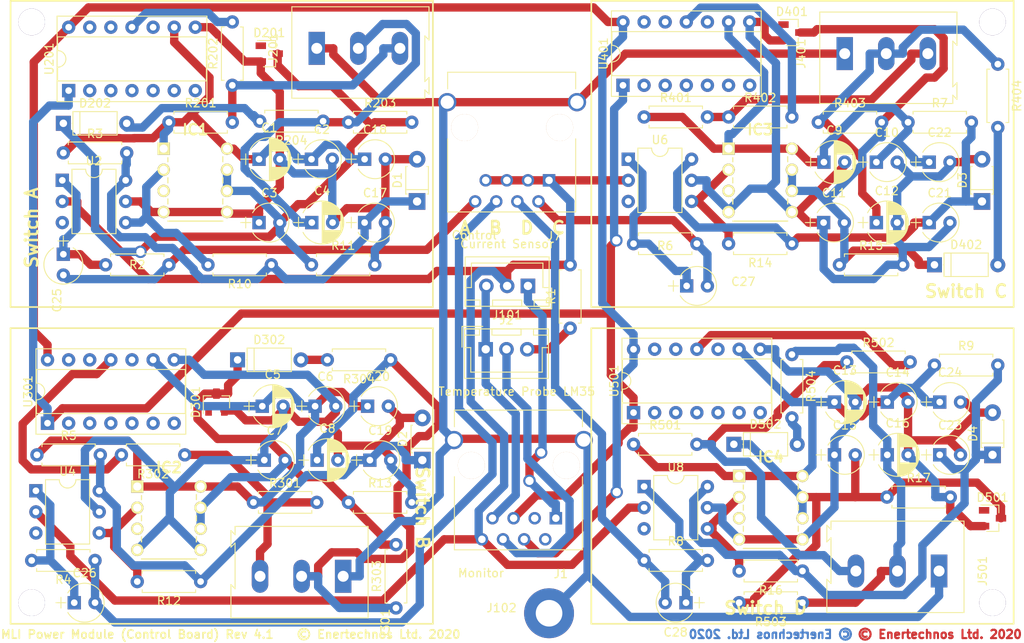
<source format=kicad_pcb>
(kicad_pcb (version 20171130) (host pcbnew "(5.1.2)-2")

  (general
    (thickness 1.6)
    (drawings 33)
    (tracks 793)
    (zones 0)
    (modules 98)
    (nets 67)
  )

  (page A4)
  (title_block
    (title "Power Module (Control Board)")
    (date 2017-12-14)
    (rev "Release 4")
    (company "Enertechnos Ltd.")
    (comment 1 "FOR REVIEW")
  )

  (layers
    (0 F.Cu signal)
    (31 B.Cu signal)
    (33 F.Adhes user hide)
    (35 F.Paste user hide)
    (37 F.SilkS user)
    (38 B.Mask user)
    (39 F.Mask user)
    (40 Dwgs.User user hide)
    (41 Cmts.User user hide)
    (42 Eco1.User user hide)
    (43 Eco2.User user hide)
    (44 Edge.Cuts user hide)
    (45 Margin user hide)
    (46 B.CrtYd user hide)
    (47 F.CrtYd user)
    (49 F.Fab user hide)
  )

  (setup
    (last_trace_width 1)
    (user_trace_width 0.5)
    (trace_clearance 0.4)
    (zone_clearance 0.35)
    (zone_45_only no)
    (trace_min 1)
    (via_size 1.5)
    (via_drill 1)
    (via_min_size 1.5)
    (via_min_drill 0.3)
    (uvia_size 1)
    (uvia_drill 0.5)
    (uvias_allowed no)
    (uvia_min_size 1)
    (uvia_min_drill 0.1)
    (edge_width 0.15)
    (segment_width 0.2)
    (pcb_text_width 0.3)
    (pcb_text_size 1.5 1.5)
    (mod_edge_width 0.15)
    (mod_text_size 1 1)
    (mod_text_width 0.15)
    (pad_size 0.6 0.6)
    (pad_drill 0.3)
    (pad_to_mask_clearance 0.2)
    (aux_axis_origin 49.53 113.03)
    (visible_elements 7FFFFF7F)
    (pcbplotparams
      (layerselection 0x010e0_ffffffff)
      (usegerberextensions false)
      (usegerberattributes false)
      (usegerberadvancedattributes false)
      (creategerberjobfile false)
      (excludeedgelayer true)
      (linewidth 0.100000)
      (plotframeref false)
      (viasonmask false)
      (mode 1)
      (useauxorigin false)
      (hpglpennumber 1)
      (hpglpenspeed 20)
      (hpglpendiameter 15.000000)
      (psnegative false)
      (psa4output false)
      (plotreference true)
      (plotvalue true)
      (plotinvisibletext false)
      (padsonsilk false)
      (subtractmaskfromsilk false)
      (outputformat 4)
      (mirror false)
      (drillshape 0)
      (scaleselection 1)
      (outputdirectory "Plot/"))
  )

  (net 0 "")
  (net 1 "Net-(IC1-Pad2)")
  (net 2 "Net-(IC2-Pad2)")
  (net 3 "Net-(IC3-Pad2)")
  (net 4 "Net-(IC4-Pad2)")
  (net 5 DC_IN)
  (net 6 DC_GND)
  (net 7 ARD_GND)
  (net 8 "Net-(C17-Pad1)")
  (net 9 "Net-(C19-Pad1)")
  (net 10 "Net-(C21-Pad1)")
  (net 11 "Net-(C23-Pad1)")
  (net 12 ARD_PWM_A)
  (net 13 ARD_PWM_B)
  (net 14 ARD_PWM_C)
  (net 15 ARD_PWM_D)
  (net 16 "Net-(C25-Pad1)")
  (net 17 "Net-(C26-Pad1)")
  (net 18 "Net-(C27-Pad1)")
  (net 19 "Net-(C28-Pad1)")
  (net 20 ARD_CUR)
  (net 21 ARD_VCC)
  (net 22 ARD_TEMP)
  (net 23 "Net-(J2-Pad3)")
  (net 24 /PsuSwitchModule.Switch.1/GND_ISO)
  (net 25 /PsuSwitchModule.Switch.1/DRV_SIG)
  (net 26 /PsuSwitchModule.Switch.2/GND_ISO)
  (net 27 /PsuSwitchModule.Switch.2/DRV_SIG)
  (net 28 /PsuSwitchModule.Switch.3/GND_ISO)
  (net 29 /PsuSwitchModule.Switch.3/DRV_SIG)
  (net 30 /PsuSwitchModule.Switch.4/GND_ISO)
  (net 31 /PsuSwitchModule.Switch.4/DRV_SIG)
  (net 32 Earth)
  (net 33 "Net-(IC1-Pad3)")
  (net 34 "Net-(IC2-Pad3)")
  (net 35 "Net-(IC3-Pad3)")
  (net 36 "Net-(IC4-Pad3)")
  (net 37 "Net-(J1-Pad2)")
  (net 38 "Net-(J1-Pad3)")
  (net 39 "Net-(U2-Pad3)")
  (net 40 "Net-(U4-Pad3)")
  (net 41 "Net-(U6-Pad3)")
  (net 42 "Net-(U8-Pad3)")
  (net 43 /PsuSwitchModule.Switch.1/+15V)
  (net 44 /PsuSwitchModule.Switch.2/+15V)
  (net 45 /PsuSwitchModule.Switch.3/+15V)
  (net 46 /PsuSwitchModule.Switch.4/+15V)
  (net 47 /PsuSwitchModule.Switch.1/-5V)
  (net 48 /PsuSwitchModule.Switch.2/-5V)
  (net 49 /PsuSwitchModule.Switch.3/-5V)
  (net 50 /PsuSwitchModule.Switch.4/-5V)
  (net 51 /PsuSwitchModule.Switch.1/-15V)
  (net 52 /PsuSwitchModule.Switch.2/-15V)
  (net 53 /PsuSwitchModule.Switch.3/-15V)
  (net 54 /PsuSwitchModule.Switch.4/-15V)
  (net 55 "Net-(C3-Pad2)")
  (net 56 "Net-(C7-Pad2)")
  (net 57 "Net-(C11-Pad2)")
  (net 58 "Net-(C15-Pad2)")
  (net 59 "Net-(D201-Pad1)")
  (net 60 "Net-(D202-Pad2)")
  (net 61 "Net-(D301-Pad1)")
  (net 62 "Net-(D302-Pad2)")
  (net 63 "Net-(D401-Pad1)")
  (net 64 "Net-(D402-Pad2)")
  (net 65 "Net-(D501-Pad1)")
  (net 66 "Net-(D502-Pad2)")

  (net_class Default "This is the default net class."
    (clearance 0.4)
    (trace_width 1)
    (via_dia 1.5)
    (via_drill 1)
    (uvia_dia 1)
    (uvia_drill 0.5)
    (diff_pair_width 1)
    (diff_pair_gap 0.25)
    (add_net /PsuSwitchModule.Switch.1/+15V)
    (add_net /PsuSwitchModule.Switch.1/-15V)
    (add_net /PsuSwitchModule.Switch.1/-5V)
    (add_net /PsuSwitchModule.Switch.1/DRV_SIG)
    (add_net /PsuSwitchModule.Switch.1/GND_ISO)
    (add_net /PsuSwitchModule.Switch.2/+15V)
    (add_net /PsuSwitchModule.Switch.2/-15V)
    (add_net /PsuSwitchModule.Switch.2/-5V)
    (add_net /PsuSwitchModule.Switch.2/DRV_SIG)
    (add_net /PsuSwitchModule.Switch.2/GND_ISO)
    (add_net /PsuSwitchModule.Switch.3/+15V)
    (add_net /PsuSwitchModule.Switch.3/-15V)
    (add_net /PsuSwitchModule.Switch.3/-5V)
    (add_net /PsuSwitchModule.Switch.3/DRV_SIG)
    (add_net /PsuSwitchModule.Switch.3/GND_ISO)
    (add_net /PsuSwitchModule.Switch.4/+15V)
    (add_net /PsuSwitchModule.Switch.4/-15V)
    (add_net /PsuSwitchModule.Switch.4/-5V)
    (add_net /PsuSwitchModule.Switch.4/DRV_SIG)
    (add_net /PsuSwitchModule.Switch.4/GND_ISO)
    (add_net ARD_CUR)
    (add_net ARD_GND)
    (add_net ARD_PWM_A)
    (add_net ARD_PWM_B)
    (add_net ARD_PWM_C)
    (add_net ARD_PWM_D)
    (add_net ARD_TEMP)
    (add_net ARD_VCC)
    (add_net DC_GND)
    (add_net DC_IN)
    (add_net Earth)
    (add_net "Net-(C11-Pad2)")
    (add_net "Net-(C15-Pad2)")
    (add_net "Net-(C17-Pad1)")
    (add_net "Net-(C19-Pad1)")
    (add_net "Net-(C21-Pad1)")
    (add_net "Net-(C23-Pad1)")
    (add_net "Net-(C25-Pad1)")
    (add_net "Net-(C26-Pad1)")
    (add_net "Net-(C27-Pad1)")
    (add_net "Net-(C28-Pad1)")
    (add_net "Net-(C3-Pad2)")
    (add_net "Net-(C7-Pad2)")
    (add_net "Net-(D201-Pad1)")
    (add_net "Net-(D202-Pad2)")
    (add_net "Net-(D301-Pad1)")
    (add_net "Net-(D302-Pad2)")
    (add_net "Net-(D401-Pad1)")
    (add_net "Net-(D402-Pad2)")
    (add_net "Net-(D501-Pad1)")
    (add_net "Net-(D502-Pad2)")
    (add_net "Net-(IC1-Pad2)")
    (add_net "Net-(IC1-Pad3)")
    (add_net "Net-(IC2-Pad2)")
    (add_net "Net-(IC2-Pad3)")
    (add_net "Net-(IC3-Pad2)")
    (add_net "Net-(IC3-Pad3)")
    (add_net "Net-(IC4-Pad2)")
    (add_net "Net-(IC4-Pad3)")
    (add_net "Net-(J1-Pad2)")
    (add_net "Net-(J1-Pad3)")
    (add_net "Net-(J2-Pad3)")
    (add_net "Net-(U2-Pad3)")
    (add_net "Net-(U4-Pad3)")
    (add_net "Net-(U6-Pad3)")
    (add_net "Net-(U8-Pad3)")
  )

  (module Capacitors_THT:CP_Radial_Tantal_D4.5mm_P2.50mm (layer F.Cu) (tedit 597C781B) (tstamp 59A6E777)
    (at 88.265 54.61)
    (descr "CP, Radial_Tantal series, Radial, pin pitch=2.50mm, , diameter=4.5mm, Tantal Electrolytic Capacitor, http://cdn-reichelt.de/documents/datenblatt/B300/TANTAL-TB-Serie%23.pdf")
    (tags "CP Radial_Tantal series Radial pin pitch 2.50mm  diameter 4.5mm Tantal Electrolytic Capacitor")
    (path /59498AA5/59A6D3E0)
    (fp_text reference C2 (at 1.25 -3.56) (layer F.SilkS)
      (effects (font (size 1 1) (thickness 0.15)))
    )
    (fp_text value 100nF (at 1.25 3.56) (layer F.Fab)
      (effects (font (size 1 1) (thickness 0.15)))
    )
    (fp_arc (start 1.25 0) (end -0.770693 -1.18) (angle 119.4) (layer F.SilkS) (width 0.12))
    (fp_arc (start 1.25 0) (end -0.770693 1.18) (angle -119.4) (layer F.SilkS) (width 0.12))
    (fp_arc (start 1.25 0) (end 3.270693 -1.18) (angle 60.6) (layer F.SilkS) (width 0.12))
    (fp_circle (center 1.25 0) (end 3.5 0) (layer F.Fab) (width 0.1))
    (fp_line (start -2.2 0) (end -1 0) (layer F.Fab) (width 0.1))
    (fp_line (start -1.6 -0.65) (end -1.6 0.65) (layer F.Fab) (width 0.1))
    (fp_line (start -2.2 0) (end -1 0) (layer F.SilkS) (width 0.12))
    (fp_line (start -1.6 -0.65) (end -1.6 0.65) (layer F.SilkS) (width 0.12))
    (fp_line (start -1.35 -2.6) (end -1.35 2.6) (layer F.CrtYd) (width 0.05))
    (fp_line (start -1.35 2.6) (end 3.85 2.6) (layer F.CrtYd) (width 0.05))
    (fp_line (start 3.85 2.6) (end 3.85 -2.6) (layer F.CrtYd) (width 0.05))
    (fp_line (start 3.85 -2.6) (end -1.35 -2.6) (layer F.CrtYd) (width 0.05))
    (fp_text user %R (at 1.25 0) (layer F.Fab)
      (effects (font (size 1 1) (thickness 0.15)))
    )
    (pad 1 thru_hole rect (at 0 0) (size 1.6 1.6) (drill 0.8) (layers *.Cu *.Mask)
      (net 43 /PsuSwitchModule.Switch.1/+15V))
    (pad 2 thru_hole circle (at 2.5 0) (size 1.6 1.6) (drill 0.8) (layers *.Cu *.Mask)
      (net 24 /PsuSwitchModule.Switch.1/GND_ISO))
    (model ${KISYS3DMOD}/Capacitors_THT.3dshapes/CP_Radial_Tantal_D4.5mm_P2.50mm.wrl
      (at (xyz 0 0 0))
      (scale (xyz 1 1 1))
      (rotate (xyz 0 0 0))
    )
  )

  (module Capacitors_THT:CP_Radial_Tantal_D4.5mm_P2.50mm (layer F.Cu) (tedit 597C781B) (tstamp 59EF66B2)
    (at 94.655 54.61)
    (descr "CP, Radial_Tantal series, Radial, pin pitch=2.50mm, , diameter=4.5mm, Tantal Electrolytic Capacitor, http://cdn-reichelt.de/documents/datenblatt/B300/TANTAL-TB-Serie%23.pdf")
    (tags "CP Radial_Tantal series Radial pin pitch 2.50mm  diameter 4.5mm Tantal Electrolytic Capacitor")
    (path /59498AA5/59EF1DD4)
    (fp_text reference C18 (at 1.25 -3.56) (layer F.SilkS)
      (effects (font (size 1 1) (thickness 0.15)))
    )
    (fp_text value 100nF (at 1.25 3.56) (layer F.Fab)
      (effects (font (size 1 1) (thickness 0.15)))
    )
    (fp_arc (start 1.25 0) (end -0.770693 -1.18) (angle 119.4) (layer F.SilkS) (width 0.12))
    (fp_arc (start 1.25 0) (end -0.770693 1.18) (angle -119.4) (layer F.SilkS) (width 0.12))
    (fp_arc (start 1.25 0) (end 3.270693 -1.18) (angle 60.6) (layer F.SilkS) (width 0.12))
    (fp_circle (center 1.25 0) (end 3.5 0) (layer F.Fab) (width 0.1))
    (fp_line (start -2.2 0) (end -1 0) (layer F.Fab) (width 0.1))
    (fp_line (start -1.6 -0.65) (end -1.6 0.65) (layer F.Fab) (width 0.1))
    (fp_line (start -2.2 0) (end -1 0) (layer F.SilkS) (width 0.12))
    (fp_line (start -1.6 -0.65) (end -1.6 0.65) (layer F.SilkS) (width 0.12))
    (fp_line (start -1.35 -2.6) (end -1.35 2.6) (layer F.CrtYd) (width 0.05))
    (fp_line (start -1.35 2.6) (end 3.85 2.6) (layer F.CrtYd) (width 0.05))
    (fp_line (start 3.85 2.6) (end 3.85 -2.6) (layer F.CrtYd) (width 0.05))
    (fp_line (start 3.85 -2.6) (end -1.35 -2.6) (layer F.CrtYd) (width 0.05))
    (fp_text user %R (at 1.25 0) (layer F.Fab)
      (effects (font (size 1 1) (thickness 0.15)))
    )
    (pad 1 thru_hole rect (at 0 0) (size 1.6 1.6) (drill 0.8) (layers *.Cu *.Mask)
      (net 43 /PsuSwitchModule.Switch.1/+15V))
    (pad 2 thru_hole circle (at 2.5 0) (size 1.6 1.6) (drill 0.8) (layers *.Cu *.Mask)
      (net 24 /PsuSwitchModule.Switch.1/GND_ISO))
    (model ${KISYS3DMOD}/Capacitors_THT.3dshapes/CP_Radial_Tantal_D4.5mm_P2.50mm.wrl
      (at (xyz 0 0 0))
      (scale (xyz 1 1 1))
      (rotate (xyz 0 0 0))
    )
  )

  (module Capacitors_THT:CP_Radial_D5.0mm_P2.50mm (layer F.Cu) (tedit 597BC7C2) (tstamp 59A6E764)
    (at 81.955 54.61)
    (descr "CP, Radial series, Radial, pin pitch=2.50mm, , diameter=5mm, Electrolytic Capacitor")
    (tags "CP Radial series Radial pin pitch 2.50mm  diameter 5mm Electrolytic Capacitor")
    (path /59498AA5/59A6D3D9)
    (fp_text reference C1 (at 1.25 -3.81) (layer F.SilkS)
      (effects (font (size 1 1) (thickness 0.15)))
    )
    (fp_text value 4.7uF (at 1.25 3.81) (layer F.Fab)
      (effects (font (size 1 1) (thickness 0.15)))
    )
    (fp_arc (start 1.25 0) (end -1.05558 -1.18) (angle 125.8) (layer F.SilkS) (width 0.12))
    (fp_arc (start 1.25 0) (end -1.05558 1.18) (angle -125.8) (layer F.SilkS) (width 0.12))
    (fp_arc (start 1.25 0) (end 3.55558 -1.18) (angle 54.2) (layer F.SilkS) (width 0.12))
    (fp_circle (center 1.25 0) (end 3.75 0) (layer F.Fab) (width 0.1))
    (fp_line (start -2.2 0) (end -1 0) (layer F.Fab) (width 0.1))
    (fp_line (start -1.6 -0.65) (end -1.6 0.65) (layer F.Fab) (width 0.1))
    (fp_line (start 1.25 -2.55) (end 1.25 2.55) (layer F.SilkS) (width 0.12))
    (fp_line (start 1.29 -2.55) (end 1.29 2.55) (layer F.SilkS) (width 0.12))
    (fp_line (start 1.33 -2.549) (end 1.33 2.549) (layer F.SilkS) (width 0.12))
    (fp_line (start 1.37 -2.548) (end 1.37 2.548) (layer F.SilkS) (width 0.12))
    (fp_line (start 1.41 -2.546) (end 1.41 2.546) (layer F.SilkS) (width 0.12))
    (fp_line (start 1.45 -2.543) (end 1.45 2.543) (layer F.SilkS) (width 0.12))
    (fp_line (start 1.49 -2.539) (end 1.49 2.539) (layer F.SilkS) (width 0.12))
    (fp_line (start 1.53 -2.535) (end 1.53 -0.98) (layer F.SilkS) (width 0.12))
    (fp_line (start 1.53 0.98) (end 1.53 2.535) (layer F.SilkS) (width 0.12))
    (fp_line (start 1.57 -2.531) (end 1.57 -0.98) (layer F.SilkS) (width 0.12))
    (fp_line (start 1.57 0.98) (end 1.57 2.531) (layer F.SilkS) (width 0.12))
    (fp_line (start 1.61 -2.525) (end 1.61 -0.98) (layer F.SilkS) (width 0.12))
    (fp_line (start 1.61 0.98) (end 1.61 2.525) (layer F.SilkS) (width 0.12))
    (fp_line (start 1.65 -2.519) (end 1.65 -0.98) (layer F.SilkS) (width 0.12))
    (fp_line (start 1.65 0.98) (end 1.65 2.519) (layer F.SilkS) (width 0.12))
    (fp_line (start 1.69 -2.513) (end 1.69 -0.98) (layer F.SilkS) (width 0.12))
    (fp_line (start 1.69 0.98) (end 1.69 2.513) (layer F.SilkS) (width 0.12))
    (fp_line (start 1.73 -2.506) (end 1.73 -0.98) (layer F.SilkS) (width 0.12))
    (fp_line (start 1.73 0.98) (end 1.73 2.506) (layer F.SilkS) (width 0.12))
    (fp_line (start 1.77 -2.498) (end 1.77 -0.98) (layer F.SilkS) (width 0.12))
    (fp_line (start 1.77 0.98) (end 1.77 2.498) (layer F.SilkS) (width 0.12))
    (fp_line (start 1.81 -2.489) (end 1.81 -0.98) (layer F.SilkS) (width 0.12))
    (fp_line (start 1.81 0.98) (end 1.81 2.489) (layer F.SilkS) (width 0.12))
    (fp_line (start 1.85 -2.48) (end 1.85 -0.98) (layer F.SilkS) (width 0.12))
    (fp_line (start 1.85 0.98) (end 1.85 2.48) (layer F.SilkS) (width 0.12))
    (fp_line (start 1.89 -2.47) (end 1.89 -0.98) (layer F.SilkS) (width 0.12))
    (fp_line (start 1.89 0.98) (end 1.89 2.47) (layer F.SilkS) (width 0.12))
    (fp_line (start 1.93 -2.46) (end 1.93 -0.98) (layer F.SilkS) (width 0.12))
    (fp_line (start 1.93 0.98) (end 1.93 2.46) (layer F.SilkS) (width 0.12))
    (fp_line (start 1.971 -2.448) (end 1.971 -0.98) (layer F.SilkS) (width 0.12))
    (fp_line (start 1.971 0.98) (end 1.971 2.448) (layer F.SilkS) (width 0.12))
    (fp_line (start 2.011 -2.436) (end 2.011 -0.98) (layer F.SilkS) (width 0.12))
    (fp_line (start 2.011 0.98) (end 2.011 2.436) (layer F.SilkS) (width 0.12))
    (fp_line (start 2.051 -2.424) (end 2.051 -0.98) (layer F.SilkS) (width 0.12))
    (fp_line (start 2.051 0.98) (end 2.051 2.424) (layer F.SilkS) (width 0.12))
    (fp_line (start 2.091 -2.41) (end 2.091 -0.98) (layer F.SilkS) (width 0.12))
    (fp_line (start 2.091 0.98) (end 2.091 2.41) (layer F.SilkS) (width 0.12))
    (fp_line (start 2.131 -2.396) (end 2.131 -0.98) (layer F.SilkS) (width 0.12))
    (fp_line (start 2.131 0.98) (end 2.131 2.396) (layer F.SilkS) (width 0.12))
    (fp_line (start 2.171 -2.382) (end 2.171 -0.98) (layer F.SilkS) (width 0.12))
    (fp_line (start 2.171 0.98) (end 2.171 2.382) (layer F.SilkS) (width 0.12))
    (fp_line (start 2.211 -2.366) (end 2.211 -0.98) (layer F.SilkS) (width 0.12))
    (fp_line (start 2.211 0.98) (end 2.211 2.366) (layer F.SilkS) (width 0.12))
    (fp_line (start 2.251 -2.35) (end 2.251 -0.98) (layer F.SilkS) (width 0.12))
    (fp_line (start 2.251 0.98) (end 2.251 2.35) (layer F.SilkS) (width 0.12))
    (fp_line (start 2.291 -2.333) (end 2.291 -0.98) (layer F.SilkS) (width 0.12))
    (fp_line (start 2.291 0.98) (end 2.291 2.333) (layer F.SilkS) (width 0.12))
    (fp_line (start 2.331 -2.315) (end 2.331 -0.98) (layer F.SilkS) (width 0.12))
    (fp_line (start 2.331 0.98) (end 2.331 2.315) (layer F.SilkS) (width 0.12))
    (fp_line (start 2.371 -2.296) (end 2.371 -0.98) (layer F.SilkS) (width 0.12))
    (fp_line (start 2.371 0.98) (end 2.371 2.296) (layer F.SilkS) (width 0.12))
    (fp_line (start 2.411 -2.276) (end 2.411 -0.98) (layer F.SilkS) (width 0.12))
    (fp_line (start 2.411 0.98) (end 2.411 2.276) (layer F.SilkS) (width 0.12))
    (fp_line (start 2.451 -2.256) (end 2.451 -0.98) (layer F.SilkS) (width 0.12))
    (fp_line (start 2.451 0.98) (end 2.451 2.256) (layer F.SilkS) (width 0.12))
    (fp_line (start 2.491 -2.234) (end 2.491 -0.98) (layer F.SilkS) (width 0.12))
    (fp_line (start 2.491 0.98) (end 2.491 2.234) (layer F.SilkS) (width 0.12))
    (fp_line (start 2.531 -2.212) (end 2.531 -0.98) (layer F.SilkS) (width 0.12))
    (fp_line (start 2.531 0.98) (end 2.531 2.212) (layer F.SilkS) (width 0.12))
    (fp_line (start 2.571 -2.189) (end 2.571 -0.98) (layer F.SilkS) (width 0.12))
    (fp_line (start 2.571 0.98) (end 2.571 2.189) (layer F.SilkS) (width 0.12))
    (fp_line (start 2.611 -2.165) (end 2.611 -0.98) (layer F.SilkS) (width 0.12))
    (fp_line (start 2.611 0.98) (end 2.611 2.165) (layer F.SilkS) (width 0.12))
    (fp_line (start 2.651 -2.14) (end 2.651 -0.98) (layer F.SilkS) (width 0.12))
    (fp_line (start 2.651 0.98) (end 2.651 2.14) (layer F.SilkS) (width 0.12))
    (fp_line (start 2.691 -2.113) (end 2.691 -0.98) (layer F.SilkS) (width 0.12))
    (fp_line (start 2.691 0.98) (end 2.691 2.113) (layer F.SilkS) (width 0.12))
    (fp_line (start 2.731 -2.086) (end 2.731 -0.98) (layer F.SilkS) (width 0.12))
    (fp_line (start 2.731 0.98) (end 2.731 2.086) (layer F.SilkS) (width 0.12))
    (fp_line (start 2.771 -2.058) (end 2.771 -0.98) (layer F.SilkS) (width 0.12))
    (fp_line (start 2.771 0.98) (end 2.771 2.058) (layer F.SilkS) (width 0.12))
    (fp_line (start 2.811 -2.028) (end 2.811 -0.98) (layer F.SilkS) (width 0.12))
    (fp_line (start 2.811 0.98) (end 2.811 2.028) (layer F.SilkS) (width 0.12))
    (fp_line (start 2.851 -1.997) (end 2.851 -0.98) (layer F.SilkS) (width 0.12))
    (fp_line (start 2.851 0.98) (end 2.851 1.997) (layer F.SilkS) (width 0.12))
    (fp_line (start 2.891 -1.965) (end 2.891 -0.98) (layer F.SilkS) (width 0.12))
    (fp_line (start 2.891 0.98) (end 2.891 1.965) (layer F.SilkS) (width 0.12))
    (fp_line (start 2.931 -1.932) (end 2.931 -0.98) (layer F.SilkS) (width 0.12))
    (fp_line (start 2.931 0.98) (end 2.931 1.932) (layer F.SilkS) (width 0.12))
    (fp_line (start 2.971 -1.897) (end 2.971 -0.98) (layer F.SilkS) (width 0.12))
    (fp_line (start 2.971 0.98) (end 2.971 1.897) (layer F.SilkS) (width 0.12))
    (fp_line (start 3.011 -1.861) (end 3.011 -0.98) (layer F.SilkS) (width 0.12))
    (fp_line (start 3.011 0.98) (end 3.011 1.861) (layer F.SilkS) (width 0.12))
    (fp_line (start 3.051 -1.823) (end 3.051 -0.98) (layer F.SilkS) (width 0.12))
    (fp_line (start 3.051 0.98) (end 3.051 1.823) (layer F.SilkS) (width 0.12))
    (fp_line (start 3.091 -1.783) (end 3.091 -0.98) (layer F.SilkS) (width 0.12))
    (fp_line (start 3.091 0.98) (end 3.091 1.783) (layer F.SilkS) (width 0.12))
    (fp_line (start 3.131 -1.742) (end 3.131 -0.98) (layer F.SilkS) (width 0.12))
    (fp_line (start 3.131 0.98) (end 3.131 1.742) (layer F.SilkS) (width 0.12))
    (fp_line (start 3.171 -1.699) (end 3.171 -0.98) (layer F.SilkS) (width 0.12))
    (fp_line (start 3.171 0.98) (end 3.171 1.699) (layer F.SilkS) (width 0.12))
    (fp_line (start 3.211 -1.654) (end 3.211 -0.98) (layer F.SilkS) (width 0.12))
    (fp_line (start 3.211 0.98) (end 3.211 1.654) (layer F.SilkS) (width 0.12))
    (fp_line (start 3.251 -1.606) (end 3.251 -0.98) (layer F.SilkS) (width 0.12))
    (fp_line (start 3.251 0.98) (end 3.251 1.606) (layer F.SilkS) (width 0.12))
    (fp_line (start 3.291 -1.556) (end 3.291 -0.98) (layer F.SilkS) (width 0.12))
    (fp_line (start 3.291 0.98) (end 3.291 1.556) (layer F.SilkS) (width 0.12))
    (fp_line (start 3.331 -1.504) (end 3.331 -0.98) (layer F.SilkS) (width 0.12))
    (fp_line (start 3.331 0.98) (end 3.331 1.504) (layer F.SilkS) (width 0.12))
    (fp_line (start 3.371 -1.448) (end 3.371 -0.98) (layer F.SilkS) (width 0.12))
    (fp_line (start 3.371 0.98) (end 3.371 1.448) (layer F.SilkS) (width 0.12))
    (fp_line (start 3.411 -1.39) (end 3.411 -0.98) (layer F.SilkS) (width 0.12))
    (fp_line (start 3.411 0.98) (end 3.411 1.39) (layer F.SilkS) (width 0.12))
    (fp_line (start 3.451 -1.327) (end 3.451 -0.98) (layer F.SilkS) (width 0.12))
    (fp_line (start 3.451 0.98) (end 3.451 1.327) (layer F.SilkS) (width 0.12))
    (fp_line (start 3.491 -1.261) (end 3.491 1.261) (layer F.SilkS) (width 0.12))
    (fp_line (start 3.531 -1.189) (end 3.531 1.189) (layer F.SilkS) (width 0.12))
    (fp_line (start 3.571 -1.112) (end 3.571 1.112) (layer F.SilkS) (width 0.12))
    (fp_line (start 3.611 -1.028) (end 3.611 1.028) (layer F.SilkS) (width 0.12))
    (fp_line (start 3.651 -0.934) (end 3.651 0.934) (layer F.SilkS) (width 0.12))
    (fp_line (start 3.691 -0.829) (end 3.691 0.829) (layer F.SilkS) (width 0.12))
    (fp_line (start 3.731 -0.707) (end 3.731 0.707) (layer F.SilkS) (width 0.12))
    (fp_line (start 3.771 -0.559) (end 3.771 0.559) (layer F.SilkS) (width 0.12))
    (fp_line (start 3.811 -0.354) (end 3.811 0.354) (layer F.SilkS) (width 0.12))
    (fp_line (start -2.2 0) (end -1 0) (layer F.SilkS) (width 0.12))
    (fp_line (start -1.6 -0.65) (end -1.6 0.65) (layer F.SilkS) (width 0.12))
    (fp_line (start -1.6 -2.85) (end -1.6 2.85) (layer F.CrtYd) (width 0.05))
    (fp_line (start -1.6 2.85) (end 4.1 2.85) (layer F.CrtYd) (width 0.05))
    (fp_line (start 4.1 2.85) (end 4.1 -2.85) (layer F.CrtYd) (width 0.05))
    (fp_line (start 4.1 -2.85) (end -1.6 -2.85) (layer F.CrtYd) (width 0.05))
    (fp_text user %R (at 1.25 0) (layer F.Fab)
      (effects (font (size 1 1) (thickness 0.15)))
    )
    (pad 1 thru_hole rect (at 0 0) (size 1.6 1.6) (drill 0.8) (layers *.Cu *.Mask)
      (net 43 /PsuSwitchModule.Switch.1/+15V))
    (pad 2 thru_hole circle (at 2.5 0) (size 1.6 1.6) (drill 0.8) (layers *.Cu *.Mask)
      (net 24 /PsuSwitchModule.Switch.1/GND_ISO))
    (model ${KISYS3DMOD}/Capacitors_THT.3dshapes/CP_Radial_D5.0mm_P2.50mm.wrl
      (at (xyz 0 0 0))
      (scale (xyz 1 1 1))
      (rotate (xyz 0 0 0))
    )
  )

  (module Resistors_THT:R_Axial_DIN0207_L6.3mm_D2.5mm_P7.62mm_Horizontal (layer F.Cu) (tedit 5874F706) (tstamp 5E39982B)
    (at 71.12 50.165)
    (descr "Resistor, Axial_DIN0207 series, Axial, Horizontal, pin pitch=7.62mm, 0.25W = 1/4W, length*diameter=6.3*2.5mm^2, http://cdn-reichelt.de/documents/datenblatt/B400/1_4W%23YAG.pdf")
    (tags "Resistor Axial_DIN0207 series Axial Horizontal pin pitch 7.62mm 0.25W = 1/4W length 6.3mm diameter 2.5mm")
    (path /59498AA5/5E3A1E35)
    (fp_text reference R201 (at 3.81 -2.31) (layer F.SilkS)
      (effects (font (size 1 1) (thickness 0.15)))
    )
    (fp_text value R (at 3.81 2.31) (layer F.Fab)
      (effects (font (size 1 1) (thickness 0.15)))
    )
    (fp_line (start 0.66 -1.25) (end 0.66 1.25) (layer F.Fab) (width 0.1))
    (fp_line (start 0.66 1.25) (end 6.96 1.25) (layer F.Fab) (width 0.1))
    (fp_line (start 6.96 1.25) (end 6.96 -1.25) (layer F.Fab) (width 0.1))
    (fp_line (start 6.96 -1.25) (end 0.66 -1.25) (layer F.Fab) (width 0.1))
    (fp_line (start 0 0) (end 0.66 0) (layer F.Fab) (width 0.1))
    (fp_line (start 7.62 0) (end 6.96 0) (layer F.Fab) (width 0.1))
    (fp_line (start 0.6 -0.98) (end 0.6 -1.31) (layer F.SilkS) (width 0.12))
    (fp_line (start 0.6 -1.31) (end 7.02 -1.31) (layer F.SilkS) (width 0.12))
    (fp_line (start 7.02 -1.31) (end 7.02 -0.98) (layer F.SilkS) (width 0.12))
    (fp_line (start 0.6 0.98) (end 0.6 1.31) (layer F.SilkS) (width 0.12))
    (fp_line (start 0.6 1.31) (end 7.02 1.31) (layer F.SilkS) (width 0.12))
    (fp_line (start 7.02 1.31) (end 7.02 0.98) (layer F.SilkS) (width 0.12))
    (fp_line (start -1.05 -1.6) (end -1.05 1.6) (layer F.CrtYd) (width 0.05))
    (fp_line (start -1.05 1.6) (end 8.7 1.6) (layer F.CrtYd) (width 0.05))
    (fp_line (start 8.7 1.6) (end 8.7 -1.6) (layer F.CrtYd) (width 0.05))
    (fp_line (start 8.7 -1.6) (end -1.05 -1.6) (layer F.CrtYd) (width 0.05))
    (pad 1 thru_hole circle (at 0 0) (size 1.6 1.6) (drill 0.8) (layers *.Cu *.Mask)
      (net 43 /PsuSwitchModule.Switch.1/+15V))
    (pad 2 thru_hole oval (at 7.62 0) (size 1.6 1.6) (drill 0.8) (layers *.Cu *.Mask)
      (net 47 /PsuSwitchModule.Switch.1/-5V))
    (model ${KISYS3DMOD}/Resistors_THT.3dshapes/R_Axial_DIN0207_L6.3mm_D2.5mm_P7.62mm_Horizontal.wrl
      (at (xyz 0 0 0))
      (scale (xyz 0.393701 0.393701 0.393701))
      (rotate (xyz 0 0 0))
    )
  )

  (module Resistors_THT:R_Axial_DIN0207_L6.3mm_D2.5mm_P7.62mm_Horizontal (layer F.Cu) (tedit 5874F706) (tstamp 59F0538A)
    (at 58.42 53.848)
    (descr "Resistor, Axial_DIN0207 series, Axial, Horizontal, pin pitch=7.62mm, 0.25W = 1/4W, length*diameter=6.3*2.5mm^2, http://cdn-reichelt.de/documents/datenblatt/B400/1_4W%23YAG.pdf")
    (tags "Resistor Axial_DIN0207 series Axial Horizontal pin pitch 7.62mm 0.25W = 1/4W length 6.3mm diameter 2.5mm")
    (path /59498AA5/59A6DAAD)
    (fp_text reference R3 (at 3.81 -2.31) (layer F.SilkS)
      (effects (font (size 1 1) (thickness 0.15)))
    )
    (fp_text value 3K (at 3.81 2.31) (layer F.Fab)
      (effects (font (size 1 1) (thickness 0.15)))
    )
    (fp_line (start 0.66 -1.25) (end 0.66 1.25) (layer F.Fab) (width 0.1))
    (fp_line (start 0.66 1.25) (end 6.96 1.25) (layer F.Fab) (width 0.1))
    (fp_line (start 6.96 1.25) (end 6.96 -1.25) (layer F.Fab) (width 0.1))
    (fp_line (start 6.96 -1.25) (end 0.66 -1.25) (layer F.Fab) (width 0.1))
    (fp_line (start 0 0) (end 0.66 0) (layer F.Fab) (width 0.1))
    (fp_line (start 7.62 0) (end 6.96 0) (layer F.Fab) (width 0.1))
    (fp_line (start 0.6 -0.98) (end 0.6 -1.31) (layer F.SilkS) (width 0.12))
    (fp_line (start 0.6 -1.31) (end 7.02 -1.31) (layer F.SilkS) (width 0.12))
    (fp_line (start 7.02 -1.31) (end 7.02 -0.98) (layer F.SilkS) (width 0.12))
    (fp_line (start 0.6 0.98) (end 0.6 1.31) (layer F.SilkS) (width 0.12))
    (fp_line (start 0.6 1.31) (end 7.02 1.31) (layer F.SilkS) (width 0.12))
    (fp_line (start 7.02 1.31) (end 7.02 0.98) (layer F.SilkS) (width 0.12))
    (fp_line (start -1.05 -1.6) (end -1.05 1.6) (layer F.CrtYd) (width 0.05))
    (fp_line (start -1.05 1.6) (end 8.7 1.6) (layer F.CrtYd) (width 0.05))
    (fp_line (start 8.7 1.6) (end 8.7 -1.6) (layer F.CrtYd) (width 0.05))
    (fp_line (start 8.7 -1.6) (end -1.05 -1.6) (layer F.CrtYd) (width 0.05))
    (pad 1 thru_hole circle (at 0 0) (size 1.6 1.6) (drill 0.8) (layers *.Cu *.Mask)
      (net 43 /PsuSwitchModule.Switch.1/+15V))
    (pad 2 thru_hole oval (at 7.62 0) (size 1.6 1.6) (drill 0.8) (layers *.Cu *.Mask)
      (net 8 "Net-(C17-Pad1)"))
    (model ${KISYS3DMOD}/Resistors_THT.3dshapes/R_Axial_DIN0207_L6.3mm_D2.5mm_P7.62mm_Horizontal.wrl
      (at (xyz 0 0 0))
      (scale (xyz 0.3937 0.3937 0.3937))
      (rotate (xyz 0 0 0))
    )
  )

  (module Diodes_THT:D_A-405_P7.62mm_Horizontal (layer F.Cu) (tedit 5921392E) (tstamp 5E4DA212)
    (at 58.42 50.292)
    (descr "D, A-405 series, Axial, Horizontal, pin pitch=7.62mm, , length*diameter=5.2*2.7mm^2, , http://www.diodes.com/_files/packages/A-405.pdf")
    (tags "D A-405 series Axial Horizontal pin pitch 7.62mm  length 5.2mm diameter 2.7mm")
    (path /59498AA5/5E511242)
    (fp_text reference D202 (at 3.81 -2.41) (layer F.SilkS)
      (effects (font (size 1 1) (thickness 0.15)))
    )
    (fp_text value DIODE (at 3.81 2.41) (layer F.Fab)
      (effects (font (size 1 1) (thickness 0.15)))
    )
    (fp_text user %R (at 4.445 0) (layer F.Fab)
      (effects (font (size 1 1) (thickness 0.15)))
    )
    (fp_line (start 1.21 -1.35) (end 1.21 1.35) (layer F.Fab) (width 0.1))
    (fp_line (start 1.21 1.35) (end 6.41 1.35) (layer F.Fab) (width 0.1))
    (fp_line (start 6.41 1.35) (end 6.41 -1.35) (layer F.Fab) (width 0.1))
    (fp_line (start 6.41 -1.35) (end 1.21 -1.35) (layer F.Fab) (width 0.1))
    (fp_line (start 0 0) (end 1.21 0) (layer F.Fab) (width 0.1))
    (fp_line (start 7.62 0) (end 6.41 0) (layer F.Fab) (width 0.1))
    (fp_line (start 1.99 -1.35) (end 1.99 1.35) (layer F.Fab) (width 0.1))
    (fp_line (start 1.15 -1.41) (end 1.15 1.41) (layer F.SilkS) (width 0.12))
    (fp_line (start 1.15 1.41) (end 6.47 1.41) (layer F.SilkS) (width 0.12))
    (fp_line (start 6.47 1.41) (end 6.47 -1.41) (layer F.SilkS) (width 0.12))
    (fp_line (start 6.47 -1.41) (end 1.15 -1.41) (layer F.SilkS) (width 0.12))
    (fp_line (start 1.08 0) (end 1.15 0) (layer F.SilkS) (width 0.12))
    (fp_line (start 6.54 0) (end 6.47 0) (layer F.SilkS) (width 0.12))
    (fp_line (start 1.99 -1.41) (end 1.99 1.41) (layer F.SilkS) (width 0.12))
    (fp_line (start -1.15 -1.7) (end -1.15 1.7) (layer F.CrtYd) (width 0.05))
    (fp_line (start -1.15 1.7) (end 8.8 1.7) (layer F.CrtYd) (width 0.05))
    (fp_line (start 8.8 1.7) (end 8.8 -1.7) (layer F.CrtYd) (width 0.05))
    (fp_line (start 8.8 -1.7) (end -1.15 -1.7) (layer F.CrtYd) (width 0.05))
    (pad 1 thru_hole rect (at 0 0) (size 1.8 1.8) (drill 0.9) (layers *.Cu *.Mask)
      (net 55 "Net-(C3-Pad2)"))
    (pad 2 thru_hole oval (at 7.62 0) (size 1.8 1.8) (drill 0.9) (layers *.Cu *.Mask)
      (net 60 "Net-(D202-Pad2)"))
    (model ${KISYS3DMOD}/Diodes_THT.3dshapes/D_A-405_P7.62mm_Horizontal.wrl
      (at (xyz 0 0 0))
      (scale (xyz 0.393701 0.393701 0.393701))
      (rotate (xyz 0 0 0))
    )
  )

  (module Resistors_THT:R_Axial_DIN0207_L6.3mm_D2.5mm_P7.62mm_Horizontal (layer F.Cu) (tedit 5874F706) (tstamp 5E4DA99E)
    (at 89.662 50.038 180)
    (descr "Resistor, Axial_DIN0207 series, Axial, Horizontal, pin pitch=7.62mm, 0.25W = 1/4W, length*diameter=6.3*2.5mm^2, http://cdn-reichelt.de/documents/datenblatt/B400/1_4W%23YAG.pdf")
    (tags "Resistor Axial_DIN0207 series Axial Horizontal pin pitch 7.62mm 0.25W = 1/4W length 6.3mm diameter 2.5mm")
    (path /59498AA5/5E5123AC)
    (fp_text reference R204 (at 3.81 -2.31) (layer F.SilkS)
      (effects (font (size 1 1) (thickness 0.15)))
    )
    (fp_text value R (at 3.81 2.31) (layer F.Fab)
      (effects (font (size 1 1) (thickness 0.15)))
    )
    (fp_line (start 0.66 -1.25) (end 0.66 1.25) (layer F.Fab) (width 0.1))
    (fp_line (start 0.66 1.25) (end 6.96 1.25) (layer F.Fab) (width 0.1))
    (fp_line (start 6.96 1.25) (end 6.96 -1.25) (layer F.Fab) (width 0.1))
    (fp_line (start 6.96 -1.25) (end 0.66 -1.25) (layer F.Fab) (width 0.1))
    (fp_line (start 0 0) (end 0.66 0) (layer F.Fab) (width 0.1))
    (fp_line (start 7.62 0) (end 6.96 0) (layer F.Fab) (width 0.1))
    (fp_line (start 0.6 -0.98) (end 0.6 -1.31) (layer F.SilkS) (width 0.12))
    (fp_line (start 0.6 -1.31) (end 7.02 -1.31) (layer F.SilkS) (width 0.12))
    (fp_line (start 7.02 -1.31) (end 7.02 -0.98) (layer F.SilkS) (width 0.12))
    (fp_line (start 0.6 0.98) (end 0.6 1.31) (layer F.SilkS) (width 0.12))
    (fp_line (start 0.6 1.31) (end 7.02 1.31) (layer F.SilkS) (width 0.12))
    (fp_line (start 7.02 1.31) (end 7.02 0.98) (layer F.SilkS) (width 0.12))
    (fp_line (start -1.05 -1.6) (end -1.05 1.6) (layer F.CrtYd) (width 0.05))
    (fp_line (start -1.05 1.6) (end 8.7 1.6) (layer F.CrtYd) (width 0.05))
    (fp_line (start 8.7 1.6) (end 8.7 -1.6) (layer F.CrtYd) (width 0.05))
    (fp_line (start 8.7 -1.6) (end -1.05 -1.6) (layer F.CrtYd) (width 0.05))
    (pad 1 thru_hole circle (at 0 0 180) (size 1.6 1.6) (drill 0.8) (layers *.Cu *.Mask)
      (net 25 /PsuSwitchModule.Switch.1/DRV_SIG))
    (pad 2 thru_hole oval (at 7.62 0 180) (size 1.6 1.6) (drill 0.8) (layers *.Cu *.Mask)
      (net 60 "Net-(D202-Pad2)"))
    (model ${KISYS3DMOD}/Resistors_THT.3dshapes/R_Axial_DIN0207_L6.3mm_D2.5mm_P7.62mm_Horizontal.wrl
      (at (xyz 0 0 0))
      (scale (xyz 0.393701 0.393701 0.393701))
      (rotate (xyz 0 0 0))
    )
  )

  (module Resistors_THT:R_Axial_DIN0207_L6.3mm_D2.5mm_P7.62mm_Horizontal (layer F.Cu) (tedit 5874F706) (tstamp 5E399841)
    (at 78.74 45.72 90)
    (descr "Resistor, Axial_DIN0207 series, Axial, Horizontal, pin pitch=7.62mm, 0.25W = 1/4W, length*diameter=6.3*2.5mm^2, http://cdn-reichelt.de/documents/datenblatt/B400/1_4W%23YAG.pdf")
    (tags "Resistor Axial_DIN0207 series Axial Horizontal pin pitch 7.62mm 0.25W = 1/4W length 6.3mm diameter 2.5mm")
    (path /59498AA5/5E3A5524)
    (fp_text reference R202 (at 3.81 -2.31 90) (layer F.SilkS)
      (effects (font (size 1 1) (thickness 0.15)))
    )
    (fp_text value R (at 3.81 2.31 90) (layer F.Fab)
      (effects (font (size 1 1) (thickness 0.15)))
    )
    (fp_line (start 8.7 -1.6) (end -1.05 -1.6) (layer F.CrtYd) (width 0.05))
    (fp_line (start 8.7 1.6) (end 8.7 -1.6) (layer F.CrtYd) (width 0.05))
    (fp_line (start -1.05 1.6) (end 8.7 1.6) (layer F.CrtYd) (width 0.05))
    (fp_line (start -1.05 -1.6) (end -1.05 1.6) (layer F.CrtYd) (width 0.05))
    (fp_line (start 7.02 1.31) (end 7.02 0.98) (layer F.SilkS) (width 0.12))
    (fp_line (start 0.6 1.31) (end 7.02 1.31) (layer F.SilkS) (width 0.12))
    (fp_line (start 0.6 0.98) (end 0.6 1.31) (layer F.SilkS) (width 0.12))
    (fp_line (start 7.02 -1.31) (end 7.02 -0.98) (layer F.SilkS) (width 0.12))
    (fp_line (start 0.6 -1.31) (end 7.02 -1.31) (layer F.SilkS) (width 0.12))
    (fp_line (start 0.6 -0.98) (end 0.6 -1.31) (layer F.SilkS) (width 0.12))
    (fp_line (start 7.62 0) (end 6.96 0) (layer F.Fab) (width 0.1))
    (fp_line (start 0 0) (end 0.66 0) (layer F.Fab) (width 0.1))
    (fp_line (start 6.96 -1.25) (end 0.66 -1.25) (layer F.Fab) (width 0.1))
    (fp_line (start 6.96 1.25) (end 6.96 -1.25) (layer F.Fab) (width 0.1))
    (fp_line (start 0.66 1.25) (end 6.96 1.25) (layer F.Fab) (width 0.1))
    (fp_line (start 0.66 -1.25) (end 0.66 1.25) (layer F.Fab) (width 0.1))
    (pad 2 thru_hole oval (at 7.62 0 90) (size 1.6 1.6) (drill 0.8) (layers *.Cu *.Mask)
      (net 51 /PsuSwitchModule.Switch.1/-15V))
    (pad 1 thru_hole circle (at 0 0 90) (size 1.6 1.6) (drill 0.8) (layers *.Cu *.Mask)
      (net 47 /PsuSwitchModule.Switch.1/-5V))
    (model ${KISYS3DMOD}/Resistors_THT.3dshapes/R_Axial_DIN0207_L6.3mm_D2.5mm_P7.62mm_Horizontal.wrl
      (at (xyz 0 0 0))
      (scale (xyz 0.393701 0.393701 0.393701))
      (rotate (xyz 0 0 0))
    )
  )

  (module Housings_DIP:DIP-14_W7.62mm_Socket (layer F.Cu) (tedit 59C78D6B) (tstamp 5E3998EF)
    (at 59.055 46.355 90)
    (descr "14-lead though-hole mounted DIP package, row spacing 7.62 mm (300 mils), Socket")
    (tags "THT DIP DIL PDIP 2.54mm 7.62mm 300mil Socket")
    (path /59498AA5/5E39E16E)
    (fp_text reference U201 (at 3.81 -2.33 90) (layer F.SilkS)
      (effects (font (size 1 1) (thickness 0.15)))
    )
    (fp_text value NMA1215DC (at 3.81 17.57 90) (layer F.Fab)
      (effects (font (size 1 1) (thickness 0.15)))
    )
    (fp_arc (start 3.81 -1.33) (end 2.81 -1.33) (angle -180) (layer F.SilkS) (width 0.12))
    (fp_line (start 1.635 -1.27) (end 6.985 -1.27) (layer F.Fab) (width 0.1))
    (fp_line (start 6.985 -1.27) (end 6.985 16.51) (layer F.Fab) (width 0.1))
    (fp_line (start 6.985 16.51) (end 0.635 16.51) (layer F.Fab) (width 0.1))
    (fp_line (start 0.635 16.51) (end 0.635 -0.27) (layer F.Fab) (width 0.1))
    (fp_line (start 0.635 -0.27) (end 1.635 -1.27) (layer F.Fab) (width 0.1))
    (fp_line (start -1.27 -1.33) (end -1.27 16.57) (layer F.Fab) (width 0.1))
    (fp_line (start -1.27 16.57) (end 8.89 16.57) (layer F.Fab) (width 0.1))
    (fp_line (start 8.89 16.57) (end 8.89 -1.33) (layer F.Fab) (width 0.1))
    (fp_line (start 8.89 -1.33) (end -1.27 -1.33) (layer F.Fab) (width 0.1))
    (fp_line (start 2.81 -1.33) (end 1.16 -1.33) (layer F.SilkS) (width 0.12))
    (fp_line (start 1.16 -1.33) (end 1.16 16.57) (layer F.SilkS) (width 0.12))
    (fp_line (start 1.16 16.57) (end 6.46 16.57) (layer F.SilkS) (width 0.12))
    (fp_line (start 6.46 16.57) (end 6.46 -1.33) (layer F.SilkS) (width 0.12))
    (fp_line (start 6.46 -1.33) (end 4.81 -1.33) (layer F.SilkS) (width 0.12))
    (fp_line (start -1.33 -1.39) (end -1.33 16.63) (layer F.SilkS) (width 0.12))
    (fp_line (start -1.33 16.63) (end 8.95 16.63) (layer F.SilkS) (width 0.12))
    (fp_line (start 8.95 16.63) (end 8.95 -1.39) (layer F.SilkS) (width 0.12))
    (fp_line (start 8.95 -1.39) (end -1.33 -1.39) (layer F.SilkS) (width 0.12))
    (fp_line (start -1.55 -1.6) (end -1.55 16.85) (layer F.CrtYd) (width 0.05))
    (fp_line (start -1.55 16.85) (end 9.15 16.85) (layer F.CrtYd) (width 0.05))
    (fp_line (start 9.15 16.85) (end 9.15 -1.6) (layer F.CrtYd) (width 0.05))
    (fp_line (start 9.15 -1.6) (end -1.55 -1.6) (layer F.CrtYd) (width 0.05))
    (fp_text user %R (at 3.81 7.62 90) (layer F.Fab)
      (effects (font (size 1 1) (thickness 0.15)))
    )
    (pad 1 thru_hole rect (at 0 0 90) (size 1.6 1.6) (drill 0.8) (layers *.Cu *.Mask)
      (net 6 DC_GND))
    (pad 8 thru_hole oval (at 7.62 15.24 90) (size 1.6 1.6) (drill 0.8) (layers *.Cu *.Mask)
      (net 24 /PsuSwitchModule.Switch.1/GND_ISO))
    (pad 2 thru_hole oval (at 0 2.54 90) (size 1.6 1.6) (drill 0.8) (layers *.Cu *.Mask))
    (pad 9 thru_hole oval (at 7.62 12.7 90) (size 1.6 1.6) (drill 0.8) (layers *.Cu *.Mask)
      (net 43 /PsuSwitchModule.Switch.1/+15V))
    (pad 3 thru_hole oval (at 0 5.08 90) (size 1.6 1.6) (drill 0.8) (layers *.Cu *.Mask))
    (pad 10 thru_hole oval (at 7.62 10.16 90) (size 1.6 1.6) (drill 0.8) (layers *.Cu *.Mask))
    (pad 4 thru_hole oval (at 0 7.62 90) (size 1.6 1.6) (drill 0.8) (layers *.Cu *.Mask))
    (pad 11 thru_hole oval (at 7.62 7.62 90) (size 1.6 1.6) (drill 0.8) (layers *.Cu *.Mask)
      (net 51 /PsuSwitchModule.Switch.1/-15V))
    (pad 5 thru_hole oval (at 0 10.16 90) (size 1.6 1.6) (drill 0.8) (layers *.Cu *.Mask))
    (pad 12 thru_hole oval (at 7.62 5.08 90) (size 1.6 1.6) (drill 0.8) (layers *.Cu *.Mask))
    (pad 6 thru_hole oval (at 0 12.7 90) (size 1.6 1.6) (drill 0.8) (layers *.Cu *.Mask))
    (pad 13 thru_hole oval (at 7.62 2.54 90) (size 1.6 1.6) (drill 0.8) (layers *.Cu *.Mask))
    (pad 7 thru_hole oval (at 0 15.24 90) (size 1.6 1.6) (drill 0.8) (layers *.Cu *.Mask))
    (pad 14 thru_hole oval (at 7.62 0 90) (size 1.6 1.6) (drill 0.8) (layers *.Cu *.Mask)
      (net 5 DC_IN))
    (model ${KISYS3DMOD}/Housings_DIP.3dshapes/DIP-14_W7.62mm_Socket.wrl
      (at (xyz 0 0 0))
      (scale (xyz 1 1 1))
      (rotate (xyz 0 0 0))
    )
  )

  (module OAE_Parts:SOT-23_HandSoldering (layer F.Cu) (tedit 5E3A9CBC) (tstamp 5E3997D6)
    (at 83.185 41.91)
    (descr "SOT-23, Standard")
    (tags SOT-23)
    (path /59498AA5/5E39B85D)
    (attr smd)
    (fp_text reference D201 (at 0 -2.5) (layer F.SilkS)
      (effects (font (size 1 1) (thickness 0.15)))
    )
    (fp_text value D_Zener_x2_KCom_AKA (at 0 2.5) (layer F.Fab)
      (effects (font (size 1 1) (thickness 0.15)))
    )
    (fp_line (start 0.76 1.58) (end -0.7 1.58) (layer F.SilkS) (width 0.12))
    (fp_line (start 0.76 -1.58) (end -1.4 -1.58) (layer F.SilkS) (width 0.12))
    (fp_line (start -1.7 1.75) (end -1.7 -1.75) (layer F.CrtYd) (width 0.05))
    (fp_line (start 1.7 1.75) (end -1.7 1.75) (layer F.CrtYd) (width 0.05))
    (fp_line (start 1.7 -1.75) (end 1.7 1.75) (layer F.CrtYd) (width 0.05))
    (fp_line (start -1.7 -1.75) (end 1.7 -1.75) (layer F.CrtYd) (width 0.05))
    (fp_line (start 0.76 -1.58) (end 0.76 -0.65) (layer F.SilkS) (width 0.12))
    (fp_line (start 0.76 1.58) (end 0.76 0.65) (layer F.SilkS) (width 0.12))
    (fp_line (start -0.7 1.52) (end 0.7 1.52) (layer F.Fab) (width 0.1))
    (fp_line (start 0.7 -1.52) (end 0.7 1.52) (layer F.Fab) (width 0.1))
    (fp_line (start -0.7 -0.95) (end -0.15 -1.52) (layer F.Fab) (width 0.1))
    (fp_line (start -0.15 -1.52) (end 0.7 -1.52) (layer F.Fab) (width 0.1))
    (fp_line (start -0.7 -0.95) (end -0.7 1.5) (layer F.Fab) (width 0.1))
    (fp_text user %R (at 0 0 90) (layer F.Fab)
      (effects (font (size 0.5 0.5) (thickness 0.075)))
    )
    (pad 3 smd rect (at 1.016 0) (size 1.25 0.8) (layers F.Cu F.Paste F.Mask)
      (net 55 "Net-(C3-Pad2)"))
    (pad 2 smd rect (at -1.016 0.95) (size 1.25 0.8) (layers F.Cu F.Paste F.Mask)
      (net 24 /PsuSwitchModule.Switch.1/GND_ISO))
    (pad 1 smd rect (at -1.016 -0.95) (size 1.25 0.8) (layers F.Cu F.Paste F.Mask)
      (net 59 "Net-(D201-Pad1)"))
    (model ${KISYS3DMOD}/TO_SOT_Packages_SMD.3dshapes/SOT-23.wrl
      (at (xyz 0 0 0))
      (scale (xyz 1 1 1))
      (rotate (xyz 0 0 0))
    )
  )

  (module OAE_Parts:TerminalBlock_Altech_AK300-3_P5.00mm (layer F.Cu) (tedit 5AC621C7) (tstamp 5ACCACEA)
    (at 88.9 41.275)
    (descr "Altech AK300 terminal block, pitch 5.0mm, 45 degree angled, see http://www.mouser.com/ds/2/16/PCBMETRC-24178.pdf")
    (tags "Altech AK300 terminal block pitch 5.0mm")
    (path /59498AA5/5AA809BD)
    (fp_text reference J201 (at -5.24 0 90) (layer F.SilkS)
      (effects (font (size 1 1) (thickness 0.15)))
    )
    (fp_text value Conn_01x03_Male (at 4.95 10) (layer F.Fab)
      (effects (font (size 1 1) (thickness 0.15)))
    )
    (fp_line (start -3 -5) (end -3 6) (layer F.SilkS) (width 0.12))
    (fp_line (start -3 6) (end 13 6) (layer F.SilkS) (width 0.12))
    (fp_line (start 13 6) (end 13 5) (layer F.SilkS) (width 0.12))
    (fp_line (start 13 5) (end 13.5 5.5) (layer F.SilkS) (width 0.12))
    (fp_line (start 13.5 5.5) (end 13.5 3.5) (layer F.SilkS) (width 0.12))
    (fp_line (start 13.5 3.5) (end 13 4) (layer F.SilkS) (width 0.12))
    (fp_line (start 13 4) (end 13 -1.5) (layer F.SilkS) (width 0.12))
    (fp_line (start 13 -1.5) (end 13.5 -1) (layer F.SilkS) (width 0.12))
    (fp_line (start 13.5 -1) (end 13.5 -5) (layer F.SilkS) (width 0.12))
    (fp_line (start 13.5 -5) (end -3 -5) (layer F.SilkS) (width 0.12))
    (fp_line (start -3.5 -5.5) (end 14 -5.5) (layer F.CrtYd) (width 0.05))
    (fp_line (start -3.5 -5.5) (end -3.5 6.5) (layer F.CrtYd) (width 0.05))
    (fp_line (start 14 6.5) (end 14 -5.5) (layer F.CrtYd) (width 0.05))
    (fp_line (start 14 6.5) (end -3.5 6.5) (layer F.CrtYd) (width 0.05))
    (pad 1 thru_hole rect (at 0 0) (size 1.98 3.96) (drill 1.32) (layers *.Cu *.Mask)
      (net 32 Earth) (zone_connect 2))
    (pad 2 thru_hole oval (at 5 0) (size 1.98 3.96) (drill 1.32) (layers *.Cu *.Mask)
      (net 25 /PsuSwitchModule.Switch.1/DRV_SIG))
    (pad 3 thru_hole oval (at 10 0) (size 1.98 3.96) (drill 1.32) (layers *.Cu *.Mask)
      (net 47 /PsuSwitchModule.Switch.1/-5V))
    (model C:/Development/mlihardware/3D/17574.wrl
      (at (xyz 0 0 0))
      (scale (xyz 1 1 1))
      (rotate (xyz 0 0 0))
    )
  )

  (module Resistors_THT:R_Axial_DIN0207_L6.3mm_D2.5mm_P7.62mm_Horizontal (layer F.Cu) (tedit 5874F706) (tstamp 5E4DA99B)
    (at 92.71 50.165)
    (descr "Resistor, Axial_DIN0207 series, Axial, Horizontal, pin pitch=7.62mm, 0.25W = 1/4W, length*diameter=6.3*2.5mm^2, http://cdn-reichelt.de/documents/datenblatt/B400/1_4W%23YAG.pdf")
    (tags "Resistor Axial_DIN0207 series Axial Horizontal pin pitch 7.62mm 0.25W = 1/4W length 6.3mm diameter 2.5mm")
    (path /59498AA5/5E511A62)
    (fp_text reference R203 (at 3.81 -2.31) (layer F.SilkS)
      (effects (font (size 1 1) (thickness 0.15)))
    )
    (fp_text value R (at 3.81 2.31) (layer F.Fab)
      (effects (font (size 1 1) (thickness 0.15)))
    )
    (fp_line (start 0.66 -1.25) (end 0.66 1.25) (layer F.Fab) (width 0.1))
    (fp_line (start 0.66 1.25) (end 6.96 1.25) (layer F.Fab) (width 0.1))
    (fp_line (start 6.96 1.25) (end 6.96 -1.25) (layer F.Fab) (width 0.1))
    (fp_line (start 6.96 -1.25) (end 0.66 -1.25) (layer F.Fab) (width 0.1))
    (fp_line (start 0 0) (end 0.66 0) (layer F.Fab) (width 0.1))
    (fp_line (start 7.62 0) (end 6.96 0) (layer F.Fab) (width 0.1))
    (fp_line (start 0.6 -0.98) (end 0.6 -1.31) (layer F.SilkS) (width 0.12))
    (fp_line (start 0.6 -1.31) (end 7.02 -1.31) (layer F.SilkS) (width 0.12))
    (fp_line (start 7.02 -1.31) (end 7.02 -0.98) (layer F.SilkS) (width 0.12))
    (fp_line (start 0.6 0.98) (end 0.6 1.31) (layer F.SilkS) (width 0.12))
    (fp_line (start 0.6 1.31) (end 7.02 1.31) (layer F.SilkS) (width 0.12))
    (fp_line (start 7.02 1.31) (end 7.02 0.98) (layer F.SilkS) (width 0.12))
    (fp_line (start -1.05 -1.6) (end -1.05 1.6) (layer F.CrtYd) (width 0.05))
    (fp_line (start -1.05 1.6) (end 8.7 1.6) (layer F.CrtYd) (width 0.05))
    (fp_line (start 8.7 1.6) (end 8.7 -1.6) (layer F.CrtYd) (width 0.05))
    (fp_line (start 8.7 -1.6) (end -1.05 -1.6) (layer F.CrtYd) (width 0.05))
    (pad 1 thru_hole circle (at 0 0) (size 1.6 1.6) (drill 0.8) (layers *.Cu *.Mask)
      (net 25 /PsuSwitchModule.Switch.1/DRV_SIG))
    (pad 2 thru_hole oval (at 7.62 0) (size 1.6 1.6) (drill 0.8) (layers *.Cu *.Mask)
      (net 55 "Net-(C3-Pad2)"))
    (model ${KISYS3DMOD}/Resistors_THT.3dshapes/R_Axial_DIN0207_L6.3mm_D2.5mm_P7.62mm_Horizontal.wrl
      (at (xyz 0 0 0))
      (scale (xyz 0.393701 0.393701 0.393701))
      (rotate (xyz 0 0 0))
    )
  )

  (module PartsLibraries:MountingHole_M3 (layer F.Cu) (tedit 5AC5E77E) (tstamp 5AC5FAA3)
    (at 54.61 38.1)
    (descr "module 1 pin (ou trou mecanique de percage)")
    (tags DEV)
    (fp_text reference MountTL (at 0 -3.048) (layer F.SilkS) hide
      (effects (font (size 1 1) (thickness 0.15)))
    )
    (fp_text value Mount (at 0 3) (layer F.Fab) hide
      (effects (font (size 1 1) (thickness 0.15)))
    )
    (pad 1 thru_hole circle (at 0 0) (size 3.2 3.2) (drill 3.2) (layers *.Cu)
      (clearance 1) (zone_connect 2))
  )

  (module Resistors_THT:R_Axial_DIN0207_L6.3mm_D2.5mm_P7.62mm_Horizontal (layer F.Cu) (tedit 5874F706) (tstamp 59A6ED8C)
    (at 71.12 67.31 180)
    (descr "Resistor, Axial_DIN0207 series, Axial, Horizontal, pin pitch=7.62mm, 0.25W = 1/4W, length*diameter=6.3*2.5mm^2, http://cdn-reichelt.de/documents/datenblatt/B400/1_4W%23YAG.pdf")
    (tags "Resistor Axial_DIN0207 series Axial Horizontal pin pitch 7.62mm 0.25W = 1/4W length 6.3mm diameter 2.5mm")
    (path /59498AA5/59A6DA9F)
    (fp_text reference R2 (at 3.81 0 180) (layer F.SilkS)
      (effects (font (size 1 1) (thickness 0.15)))
    )
    (fp_text value 180 (at 3.81 2.31 180) (layer F.Fab)
      (effects (font (size 1 1) (thickness 0.15)))
    )
    (fp_line (start 0.66 -1.25) (end 0.66 1.25) (layer F.Fab) (width 0.1))
    (fp_line (start 0.66 1.25) (end 6.96 1.25) (layer F.Fab) (width 0.1))
    (fp_line (start 6.96 1.25) (end 6.96 -1.25) (layer F.Fab) (width 0.1))
    (fp_line (start 6.96 -1.25) (end 0.66 -1.25) (layer F.Fab) (width 0.1))
    (fp_line (start 0 0) (end 0.66 0) (layer F.Fab) (width 0.1))
    (fp_line (start 7.62 0) (end 6.96 0) (layer F.Fab) (width 0.1))
    (fp_line (start 0.6 -0.98) (end 0.6 -1.31) (layer F.SilkS) (width 0.12))
    (fp_line (start 0.6 -1.31) (end 7.02 -1.31) (layer F.SilkS) (width 0.12))
    (fp_line (start 7.02 -1.31) (end 7.02 -0.98) (layer F.SilkS) (width 0.12))
    (fp_line (start 0.6 0.98) (end 0.6 1.31) (layer F.SilkS) (width 0.12))
    (fp_line (start 0.6 1.31) (end 7.02 1.31) (layer F.SilkS) (width 0.12))
    (fp_line (start 7.02 1.31) (end 7.02 0.98) (layer F.SilkS) (width 0.12))
    (fp_line (start -1.05 -1.6) (end -1.05 1.6) (layer F.CrtYd) (width 0.05))
    (fp_line (start -1.05 1.6) (end 8.7 1.6) (layer F.CrtYd) (width 0.05))
    (fp_line (start 8.7 1.6) (end 8.7 -1.6) (layer F.CrtYd) (width 0.05))
    (fp_line (start 8.7 -1.6) (end -1.05 -1.6) (layer F.CrtYd) (width 0.05))
    (pad 1 thru_hole circle (at 0 0 180) (size 1.6 1.6) (drill 0.8) (layers *.Cu *.Mask)
      (net 12 ARD_PWM_A))
    (pad 2 thru_hole oval (at 7.62 0 180) (size 1.6 1.6) (drill 0.8) (layers *.Cu *.Mask)
      (net 16 "Net-(C25-Pad1)"))
    (model ${KISYS3DMOD}/Resistors_THT.3dshapes/R_Axial_DIN0207_L6.3mm_D2.5mm_P7.62mm_Horizontal.wrl
      (at (xyz 0 0 0))
      (scale (xyz 0.3937 0.3937 0.3937))
      (rotate (xyz 0 0 0))
    )
  )

  (module Capacitors_THT:CP_Radial_Tantal_D4.5mm_P2.50mm (layer F.Cu) (tedit 597C781B) (tstamp 59EF669F)
    (at 94.655 62.23)
    (descr "CP, Radial_Tantal series, Radial, pin pitch=2.50mm, , diameter=4.5mm, Tantal Electrolytic Capacitor, http://cdn-reichelt.de/documents/datenblatt/B300/TANTAL-TB-Serie%23.pdf")
    (tags "CP Radial_Tantal series Radial pin pitch 2.50mm  diameter 4.5mm Tantal Electrolytic Capacitor")
    (path /59498AA5/59EF0ED7)
    (fp_text reference C17 (at 1.25 -3.56) (layer F.SilkS)
      (effects (font (size 1 1) (thickness 0.15)))
    )
    (fp_text value 100nF (at 1.25 3.56) (layer F.Fab)
      (effects (font (size 1 1) (thickness 0.15)))
    )
    (fp_arc (start 1.25 0) (end -0.770693 -1.18) (angle 119.4) (layer F.SilkS) (width 0.12))
    (fp_arc (start 1.25 0) (end -0.770693 1.18) (angle -119.4) (layer F.SilkS) (width 0.12))
    (fp_arc (start 1.25 0) (end 3.270693 -1.18) (angle 60.6) (layer F.SilkS) (width 0.12))
    (fp_circle (center 1.25 0) (end 3.5 0) (layer F.Fab) (width 0.1))
    (fp_line (start -2.2 0) (end -1 0) (layer F.Fab) (width 0.1))
    (fp_line (start -1.6 -0.65) (end -1.6 0.65) (layer F.Fab) (width 0.1))
    (fp_line (start -2.2 0) (end -1 0) (layer F.SilkS) (width 0.12))
    (fp_line (start -1.6 -0.65) (end -1.6 0.65) (layer F.SilkS) (width 0.12))
    (fp_line (start -1.35 -2.6) (end -1.35 2.6) (layer F.CrtYd) (width 0.05))
    (fp_line (start -1.35 2.6) (end 3.85 2.6) (layer F.CrtYd) (width 0.05))
    (fp_line (start 3.85 2.6) (end 3.85 -2.6) (layer F.CrtYd) (width 0.05))
    (fp_line (start 3.85 -2.6) (end -1.35 -2.6) (layer F.CrtYd) (width 0.05))
    (fp_text user %R (at 1.25 0) (layer F.Fab)
      (effects (font (size 1 1) (thickness 0.15)))
    )
    (pad 1 thru_hole rect (at 0 0) (size 1.6 1.6) (drill 0.8) (layers *.Cu *.Mask)
      (net 8 "Net-(C17-Pad1)"))
    (pad 2 thru_hole circle (at 2.5 0) (size 1.6 1.6) (drill 0.8) (layers *.Cu *.Mask)
      (net 24 /PsuSwitchModule.Switch.1/GND_ISO))
    (model ${KISYS3DMOD}/Capacitors_THT.3dshapes/CP_Radial_Tantal_D4.5mm_P2.50mm.wrl
      (at (xyz 0 0 0))
      (scale (xyz 1 1 1))
      (rotate (xyz 0 0 0))
    )
  )

  (module Capacitors_THT:CP_Radial_D5.0mm_P2.50mm (layer F.Cu) (tedit 597BC7C2) (tstamp 59A6E80F)
    (at 88.305 62.23)
    (descr "CP, Radial series, Radial, pin pitch=2.50mm, , diameter=5mm, Electrolytic Capacitor")
    (tags "CP Radial series Radial pin pitch 2.50mm  diameter 5mm Electrolytic Capacitor")
    (path /59498AA5/59498146)
    (fp_text reference C4 (at 1.25 -3.81) (layer F.SilkS)
      (effects (font (size 1 1) (thickness 0.15)))
    )
    (fp_text value 4.7uF (at 1.25 3.81) (layer F.Fab)
      (effects (font (size 1 1) (thickness 0.15)))
    )
    (fp_arc (start 1.25 0) (end -1.05558 -1.18) (angle 125.8) (layer F.SilkS) (width 0.12))
    (fp_arc (start 1.25 0) (end -1.05558 1.18) (angle -125.8) (layer F.SilkS) (width 0.12))
    (fp_arc (start 1.25 0) (end 3.55558 -1.18) (angle 54.2) (layer F.SilkS) (width 0.12))
    (fp_circle (center 1.25 0) (end 3.75 0) (layer F.Fab) (width 0.1))
    (fp_line (start -2.2 0) (end -1 0) (layer F.Fab) (width 0.1))
    (fp_line (start -1.6 -0.65) (end -1.6 0.65) (layer F.Fab) (width 0.1))
    (fp_line (start 1.25 -2.55) (end 1.25 2.55) (layer F.SilkS) (width 0.12))
    (fp_line (start 1.29 -2.55) (end 1.29 2.55) (layer F.SilkS) (width 0.12))
    (fp_line (start 1.33 -2.549) (end 1.33 2.549) (layer F.SilkS) (width 0.12))
    (fp_line (start 1.37 -2.548) (end 1.37 2.548) (layer F.SilkS) (width 0.12))
    (fp_line (start 1.41 -2.546) (end 1.41 2.546) (layer F.SilkS) (width 0.12))
    (fp_line (start 1.45 -2.543) (end 1.45 2.543) (layer F.SilkS) (width 0.12))
    (fp_line (start 1.49 -2.539) (end 1.49 2.539) (layer F.SilkS) (width 0.12))
    (fp_line (start 1.53 -2.535) (end 1.53 -0.98) (layer F.SilkS) (width 0.12))
    (fp_line (start 1.53 0.98) (end 1.53 2.535) (layer F.SilkS) (width 0.12))
    (fp_line (start 1.57 -2.531) (end 1.57 -0.98) (layer F.SilkS) (width 0.12))
    (fp_line (start 1.57 0.98) (end 1.57 2.531) (layer F.SilkS) (width 0.12))
    (fp_line (start 1.61 -2.525) (end 1.61 -0.98) (layer F.SilkS) (width 0.12))
    (fp_line (start 1.61 0.98) (end 1.61 2.525) (layer F.SilkS) (width 0.12))
    (fp_line (start 1.65 -2.519) (end 1.65 -0.98) (layer F.SilkS) (width 0.12))
    (fp_line (start 1.65 0.98) (end 1.65 2.519) (layer F.SilkS) (width 0.12))
    (fp_line (start 1.69 -2.513) (end 1.69 -0.98) (layer F.SilkS) (width 0.12))
    (fp_line (start 1.69 0.98) (end 1.69 2.513) (layer F.SilkS) (width 0.12))
    (fp_line (start 1.73 -2.506) (end 1.73 -0.98) (layer F.SilkS) (width 0.12))
    (fp_line (start 1.73 0.98) (end 1.73 2.506) (layer F.SilkS) (width 0.12))
    (fp_line (start 1.77 -2.498) (end 1.77 -0.98) (layer F.SilkS) (width 0.12))
    (fp_line (start 1.77 0.98) (end 1.77 2.498) (layer F.SilkS) (width 0.12))
    (fp_line (start 1.81 -2.489) (end 1.81 -0.98) (layer F.SilkS) (width 0.12))
    (fp_line (start 1.81 0.98) (end 1.81 2.489) (layer F.SilkS) (width 0.12))
    (fp_line (start 1.85 -2.48) (end 1.85 -0.98) (layer F.SilkS) (width 0.12))
    (fp_line (start 1.85 0.98) (end 1.85 2.48) (layer F.SilkS) (width 0.12))
    (fp_line (start 1.89 -2.47) (end 1.89 -0.98) (layer F.SilkS) (width 0.12))
    (fp_line (start 1.89 0.98) (end 1.89 2.47) (layer F.SilkS) (width 0.12))
    (fp_line (start 1.93 -2.46) (end 1.93 -0.98) (layer F.SilkS) (width 0.12))
    (fp_line (start 1.93 0.98) (end 1.93 2.46) (layer F.SilkS) (width 0.12))
    (fp_line (start 1.971 -2.448) (end 1.971 -0.98) (layer F.SilkS) (width 0.12))
    (fp_line (start 1.971 0.98) (end 1.971 2.448) (layer F.SilkS) (width 0.12))
    (fp_line (start 2.011 -2.436) (end 2.011 -0.98) (layer F.SilkS) (width 0.12))
    (fp_line (start 2.011 0.98) (end 2.011 2.436) (layer F.SilkS) (width 0.12))
    (fp_line (start 2.051 -2.424) (end 2.051 -0.98) (layer F.SilkS) (width 0.12))
    (fp_line (start 2.051 0.98) (end 2.051 2.424) (layer F.SilkS) (width 0.12))
    (fp_line (start 2.091 -2.41) (end 2.091 -0.98) (layer F.SilkS) (width 0.12))
    (fp_line (start 2.091 0.98) (end 2.091 2.41) (layer F.SilkS) (width 0.12))
    (fp_line (start 2.131 -2.396) (end 2.131 -0.98) (layer F.SilkS) (width 0.12))
    (fp_line (start 2.131 0.98) (end 2.131 2.396) (layer F.SilkS) (width 0.12))
    (fp_line (start 2.171 -2.382) (end 2.171 -0.98) (layer F.SilkS) (width 0.12))
    (fp_line (start 2.171 0.98) (end 2.171 2.382) (layer F.SilkS) (width 0.12))
    (fp_line (start 2.211 -2.366) (end 2.211 -0.98) (layer F.SilkS) (width 0.12))
    (fp_line (start 2.211 0.98) (end 2.211 2.366) (layer F.SilkS) (width 0.12))
    (fp_line (start 2.251 -2.35) (end 2.251 -0.98) (layer F.SilkS) (width 0.12))
    (fp_line (start 2.251 0.98) (end 2.251 2.35) (layer F.SilkS) (width 0.12))
    (fp_line (start 2.291 -2.333) (end 2.291 -0.98) (layer F.SilkS) (width 0.12))
    (fp_line (start 2.291 0.98) (end 2.291 2.333) (layer F.SilkS) (width 0.12))
    (fp_line (start 2.331 -2.315) (end 2.331 -0.98) (layer F.SilkS) (width 0.12))
    (fp_line (start 2.331 0.98) (end 2.331 2.315) (layer F.SilkS) (width 0.12))
    (fp_line (start 2.371 -2.296) (end 2.371 -0.98) (layer F.SilkS) (width 0.12))
    (fp_line (start 2.371 0.98) (end 2.371 2.296) (layer F.SilkS) (width 0.12))
    (fp_line (start 2.411 -2.276) (end 2.411 -0.98) (layer F.SilkS) (width 0.12))
    (fp_line (start 2.411 0.98) (end 2.411 2.276) (layer F.SilkS) (width 0.12))
    (fp_line (start 2.451 -2.256) (end 2.451 -0.98) (layer F.SilkS) (width 0.12))
    (fp_line (start 2.451 0.98) (end 2.451 2.256) (layer F.SilkS) (width 0.12))
    (fp_line (start 2.491 -2.234) (end 2.491 -0.98) (layer F.SilkS) (width 0.12))
    (fp_line (start 2.491 0.98) (end 2.491 2.234) (layer F.SilkS) (width 0.12))
    (fp_line (start 2.531 -2.212) (end 2.531 -0.98) (layer F.SilkS) (width 0.12))
    (fp_line (start 2.531 0.98) (end 2.531 2.212) (layer F.SilkS) (width 0.12))
    (fp_line (start 2.571 -2.189) (end 2.571 -0.98) (layer F.SilkS) (width 0.12))
    (fp_line (start 2.571 0.98) (end 2.571 2.189) (layer F.SilkS) (width 0.12))
    (fp_line (start 2.611 -2.165) (end 2.611 -0.98) (layer F.SilkS) (width 0.12))
    (fp_line (start 2.611 0.98) (end 2.611 2.165) (layer F.SilkS) (width 0.12))
    (fp_line (start 2.651 -2.14) (end 2.651 -0.98) (layer F.SilkS) (width 0.12))
    (fp_line (start 2.651 0.98) (end 2.651 2.14) (layer F.SilkS) (width 0.12))
    (fp_line (start 2.691 -2.113) (end 2.691 -0.98) (layer F.SilkS) (width 0.12))
    (fp_line (start 2.691 0.98) (end 2.691 2.113) (layer F.SilkS) (width 0.12))
    (fp_line (start 2.731 -2.086) (end 2.731 -0.98) (layer F.SilkS) (width 0.12))
    (fp_line (start 2.731 0.98) (end 2.731 2.086) (layer F.SilkS) (width 0.12))
    (fp_line (start 2.771 -2.058) (end 2.771 -0.98) (layer F.SilkS) (width 0.12))
    (fp_line (start 2.771 0.98) (end 2.771 2.058) (layer F.SilkS) (width 0.12))
    (fp_line (start 2.811 -2.028) (end 2.811 -0.98) (layer F.SilkS) (width 0.12))
    (fp_line (start 2.811 0.98) (end 2.811 2.028) (layer F.SilkS) (width 0.12))
    (fp_line (start 2.851 -1.997) (end 2.851 -0.98) (layer F.SilkS) (width 0.12))
    (fp_line (start 2.851 0.98) (end 2.851 1.997) (layer F.SilkS) (width 0.12))
    (fp_line (start 2.891 -1.965) (end 2.891 -0.98) (layer F.SilkS) (width 0.12))
    (fp_line (start 2.891 0.98) (end 2.891 1.965) (layer F.SilkS) (width 0.12))
    (fp_line (start 2.931 -1.932) (end 2.931 -0.98) (layer F.SilkS) (width 0.12))
    (fp_line (start 2.931 0.98) (end 2.931 1.932) (layer F.SilkS) (width 0.12))
    (fp_line (start 2.971 -1.897) (end 2.971 -0.98) (layer F.SilkS) (width 0.12))
    (fp_line (start 2.971 0.98) (end 2.971 1.897) (layer F.SilkS) (width 0.12))
    (fp_line (start 3.011 -1.861) (end 3.011 -0.98) (layer F.SilkS) (width 0.12))
    (fp_line (start 3.011 0.98) (end 3.011 1.861) (layer F.SilkS) (width 0.12))
    (fp_line (start 3.051 -1.823) (end 3.051 -0.98) (layer F.SilkS) (width 0.12))
    (fp_line (start 3.051 0.98) (end 3.051 1.823) (layer F.SilkS) (width 0.12))
    (fp_line (start 3.091 -1.783) (end 3.091 -0.98) (layer F.SilkS) (width 0.12))
    (fp_line (start 3.091 0.98) (end 3.091 1.783) (layer F.SilkS) (width 0.12))
    (fp_line (start 3.131 -1.742) (end 3.131 -0.98) (layer F.SilkS) (width 0.12))
    (fp_line (start 3.131 0.98) (end 3.131 1.742) (layer F.SilkS) (width 0.12))
    (fp_line (start 3.171 -1.699) (end 3.171 -0.98) (layer F.SilkS) (width 0.12))
    (fp_line (start 3.171 0.98) (end 3.171 1.699) (layer F.SilkS) (width 0.12))
    (fp_line (start 3.211 -1.654) (end 3.211 -0.98) (layer F.SilkS) (width 0.12))
    (fp_line (start 3.211 0.98) (end 3.211 1.654) (layer F.SilkS) (width 0.12))
    (fp_line (start 3.251 -1.606) (end 3.251 -0.98) (layer F.SilkS) (width 0.12))
    (fp_line (start 3.251 0.98) (end 3.251 1.606) (layer F.SilkS) (width 0.12))
    (fp_line (start 3.291 -1.556) (end 3.291 -0.98) (layer F.SilkS) (width 0.12))
    (fp_line (start 3.291 0.98) (end 3.291 1.556) (layer F.SilkS) (width 0.12))
    (fp_line (start 3.331 -1.504) (end 3.331 -0.98) (layer F.SilkS) (width 0.12))
    (fp_line (start 3.331 0.98) (end 3.331 1.504) (layer F.SilkS) (width 0.12))
    (fp_line (start 3.371 -1.448) (end 3.371 -0.98) (layer F.SilkS) (width 0.12))
    (fp_line (start 3.371 0.98) (end 3.371 1.448) (layer F.SilkS) (width 0.12))
    (fp_line (start 3.411 -1.39) (end 3.411 -0.98) (layer F.SilkS) (width 0.12))
    (fp_line (start 3.411 0.98) (end 3.411 1.39) (layer F.SilkS) (width 0.12))
    (fp_line (start 3.451 -1.327) (end 3.451 -0.98) (layer F.SilkS) (width 0.12))
    (fp_line (start 3.451 0.98) (end 3.451 1.327) (layer F.SilkS) (width 0.12))
    (fp_line (start 3.491 -1.261) (end 3.491 1.261) (layer F.SilkS) (width 0.12))
    (fp_line (start 3.531 -1.189) (end 3.531 1.189) (layer F.SilkS) (width 0.12))
    (fp_line (start 3.571 -1.112) (end 3.571 1.112) (layer F.SilkS) (width 0.12))
    (fp_line (start 3.611 -1.028) (end 3.611 1.028) (layer F.SilkS) (width 0.12))
    (fp_line (start 3.651 -0.934) (end 3.651 0.934) (layer F.SilkS) (width 0.12))
    (fp_line (start 3.691 -0.829) (end 3.691 0.829) (layer F.SilkS) (width 0.12))
    (fp_line (start 3.731 -0.707) (end 3.731 0.707) (layer F.SilkS) (width 0.12))
    (fp_line (start 3.771 -0.559) (end 3.771 0.559) (layer F.SilkS) (width 0.12))
    (fp_line (start 3.811 -0.354) (end 3.811 0.354) (layer F.SilkS) (width 0.12))
    (fp_line (start -2.2 0) (end -1 0) (layer F.SilkS) (width 0.12))
    (fp_line (start -1.6 -0.65) (end -1.6 0.65) (layer F.SilkS) (width 0.12))
    (fp_line (start -1.6 -2.85) (end -1.6 2.85) (layer F.CrtYd) (width 0.05))
    (fp_line (start -1.6 2.85) (end 4.1 2.85) (layer F.CrtYd) (width 0.05))
    (fp_line (start 4.1 2.85) (end 4.1 -2.85) (layer F.CrtYd) (width 0.05))
    (fp_line (start 4.1 -2.85) (end -1.6 -2.85) (layer F.CrtYd) (width 0.05))
    (fp_text user %R (at 1.25 0) (layer F.Fab)
      (effects (font (size 1 1) (thickness 0.15)))
    )
    (pad 1 thru_hole rect (at 0 0) (size 1.6 1.6) (drill 0.8) (layers *.Cu *.Mask)
      (net 25 /PsuSwitchModule.Switch.1/DRV_SIG))
    (pad 2 thru_hole circle (at 2.5 0) (size 1.6 1.6) (drill 0.8) (layers *.Cu *.Mask)
      (net 24 /PsuSwitchModule.Switch.1/GND_ISO))
    (model ${KISYS3DMOD}/Capacitors_THT.3dshapes/CP_Radial_D5.0mm_P2.50mm.wrl
      (at (xyz 0 0 0))
      (scale (xyz 1 1 1))
      (rotate (xyz 0 0 0))
    )
  )

  (module Capacitors_THT:CP_Radial_Tantal_D4.5mm_P2.50mm (layer F.Cu) (tedit 597C781B) (tstamp 59A6E78A)
    (at 81.955 62.23)
    (descr "CP, Radial_Tantal series, Radial, pin pitch=2.50mm, , diameter=4.5mm, Tantal Electrolytic Capacitor, http://cdn-reichelt.de/documents/datenblatt/B300/TANTAL-TB-Serie%23.pdf")
    (tags "CP Radial_Tantal series Radial pin pitch 2.50mm  diameter 4.5mm Tantal Electrolytic Capacitor")
    (path /59498AA5/5949814D)
    (fp_text reference C3 (at 1.25 -3.56) (layer F.SilkS)
      (effects (font (size 1 1) (thickness 0.15)))
    )
    (fp_text value C (at 1.25 3.56) (layer F.Fab)
      (effects (font (size 1 1) (thickness 0.15)))
    )
    (fp_arc (start 1.25 0) (end -0.770693 -1.18) (angle 119.4) (layer F.SilkS) (width 0.12))
    (fp_arc (start 1.25 0) (end -0.770693 1.18) (angle -119.4) (layer F.SilkS) (width 0.12))
    (fp_arc (start 1.25 0) (end 3.270693 -1.18) (angle 60.6) (layer F.SilkS) (width 0.12))
    (fp_circle (center 1.25 0) (end 3.5 0) (layer F.Fab) (width 0.1))
    (fp_line (start -2.2 0) (end -1 0) (layer F.Fab) (width 0.1))
    (fp_line (start -1.6 -0.65) (end -1.6 0.65) (layer F.Fab) (width 0.1))
    (fp_line (start -2.2 0) (end -1 0) (layer F.SilkS) (width 0.12))
    (fp_line (start -1.6 -0.65) (end -1.6 0.65) (layer F.SilkS) (width 0.12))
    (fp_line (start -1.35 -2.6) (end -1.35 2.6) (layer F.CrtYd) (width 0.05))
    (fp_line (start -1.35 2.6) (end 3.85 2.6) (layer F.CrtYd) (width 0.05))
    (fp_line (start 3.85 2.6) (end 3.85 -2.6) (layer F.CrtYd) (width 0.05))
    (fp_line (start 3.85 -2.6) (end -1.35 -2.6) (layer F.CrtYd) (width 0.05))
    (fp_text user %R (at 1.25 0) (layer F.Fab)
      (effects (font (size 1 1) (thickness 0.15)))
    )
    (pad 1 thru_hole rect (at 0 0) (size 1.6 1.6) (drill 0.8) (layers *.Cu *.Mask)
      (net 24 /PsuSwitchModule.Switch.1/GND_ISO))
    (pad 2 thru_hole circle (at 2.5 0) (size 1.6 1.6) (drill 0.8) (layers *.Cu *.Mask)
      (net 55 "Net-(C3-Pad2)"))
    (model ${KISYS3DMOD}/Capacitors_THT.3dshapes/CP_Radial_Tantal_D4.5mm_P2.50mm.wrl
      (at (xyz 0 0 0))
      (scale (xyz 1 1 1))
      (rotate (xyz 0 0 0))
    )
  )

  (module Diodes_THT:D_T-1_P5.08mm_Horizontal (layer F.Cu) (tedit 5921392F) (tstamp 59F0CB1D)
    (at 100.965 59.69 90)
    (descr "D, T-1 series, Axial, Horizontal, pin pitch=5.08mm, , length*diameter=3.2*2.6mm^2, , http://www.diodes.com/_files/packages/T-1.pdf")
    (tags "D T-1 series Axial Horizontal pin pitch 5.08mm  length 3.2mm diameter 2.6mm")
    (path /59498AA5/59EF0E59)
    (fp_text reference D1 (at 2.54 -2.36 90) (layer F.SilkS)
      (effects (font (size 1 1) (thickness 0.15)))
    )
    (fp_text value D_Zener (at 2.54 2.36 90) (layer F.Fab)
      (effects (font (size 1 1) (thickness 0.15)))
    )
    (fp_text user %R (at 2.54 0 90) (layer F.Fab)
      (effects (font (size 1 1) (thickness 0.15)))
    )
    (fp_line (start 0.94 -1.3) (end 0.94 1.3) (layer F.Fab) (width 0.1))
    (fp_line (start 0.94 1.3) (end 4.14 1.3) (layer F.Fab) (width 0.1))
    (fp_line (start 4.14 1.3) (end 4.14 -1.3) (layer F.Fab) (width 0.1))
    (fp_line (start 4.14 -1.3) (end 0.94 -1.3) (layer F.Fab) (width 0.1))
    (fp_line (start 0 0) (end 0.94 0) (layer F.Fab) (width 0.1))
    (fp_line (start 5.08 0) (end 4.14 0) (layer F.Fab) (width 0.1))
    (fp_line (start 1.42 -1.3) (end 1.42 1.3) (layer F.Fab) (width 0.1))
    (fp_line (start 0.88 -1.18) (end 0.88 -1.36) (layer F.SilkS) (width 0.12))
    (fp_line (start 0.88 -1.36) (end 4.2 -1.36) (layer F.SilkS) (width 0.12))
    (fp_line (start 4.2 -1.36) (end 4.2 -1.18) (layer F.SilkS) (width 0.12))
    (fp_line (start 0.88 1.18) (end 0.88 1.36) (layer F.SilkS) (width 0.12))
    (fp_line (start 0.88 1.36) (end 4.2 1.36) (layer F.SilkS) (width 0.12))
    (fp_line (start 4.2 1.36) (end 4.2 1.18) (layer F.SilkS) (width 0.12))
    (fp_line (start 1.42 -1.36) (end 1.42 1.36) (layer F.SilkS) (width 0.12))
    (fp_line (start -1.25 -1.65) (end -1.25 1.65) (layer F.CrtYd) (width 0.05))
    (fp_line (start -1.25 1.65) (end 6.35 1.65) (layer F.CrtYd) (width 0.05))
    (fp_line (start 6.35 1.65) (end 6.35 -1.65) (layer F.CrtYd) (width 0.05))
    (fp_line (start 6.35 -1.65) (end -1.25 -1.65) (layer F.CrtYd) (width 0.05))
    (pad 1 thru_hole rect (at 0 0 90) (size 2 2) (drill 1) (layers *.Cu *.Mask)
      (net 8 "Net-(C17-Pad1)"))
    (pad 2 thru_hole oval (at 5.08 0 90) (size 2 2) (drill 1) (layers *.Cu *.Mask)
      (net 24 /PsuSwitchModule.Switch.1/GND_ISO))
    (model ${KISYS3DMOD}/Diodes_THT.3dshapes/D_T-1_P5.08mm_Horizontal.wrl
      (at (xyz 0 0 0))
      (scale (xyz 0.393701 0.393701 0.393701))
      (rotate (xyz 0 0 0))
    )
  )

  (module Resistors_THT:R_Axial_DIN0207_L6.3mm_D2.5mm_P7.62mm_Horizontal (layer F.Cu) (tedit 5874F706) (tstamp 59EF678A)
    (at 83.439 67.31 180)
    (descr "Resistor, Axial_DIN0207 series, Axial, Horizontal, pin pitch=7.62mm, 0.25W = 1/4W, length*diameter=6.3*2.5mm^2, http://cdn-reichelt.de/documents/datenblatt/B400/1_4W%23YAG.pdf")
    (tags "Resistor Axial_DIN0207 series Axial Horizontal pin pitch 7.62mm 0.25W = 1/4W length 6.3mm diameter 2.5mm")
    (path /59498AA5/59EF0FC7)
    (fp_text reference R10 (at 3.81 -2.31 180) (layer F.SilkS)
      (effects (font (size 1 1) (thickness 0.15)))
    )
    (fp_text value R (at 3.81 2.31 180) (layer F.Fab)
      (effects (font (size 1 1) (thickness 0.15)))
    )
    (fp_line (start 0.66 -1.25) (end 0.66 1.25) (layer F.Fab) (width 0.1))
    (fp_line (start 0.66 1.25) (end 6.96 1.25) (layer F.Fab) (width 0.1))
    (fp_line (start 6.96 1.25) (end 6.96 -1.25) (layer F.Fab) (width 0.1))
    (fp_line (start 6.96 -1.25) (end 0.66 -1.25) (layer F.Fab) (width 0.1))
    (fp_line (start 0 0) (end 0.66 0) (layer F.Fab) (width 0.1))
    (fp_line (start 7.62 0) (end 6.96 0) (layer F.Fab) (width 0.1))
    (fp_line (start 0.6 -0.98) (end 0.6 -1.31) (layer F.SilkS) (width 0.12))
    (fp_line (start 0.6 -1.31) (end 7.02 -1.31) (layer F.SilkS) (width 0.12))
    (fp_line (start 7.02 -1.31) (end 7.02 -0.98) (layer F.SilkS) (width 0.12))
    (fp_line (start 0.6 0.98) (end 0.6 1.31) (layer F.SilkS) (width 0.12))
    (fp_line (start 0.6 1.31) (end 7.02 1.31) (layer F.SilkS) (width 0.12))
    (fp_line (start 7.02 1.31) (end 7.02 0.98) (layer F.SilkS) (width 0.12))
    (fp_line (start -1.05 -1.6) (end -1.05 1.6) (layer F.CrtYd) (width 0.05))
    (fp_line (start -1.05 1.6) (end 8.7 1.6) (layer F.CrtYd) (width 0.05))
    (fp_line (start 8.7 1.6) (end 8.7 -1.6) (layer F.CrtYd) (width 0.05))
    (fp_line (start 8.7 -1.6) (end -1.05 -1.6) (layer F.CrtYd) (width 0.05))
    (pad 1 thru_hole circle (at 0 0 180) (size 1.6 1.6) (drill 0.8) (layers *.Cu *.Mask)
      (net 8 "Net-(C17-Pad1)"))
    (pad 2 thru_hole oval (at 7.62 0 180) (size 1.6 1.6) (drill 0.8) (layers *.Cu *.Mask)
      (net 1 "Net-(IC1-Pad2)"))
    (model ${KISYS3DMOD}/Resistors_THT.3dshapes/R_Axial_DIN0207_L6.3mm_D2.5mm_P7.62mm_Horizontal.wrl
      (at (xyz 0 0 0))
      (scale (xyz 0.3937 0.3937 0.3937))
      (rotate (xyz 0 0 0))
    )
  )

  (module Resistors_THT:R_Axial_DIN0207_L6.3mm_D2.5mm_P7.62mm_Horizontal (layer F.Cu) (tedit 5874F706) (tstamp 59EF67A0)
    (at 88.265 67.31)
    (descr "Resistor, Axial_DIN0207 series, Axial, Horizontal, pin pitch=7.62mm, 0.25W = 1/4W, length*diameter=6.3*2.5mm^2, http://cdn-reichelt.de/documents/datenblatt/B400/1_4W%23YAG.pdf")
    (tags "Resistor Axial_DIN0207 series Axial Horizontal pin pitch 7.62mm 0.25W = 1/4W length 6.3mm diameter 2.5mm")
    (path /59498AA5/59EF1A58)
    (fp_text reference R11 (at 3.81 -2.31) (layer F.SilkS)
      (effects (font (size 1 1) (thickness 0.15)))
    )
    (fp_text value R (at 3.81 2.31) (layer F.Fab)
      (effects (font (size 1 1) (thickness 0.15)))
    )
    (fp_line (start 0.66 -1.25) (end 0.66 1.25) (layer F.Fab) (width 0.1))
    (fp_line (start 0.66 1.25) (end 6.96 1.25) (layer F.Fab) (width 0.1))
    (fp_line (start 6.96 1.25) (end 6.96 -1.25) (layer F.Fab) (width 0.1))
    (fp_line (start 6.96 -1.25) (end 0.66 -1.25) (layer F.Fab) (width 0.1))
    (fp_line (start 0 0) (end 0.66 0) (layer F.Fab) (width 0.1))
    (fp_line (start 7.62 0) (end 6.96 0) (layer F.Fab) (width 0.1))
    (fp_line (start 0.6 -0.98) (end 0.6 -1.31) (layer F.SilkS) (width 0.12))
    (fp_line (start 0.6 -1.31) (end 7.02 -1.31) (layer F.SilkS) (width 0.12))
    (fp_line (start 7.02 -1.31) (end 7.02 -0.98) (layer F.SilkS) (width 0.12))
    (fp_line (start 0.6 0.98) (end 0.6 1.31) (layer F.SilkS) (width 0.12))
    (fp_line (start 0.6 1.31) (end 7.02 1.31) (layer F.SilkS) (width 0.12))
    (fp_line (start 7.02 1.31) (end 7.02 0.98) (layer F.SilkS) (width 0.12))
    (fp_line (start -1.05 -1.6) (end -1.05 1.6) (layer F.CrtYd) (width 0.05))
    (fp_line (start -1.05 1.6) (end 8.7 1.6) (layer F.CrtYd) (width 0.05))
    (fp_line (start 8.7 1.6) (end 8.7 -1.6) (layer F.CrtYd) (width 0.05))
    (fp_line (start 8.7 -1.6) (end -1.05 -1.6) (layer F.CrtYd) (width 0.05))
    (pad 1 thru_hole circle (at 0 0) (size 1.6 1.6) (drill 0.8) (layers *.Cu *.Mask)
      (net 55 "Net-(C3-Pad2)"))
    (pad 2 thru_hole oval (at 7.62 0) (size 1.6 1.6) (drill 0.8) (layers *.Cu *.Mask)
      (net 24 /PsuSwitchModule.Switch.1/GND_ISO))
    (model ${KISYS3DMOD}/Resistors_THT.3dshapes/R_Axial_DIN0207_L6.3mm_D2.5mm_P7.62mm_Horizontal.wrl
      (at (xyz 0 0 0))
      (scale (xyz 0.3937 0.3937 0.3937))
      (rotate (xyz 0 0 0))
    )
  )

  (module OAE_Parts:TC4422AVPA (layer F.Cu) (tedit 592E9A52) (tstamp 5ACCABE0)
    (at 70.485 53.34)
    (descr DIP254P762X432-8)
    (tags "Integrated Circuit")
    (path /59498AA5/59498139)
    (fp_text reference IC1 (at 3.81 -2.286) (layer F.SilkS)
      (effects (font (size 1.27 1.27) (thickness 0.254)))
    )
    (fp_text value TC4421CPA (at 3.556 9.906) (layer F.SilkS) hide
      (effects (font (size 1.27 1.27) (thickness 0.254)))
    )
    (fp_line (start 0.508 8.7122) (end 0.508 -1.0922) (layer Dwgs.User) (width 0.1524))
    (fp_line (start 0.508 -1.1938) (end 7.112 -1.1938) (layer Dwgs.User) (width 0.1524))
    (fp_line (start -0.4826 3.048) (end 0.508 3.048) (layer Dwgs.User) (width 0.1524))
    (fp_line (start -0.4826 2.032) (end -0.4826 3.048) (layer Dwgs.User) (width 0.1524))
    (fp_line (start 0.508 2.032) (end -0.4826 2.032) (layer Dwgs.User) (width 0.1524))
    (fp_line (start 0.508 3.048) (end 0.508 2.032) (layer Dwgs.User) (width 0.1524))
    (fp_line (start 7.112 1.5748) (end 7.112 0.9652) (layer F.SilkS) (width 0.1524))
    (fp_line (start 7.112 4.1148) (end 7.112 3.5052) (layer F.SilkS) (width 0.1524))
    (fp_line (start 0.508 6.0452) (end 0.508 6.6548) (layer F.SilkS) (width 0.1524))
    (fp_line (start 0.508 3.5052) (end 0.508 4.1148) (layer F.SilkS) (width 0.1524))
    (fp_line (start 0.508 8.7122) (end 7.112 8.7122) (layer F.SilkS) (width 0.1524))
    (fp_line (start 7.112 6.6548) (end 7.112 6.0452) (layer F.SilkS) (width 0.1524))
    (fp_line (start 0.508 1.0922) (end 0.508 1.5748) (layer F.SilkS) (width 0.1524))
    (fp_line (start 0.508 0.508) (end 0.508 -0.508) (layer Dwgs.User) (width 0.1524))
    (fp_line (start 0.508 -0.508) (end -0.4826 -0.508) (layer Dwgs.User) (width 0.1524))
    (fp_line (start -0.4826 -0.508) (end -0.4826 0.508) (layer Dwgs.User) (width 0.1524))
    (fp_line (start -0.4826 0.508) (end 0.508 0.508) (layer Dwgs.User) (width 0.1524))
    (fp_line (start 0.508 5.588) (end 0.508 4.572) (layer Dwgs.User) (width 0.1524))
    (fp_line (start 0.508 4.572) (end -0.4826 4.572) (layer Dwgs.User) (width 0.1524))
    (fp_line (start -0.4826 4.572) (end -0.4826 5.588) (layer Dwgs.User) (width 0.1524))
    (fp_line (start -0.4826 5.588) (end 0.508 5.588) (layer Dwgs.User) (width 0.1524))
    (fp_line (start 0.508 8.128) (end 0.508 7.112) (layer Dwgs.User) (width 0.1524))
    (fp_line (start 0.508 7.112) (end -0.4826 7.1374) (layer Dwgs.User) (width 0.1524))
    (fp_line (start -0.4826 7.1374) (end -0.4826 8.128) (layer Dwgs.User) (width 0.1524))
    (fp_line (start -0.4826 8.128) (end 0.508 8.128) (layer Dwgs.User) (width 0.1524))
    (fp_line (start 7.112 7.112) (end 7.112 8.128) (layer Dwgs.User) (width 0.1524))
    (fp_line (start 7.112 8.128) (end 8.1026 8.1026) (layer Dwgs.User) (width 0.1524))
    (fp_line (start 8.1026 8.1026) (end 8.1026 7.112) (layer Dwgs.User) (width 0.1524))
    (fp_line (start 8.1026 7.112) (end 7.112 7.112) (layer Dwgs.User) (width 0.1524))
    (fp_line (start 7.112 4.572) (end 7.112 5.588) (layer Dwgs.User) (width 0.1524))
    (fp_line (start 7.112 5.588) (end 8.1026 5.5626) (layer Dwgs.User) (width 0.1524))
    (fp_line (start 8.1026 5.5626) (end 8.1026 4.572) (layer Dwgs.User) (width 0.1524))
    (fp_line (start 8.1026 4.572) (end 7.112 4.572) (layer Dwgs.User) (width 0.1524))
    (fp_line (start 7.112 2.032) (end 7.112 3.048) (layer Dwgs.User) (width 0.1524))
    (fp_line (start 7.112 3.048) (end 8.1026 3.048) (layer Dwgs.User) (width 0.1524))
    (fp_line (start 8.1026 3.048) (end 8.1026 2.032) (layer Dwgs.User) (width 0.1524))
    (fp_line (start 8.1026 2.032) (end 7.112 2.032) (layer Dwgs.User) (width 0.1524))
    (fp_line (start 7.112 -0.508) (end 7.112 0.508) (layer Dwgs.User) (width 0.1524))
    (fp_line (start 7.112 0.508) (end 8.1026 0.508) (layer Dwgs.User) (width 0.1524))
    (fp_line (start 8.1026 0.508) (end 8.1026 -0.508) (layer Dwgs.User) (width 0.1524))
    (fp_line (start 8.1026 -0.508) (end 7.112 -0.508) (layer Dwgs.User) (width 0.1524))
    (fp_line (start 0.508 8.7122) (end 7.112 8.7122) (layer Dwgs.User) (width 0.1524))
    (fp_line (start 7.112 8.7122) (end 7.112 -1.0922) (layer Dwgs.User) (width 0.1524))
    (pad 1 thru_hole rect (at 0 0 90) (size 1.4859 1.4859) (drill 0.9906) (layers *.Cu *.Mask F.SilkS)
      (net 43 /PsuSwitchModule.Switch.1/+15V))
    (pad 2 thru_hole circle (at 0 2.54 90) (size 1.4859 1.4859) (drill 0.9906) (layers *.Cu *.Mask F.SilkS)
      (net 1 "Net-(IC1-Pad2)"))
    (pad 3 thru_hole circle (at 0 5.08 90) (size 1.4859 1.4859) (drill 0.9906) (layers *.Cu *.Mask F.SilkS)
      (net 33 "Net-(IC1-Pad3)"))
    (pad 4 thru_hole circle (at 0 7.62 90) (size 1.4859 1.4859) (drill 0.9906) (layers *.Cu *.Mask F.SilkS)
      (net 24 /PsuSwitchModule.Switch.1/GND_ISO))
    (pad 5 thru_hole circle (at 7.62 7.62 90) (size 1.4859 1.4859) (drill 0.9906) (layers *.Cu *.Mask F.SilkS)
      (net 24 /PsuSwitchModule.Switch.1/GND_ISO))
    (pad 6 thru_hole circle (at 7.62 5.08 90) (size 1.4859 1.4859) (drill 0.9906) (layers *.Cu *.Mask F.SilkS)
      (net 55 "Net-(C3-Pad2)"))
    (pad 7 thru_hole circle (at 7.62 2.54 90) (size 1.4859 1.4859) (drill 0.9906) (layers *.Cu *.Mask F.SilkS)
      (net 55 "Net-(C3-Pad2)"))
    (pad 8 thru_hole circle (at 7.62 0 90) (size 1.4859 1.4859) (drill 0.9906) (layers *.Cu *.Mask F.SilkS)
      (net 43 /PsuSwitchModule.Switch.1/+15V))
    (model Housings_DIP.3dshapes/DIP-8_W7.62mm.wrl
      (at (xyz 0 0 0))
      (scale (xyz 1 1 1))
      (rotate (xyz 0 0 0))
    )
  )

  (module Housings_DIP:DIP-6_W7.62mm (layer F.Cu) (tedit 59C78D6B) (tstamp 59EF683E)
    (at 58.293 57.15)
    (descr "6-lead though-hole mounted DIP package, row spacing 7.62 mm (300 mils)")
    (tags "THT DIP DIL PDIP 2.54mm 7.62mm 300mil")
    (path /59498AA5/59A6DAA6)
    (fp_text reference U2 (at 3.81 -2.33) (layer F.SilkS)
      (effects (font (size 1 1) (thickness 0.15)))
    )
    (fp_text value H11N1M (at 3.81 7.41) (layer F.Fab)
      (effects (font (size 1 1) (thickness 0.15)))
    )
    (fp_arc (start 3.81 -1.33) (end 2.81 -1.33) (angle -180) (layer F.SilkS) (width 0.12))
    (fp_line (start 1.635 -1.27) (end 6.985 -1.27) (layer F.Fab) (width 0.1))
    (fp_line (start 6.985 -1.27) (end 6.985 6.35) (layer F.Fab) (width 0.1))
    (fp_line (start 6.985 6.35) (end 0.635 6.35) (layer F.Fab) (width 0.1))
    (fp_line (start 0.635 6.35) (end 0.635 -0.27) (layer F.Fab) (width 0.1))
    (fp_line (start 0.635 -0.27) (end 1.635 -1.27) (layer F.Fab) (width 0.1))
    (fp_line (start 2.81 -1.33) (end 1.16 -1.33) (layer F.SilkS) (width 0.12))
    (fp_line (start 1.16 -1.33) (end 1.16 6.41) (layer F.SilkS) (width 0.12))
    (fp_line (start 1.16 6.41) (end 6.46 6.41) (layer F.SilkS) (width 0.12))
    (fp_line (start 6.46 6.41) (end 6.46 -1.33) (layer F.SilkS) (width 0.12))
    (fp_line (start 6.46 -1.33) (end 4.81 -1.33) (layer F.SilkS) (width 0.12))
    (fp_line (start -1.1 -1.55) (end -1.1 6.6) (layer F.CrtYd) (width 0.05))
    (fp_line (start -1.1 6.6) (end 8.7 6.6) (layer F.CrtYd) (width 0.05))
    (fp_line (start 8.7 6.6) (end 8.7 -1.55) (layer F.CrtYd) (width 0.05))
    (fp_line (start 8.7 -1.55) (end -1.1 -1.55) (layer F.CrtYd) (width 0.05))
    (fp_text user %R (at 3.81 2.54) (layer F.Fab)
      (effects (font (size 1 1) (thickness 0.15)))
    )
    (pad 1 thru_hole rect (at 0 0) (size 1.6 1.6) (drill 0.8) (layers *.Cu *.Mask)
      (net 16 "Net-(C25-Pad1)"))
    (pad 4 thru_hole oval (at 7.62 5.08) (size 1.6 1.6) (drill 0.8) (layers *.Cu *.Mask)
      (net 1 "Net-(IC1-Pad2)"))
    (pad 2 thru_hole oval (at 0 2.54) (size 1.6 1.6) (drill 0.8) (layers *.Cu *.Mask)
      (net 7 ARD_GND))
    (pad 5 thru_hole oval (at 7.62 2.54) (size 1.6 1.6) (drill 0.8) (layers *.Cu *.Mask)
      (net 24 /PsuSwitchModule.Switch.1/GND_ISO))
    (pad 3 thru_hole oval (at 0 5.08) (size 1.6 1.6) (drill 0.8) (layers *.Cu *.Mask)
      (net 39 "Net-(U2-Pad3)"))
    (pad 6 thru_hole oval (at 7.62 0) (size 1.6 1.6) (drill 0.8) (layers *.Cu *.Mask)
      (net 8 "Net-(C17-Pad1)"))
    (model ${KISYS3DMOD}/Housings_DIP.3dshapes/DIP-6_W7.62mm.wrl
      (at (xyz 0 0 0))
      (scale (xyz 1 1 1))
      (rotate (xyz 0 0 0))
    )
  )

  (module Resistors_THT:R_Axial_DIN0207_L6.3mm_D2.5mm_P7.62mm_Horizontal (layer F.Cu) (tedit 5874F706) (tstamp 5E4D5692)
    (at 146.05 78.105 270)
    (descr "Resistor, Axial_DIN0207 series, Axial, Horizontal, pin pitch=7.62mm, 0.25W = 1/4W, length*diameter=6.3*2.5mm^2, http://cdn-reichelt.de/documents/datenblatt/B400/1_4W%23YAG.pdf")
    (tags "Resistor Axial_DIN0207 series Axial Horizontal pin pitch 7.62mm 0.25W = 1/4W length 6.3mm diameter 2.5mm")
    (path /59A712A3/5E5123AC)
    (fp_text reference R504 (at 3.81 -2.31 90) (layer F.SilkS)
      (effects (font (size 1 1) (thickness 0.15)))
    )
    (fp_text value R (at 3.81 2.31 90) (layer F.Fab)
      (effects (font (size 1 1) (thickness 0.15)))
    )
    (fp_line (start 0.66 -1.25) (end 0.66 1.25) (layer F.Fab) (width 0.1))
    (fp_line (start 0.66 1.25) (end 6.96 1.25) (layer F.Fab) (width 0.1))
    (fp_line (start 6.96 1.25) (end 6.96 -1.25) (layer F.Fab) (width 0.1))
    (fp_line (start 6.96 -1.25) (end 0.66 -1.25) (layer F.Fab) (width 0.1))
    (fp_line (start 0 0) (end 0.66 0) (layer F.Fab) (width 0.1))
    (fp_line (start 7.62 0) (end 6.96 0) (layer F.Fab) (width 0.1))
    (fp_line (start 0.6 -0.98) (end 0.6 -1.31) (layer F.SilkS) (width 0.12))
    (fp_line (start 0.6 -1.31) (end 7.02 -1.31) (layer F.SilkS) (width 0.12))
    (fp_line (start 7.02 -1.31) (end 7.02 -0.98) (layer F.SilkS) (width 0.12))
    (fp_line (start 0.6 0.98) (end 0.6 1.31) (layer F.SilkS) (width 0.12))
    (fp_line (start 0.6 1.31) (end 7.02 1.31) (layer F.SilkS) (width 0.12))
    (fp_line (start 7.02 1.31) (end 7.02 0.98) (layer F.SilkS) (width 0.12))
    (fp_line (start -1.05 -1.6) (end -1.05 1.6) (layer F.CrtYd) (width 0.05))
    (fp_line (start -1.05 1.6) (end 8.7 1.6) (layer F.CrtYd) (width 0.05))
    (fp_line (start 8.7 1.6) (end 8.7 -1.6) (layer F.CrtYd) (width 0.05))
    (fp_line (start 8.7 -1.6) (end -1.05 -1.6) (layer F.CrtYd) (width 0.05))
    (pad 1 thru_hole circle (at 0 0 270) (size 1.6 1.6) (drill 0.8) (layers *.Cu *.Mask)
      (net 31 /PsuSwitchModule.Switch.4/DRV_SIG))
    (pad 2 thru_hole oval (at 7.62 0 270) (size 1.6 1.6) (drill 0.8) (layers *.Cu *.Mask)
      (net 66 "Net-(D502-Pad2)"))
    (model ${KISYS3DMOD}/Resistors_THT.3dshapes/R_Axial_DIN0207_L6.3mm_D2.5mm_P7.62mm_Horizontal.wrl
      (at (xyz 0 0 0))
      (scale (xyz 0.393701 0.393701 0.393701))
      (rotate (xyz 0 0 0))
    )
  )

  (module Resistors_THT:R_Axial_DIN0207_L6.3mm_D2.5mm_P7.62mm_Horizontal (layer F.Cu) (tedit 5874F706) (tstamp 5E4D568F)
    (at 147.32 107.95 180)
    (descr "Resistor, Axial_DIN0207 series, Axial, Horizontal, pin pitch=7.62mm, 0.25W = 1/4W, length*diameter=6.3*2.5mm^2, http://cdn-reichelt.de/documents/datenblatt/B400/1_4W%23YAG.pdf")
    (tags "Resistor Axial_DIN0207 series Axial Horizontal pin pitch 7.62mm 0.25W = 1/4W length 6.3mm diameter 2.5mm")
    (path /59A712A3/5E511A62)
    (fp_text reference R503 (at 3.81 -2.31) (layer F.SilkS)
      (effects (font (size 1 1) (thickness 0.15)))
    )
    (fp_text value R (at 3.81 2.31) (layer F.Fab)
      (effects (font (size 1 1) (thickness 0.15)))
    )
    (fp_line (start 0.66 -1.25) (end 0.66 1.25) (layer F.Fab) (width 0.1))
    (fp_line (start 0.66 1.25) (end 6.96 1.25) (layer F.Fab) (width 0.1))
    (fp_line (start 6.96 1.25) (end 6.96 -1.25) (layer F.Fab) (width 0.1))
    (fp_line (start 6.96 -1.25) (end 0.66 -1.25) (layer F.Fab) (width 0.1))
    (fp_line (start 0 0) (end 0.66 0) (layer F.Fab) (width 0.1))
    (fp_line (start 7.62 0) (end 6.96 0) (layer F.Fab) (width 0.1))
    (fp_line (start 0.6 -0.98) (end 0.6 -1.31) (layer F.SilkS) (width 0.12))
    (fp_line (start 0.6 -1.31) (end 7.02 -1.31) (layer F.SilkS) (width 0.12))
    (fp_line (start 7.02 -1.31) (end 7.02 -0.98) (layer F.SilkS) (width 0.12))
    (fp_line (start 0.6 0.98) (end 0.6 1.31) (layer F.SilkS) (width 0.12))
    (fp_line (start 0.6 1.31) (end 7.02 1.31) (layer F.SilkS) (width 0.12))
    (fp_line (start 7.02 1.31) (end 7.02 0.98) (layer F.SilkS) (width 0.12))
    (fp_line (start -1.05 -1.6) (end -1.05 1.6) (layer F.CrtYd) (width 0.05))
    (fp_line (start -1.05 1.6) (end 8.7 1.6) (layer F.CrtYd) (width 0.05))
    (fp_line (start 8.7 1.6) (end 8.7 -1.6) (layer F.CrtYd) (width 0.05))
    (fp_line (start 8.7 -1.6) (end -1.05 -1.6) (layer F.CrtYd) (width 0.05))
    (pad 1 thru_hole circle (at 0 0 180) (size 1.6 1.6) (drill 0.8) (layers *.Cu *.Mask)
      (net 31 /PsuSwitchModule.Switch.4/DRV_SIG))
    (pad 2 thru_hole oval (at 7.62 0 180) (size 1.6 1.6) (drill 0.8) (layers *.Cu *.Mask)
      (net 58 "Net-(C15-Pad2)"))
    (model ${KISYS3DMOD}/Resistors_THT.3dshapes/R_Axial_DIN0207_L6.3mm_D2.5mm_P7.62mm_Horizontal.wrl
      (at (xyz 0 0 0))
      (scale (xyz 0.393701 0.393701 0.393701))
      (rotate (xyz 0 0 0))
    )
  )

  (module Resistors_THT:R_Axial_DIN0207_L6.3mm_D2.5mm_P7.62mm_Horizontal (layer F.Cu) (tedit 5874F706) (tstamp 5E4D5638)
    (at 170.815 43.18 270)
    (descr "Resistor, Axial_DIN0207 series, Axial, Horizontal, pin pitch=7.62mm, 0.25W = 1/4W, length*diameter=6.3*2.5mm^2, http://cdn-reichelt.de/documents/datenblatt/B400/1_4W%23YAG.pdf")
    (tags "Resistor Axial_DIN0207 series Axial Horizontal pin pitch 7.62mm 0.25W = 1/4W length 6.3mm diameter 2.5mm")
    (path /59A71299/5E5123AC)
    (fp_text reference R404 (at 3.81 -2.31 90) (layer F.SilkS)
      (effects (font (size 1 1) (thickness 0.15)))
    )
    (fp_text value R (at 3.81 2.31 90) (layer F.Fab)
      (effects (font (size 1 1) (thickness 0.15)))
    )
    (fp_line (start 0.66 -1.25) (end 0.66 1.25) (layer F.Fab) (width 0.1))
    (fp_line (start 0.66 1.25) (end 6.96 1.25) (layer F.Fab) (width 0.1))
    (fp_line (start 6.96 1.25) (end 6.96 -1.25) (layer F.Fab) (width 0.1))
    (fp_line (start 6.96 -1.25) (end 0.66 -1.25) (layer F.Fab) (width 0.1))
    (fp_line (start 0 0) (end 0.66 0) (layer F.Fab) (width 0.1))
    (fp_line (start 7.62 0) (end 6.96 0) (layer F.Fab) (width 0.1))
    (fp_line (start 0.6 -0.98) (end 0.6 -1.31) (layer F.SilkS) (width 0.12))
    (fp_line (start 0.6 -1.31) (end 7.02 -1.31) (layer F.SilkS) (width 0.12))
    (fp_line (start 7.02 -1.31) (end 7.02 -0.98) (layer F.SilkS) (width 0.12))
    (fp_line (start 0.6 0.98) (end 0.6 1.31) (layer F.SilkS) (width 0.12))
    (fp_line (start 0.6 1.31) (end 7.02 1.31) (layer F.SilkS) (width 0.12))
    (fp_line (start 7.02 1.31) (end 7.02 0.98) (layer F.SilkS) (width 0.12))
    (fp_line (start -1.05 -1.6) (end -1.05 1.6) (layer F.CrtYd) (width 0.05))
    (fp_line (start -1.05 1.6) (end 8.7 1.6) (layer F.CrtYd) (width 0.05))
    (fp_line (start 8.7 1.6) (end 8.7 -1.6) (layer F.CrtYd) (width 0.05))
    (fp_line (start 8.7 -1.6) (end -1.05 -1.6) (layer F.CrtYd) (width 0.05))
    (pad 1 thru_hole circle (at 0 0 270) (size 1.6 1.6) (drill 0.8) (layers *.Cu *.Mask)
      (net 29 /PsuSwitchModule.Switch.3/DRV_SIG))
    (pad 2 thru_hole oval (at 7.62 0 270) (size 1.6 1.6) (drill 0.8) (layers *.Cu *.Mask)
      (net 64 "Net-(D402-Pad2)"))
    (model ${KISYS3DMOD}/Resistors_THT.3dshapes/R_Axial_DIN0207_L6.3mm_D2.5mm_P7.62mm_Horizontal.wrl
      (at (xyz 0 0 0))
      (scale (xyz 0.393701 0.393701 0.393701))
      (rotate (xyz 0 0 0))
    )
  )

  (module Resistors_THT:R_Axial_DIN0207_L6.3mm_D2.5mm_P7.62mm_Horizontal (layer F.Cu) (tedit 5874F706) (tstamp 5E4D5635)
    (at 149.225 50.165)
    (descr "Resistor, Axial_DIN0207 series, Axial, Horizontal, pin pitch=7.62mm, 0.25W = 1/4W, length*diameter=6.3*2.5mm^2, http://cdn-reichelt.de/documents/datenblatt/B400/1_4W%23YAG.pdf")
    (tags "Resistor Axial_DIN0207 series Axial Horizontal pin pitch 7.62mm 0.25W = 1/4W length 6.3mm diameter 2.5mm")
    (path /59A71299/5E511A62)
    (fp_text reference R403 (at 3.81 -2.31) (layer F.SilkS)
      (effects (font (size 1 1) (thickness 0.15)))
    )
    (fp_text value R (at 3.81 2.31) (layer F.Fab)
      (effects (font (size 1 1) (thickness 0.15)))
    )
    (fp_line (start 0.66 -1.25) (end 0.66 1.25) (layer F.Fab) (width 0.1))
    (fp_line (start 0.66 1.25) (end 6.96 1.25) (layer F.Fab) (width 0.1))
    (fp_line (start 6.96 1.25) (end 6.96 -1.25) (layer F.Fab) (width 0.1))
    (fp_line (start 6.96 -1.25) (end 0.66 -1.25) (layer F.Fab) (width 0.1))
    (fp_line (start 0 0) (end 0.66 0) (layer F.Fab) (width 0.1))
    (fp_line (start 7.62 0) (end 6.96 0) (layer F.Fab) (width 0.1))
    (fp_line (start 0.6 -0.98) (end 0.6 -1.31) (layer F.SilkS) (width 0.12))
    (fp_line (start 0.6 -1.31) (end 7.02 -1.31) (layer F.SilkS) (width 0.12))
    (fp_line (start 7.02 -1.31) (end 7.02 -0.98) (layer F.SilkS) (width 0.12))
    (fp_line (start 0.6 0.98) (end 0.6 1.31) (layer F.SilkS) (width 0.12))
    (fp_line (start 0.6 1.31) (end 7.02 1.31) (layer F.SilkS) (width 0.12))
    (fp_line (start 7.02 1.31) (end 7.02 0.98) (layer F.SilkS) (width 0.12))
    (fp_line (start -1.05 -1.6) (end -1.05 1.6) (layer F.CrtYd) (width 0.05))
    (fp_line (start -1.05 1.6) (end 8.7 1.6) (layer F.CrtYd) (width 0.05))
    (fp_line (start 8.7 1.6) (end 8.7 -1.6) (layer F.CrtYd) (width 0.05))
    (fp_line (start 8.7 -1.6) (end -1.05 -1.6) (layer F.CrtYd) (width 0.05))
    (pad 1 thru_hole circle (at 0 0) (size 1.6 1.6) (drill 0.8) (layers *.Cu *.Mask)
      (net 29 /PsuSwitchModule.Switch.3/DRV_SIG))
    (pad 2 thru_hole oval (at 7.62 0) (size 1.6 1.6) (drill 0.8) (layers *.Cu *.Mask)
      (net 57 "Net-(C11-Pad2)"))
    (model ${KISYS3DMOD}/Resistors_THT.3dshapes/R_Axial_DIN0207_L6.3mm_D2.5mm_P7.62mm_Horizontal.wrl
      (at (xyz 0 0 0))
      (scale (xyz 0.393701 0.393701 0.393701))
      (rotate (xyz 0 0 0))
    )
  )

  (module Resistors_THT:R_Axial_DIN0207_L6.3mm_D2.5mm_P7.62mm_Horizontal (layer F.Cu) (tedit 5874F706) (tstamp 5E4E4132)
    (at 97.79 78.74 180)
    (descr "Resistor, Axial_DIN0207 series, Axial, Horizontal, pin pitch=7.62mm, 0.25W = 1/4W, length*diameter=6.3*2.5mm^2, http://cdn-reichelt.de/documents/datenblatt/B400/1_4W%23YAG.pdf")
    (tags "Resistor Axial_DIN0207 series Axial Horizontal pin pitch 7.62mm 0.25W = 1/4W length 6.3mm diameter 2.5mm")
    (path /59A7109E/5E5123AC)
    (fp_text reference R304 (at 3.81 -2.31) (layer F.SilkS)
      (effects (font (size 1 1) (thickness 0.15)))
    )
    (fp_text value R (at 3.81 2.31) (layer F.Fab)
      (effects (font (size 1 1) (thickness 0.15)))
    )
    (fp_line (start 0.66 -1.25) (end 0.66 1.25) (layer F.Fab) (width 0.1))
    (fp_line (start 0.66 1.25) (end 6.96 1.25) (layer F.Fab) (width 0.1))
    (fp_line (start 6.96 1.25) (end 6.96 -1.25) (layer F.Fab) (width 0.1))
    (fp_line (start 6.96 -1.25) (end 0.66 -1.25) (layer F.Fab) (width 0.1))
    (fp_line (start 0 0) (end 0.66 0) (layer F.Fab) (width 0.1))
    (fp_line (start 7.62 0) (end 6.96 0) (layer F.Fab) (width 0.1))
    (fp_line (start 0.6 -0.98) (end 0.6 -1.31) (layer F.SilkS) (width 0.12))
    (fp_line (start 0.6 -1.31) (end 7.02 -1.31) (layer F.SilkS) (width 0.12))
    (fp_line (start 7.02 -1.31) (end 7.02 -0.98) (layer F.SilkS) (width 0.12))
    (fp_line (start 0.6 0.98) (end 0.6 1.31) (layer F.SilkS) (width 0.12))
    (fp_line (start 0.6 1.31) (end 7.02 1.31) (layer F.SilkS) (width 0.12))
    (fp_line (start 7.02 1.31) (end 7.02 0.98) (layer F.SilkS) (width 0.12))
    (fp_line (start -1.05 -1.6) (end -1.05 1.6) (layer F.CrtYd) (width 0.05))
    (fp_line (start -1.05 1.6) (end 8.7 1.6) (layer F.CrtYd) (width 0.05))
    (fp_line (start 8.7 1.6) (end 8.7 -1.6) (layer F.CrtYd) (width 0.05))
    (fp_line (start 8.7 -1.6) (end -1.05 -1.6) (layer F.CrtYd) (width 0.05))
    (pad 1 thru_hole circle (at 0 0 180) (size 1.6 1.6) (drill 0.8) (layers *.Cu *.Mask)
      (net 27 /PsuSwitchModule.Switch.2/DRV_SIG))
    (pad 2 thru_hole oval (at 7.62 0 180) (size 1.6 1.6) (drill 0.8) (layers *.Cu *.Mask)
      (net 62 "Net-(D302-Pad2)"))
    (model ${KISYS3DMOD}/Resistors_THT.3dshapes/R_Axial_DIN0207_L6.3mm_D2.5mm_P7.62mm_Horizontal.wrl
      (at (xyz 0 0 0))
      (scale (xyz 0.393701 0.393701 0.393701))
      (rotate (xyz 0 0 0))
    )
  )

  (module Resistors_THT:R_Axial_DIN0207_L6.3mm_D2.5mm_P7.62mm_Horizontal (layer F.Cu) (tedit 5874F706) (tstamp 5E4E40F3)
    (at 98.425 108.585 90)
    (descr "Resistor, Axial_DIN0207 series, Axial, Horizontal, pin pitch=7.62mm, 0.25W = 1/4W, length*diameter=6.3*2.5mm^2, http://cdn-reichelt.de/documents/datenblatt/B400/1_4W%23YAG.pdf")
    (tags "Resistor Axial_DIN0207 series Axial Horizontal pin pitch 7.62mm 0.25W = 1/4W length 6.3mm diameter 2.5mm")
    (path /59A7109E/5E511A62)
    (fp_text reference R303 (at 3.81 -2.31 90) (layer F.SilkS)
      (effects (font (size 1 1) (thickness 0.15)))
    )
    (fp_text value R (at 3.81 2.31 90) (layer F.Fab)
      (effects (font (size 1 1) (thickness 0.15)))
    )
    (fp_line (start 0.66 -1.25) (end 0.66 1.25) (layer F.Fab) (width 0.1))
    (fp_line (start 0.66 1.25) (end 6.96 1.25) (layer F.Fab) (width 0.1))
    (fp_line (start 6.96 1.25) (end 6.96 -1.25) (layer F.Fab) (width 0.1))
    (fp_line (start 6.96 -1.25) (end 0.66 -1.25) (layer F.Fab) (width 0.1))
    (fp_line (start 0 0) (end 0.66 0) (layer F.Fab) (width 0.1))
    (fp_line (start 7.62 0) (end 6.96 0) (layer F.Fab) (width 0.1))
    (fp_line (start 0.6 -0.98) (end 0.6 -1.31) (layer F.SilkS) (width 0.12))
    (fp_line (start 0.6 -1.31) (end 7.02 -1.31) (layer F.SilkS) (width 0.12))
    (fp_line (start 7.02 -1.31) (end 7.02 -0.98) (layer F.SilkS) (width 0.12))
    (fp_line (start 0.6 0.98) (end 0.6 1.31) (layer F.SilkS) (width 0.12))
    (fp_line (start 0.6 1.31) (end 7.02 1.31) (layer F.SilkS) (width 0.12))
    (fp_line (start 7.02 1.31) (end 7.02 0.98) (layer F.SilkS) (width 0.12))
    (fp_line (start -1.05 -1.6) (end -1.05 1.6) (layer F.CrtYd) (width 0.05))
    (fp_line (start -1.05 1.6) (end 8.7 1.6) (layer F.CrtYd) (width 0.05))
    (fp_line (start 8.7 1.6) (end 8.7 -1.6) (layer F.CrtYd) (width 0.05))
    (fp_line (start 8.7 -1.6) (end -1.05 -1.6) (layer F.CrtYd) (width 0.05))
    (pad 1 thru_hole circle (at 0 0 90) (size 1.6 1.6) (drill 0.8) (layers *.Cu *.Mask)
      (net 27 /PsuSwitchModule.Switch.2/DRV_SIG))
    (pad 2 thru_hole oval (at 7.62 0 90) (size 1.6 1.6) (drill 0.8) (layers *.Cu *.Mask)
      (net 56 "Net-(C7-Pad2)"))
    (model ${KISYS3DMOD}/Resistors_THT.3dshapes/R_Axial_DIN0207_L6.3mm_D2.5mm_P7.62mm_Horizontal.wrl
      (at (xyz 0 0 0))
      (scale (xyz 0.393701 0.393701 0.393701))
      (rotate (xyz 0 0 0))
    )
  )

  (module Diodes_THT:D_A-405_P7.62mm_Horizontal (layer F.Cu) (tedit 5921392E) (tstamp 5E4D4F00)
    (at 139.065 88.9)
    (descr "D, A-405 series, Axial, Horizontal, pin pitch=7.62mm, , length*diameter=5.2*2.7mm^2, , http://www.diodes.com/_files/packages/A-405.pdf")
    (tags "D A-405 series Axial Horizontal pin pitch 7.62mm  length 5.2mm diameter 2.7mm")
    (path /59A712A3/5E511242)
    (fp_text reference D502 (at 3.81 -2.41) (layer F.SilkS)
      (effects (font (size 1 1) (thickness 0.15)))
    )
    (fp_text value DIODE (at 3.81 2.41) (layer F.Fab)
      (effects (font (size 1 1) (thickness 0.15)))
    )
    (fp_text user %R (at 3.81 0) (layer F.Fab)
      (effects (font (size 1 1) (thickness 0.15)))
    )
    (fp_line (start 1.21 -1.35) (end 1.21 1.35) (layer F.Fab) (width 0.1))
    (fp_line (start 1.21 1.35) (end 6.41 1.35) (layer F.Fab) (width 0.1))
    (fp_line (start 6.41 1.35) (end 6.41 -1.35) (layer F.Fab) (width 0.1))
    (fp_line (start 6.41 -1.35) (end 1.21 -1.35) (layer F.Fab) (width 0.1))
    (fp_line (start 0 0) (end 1.21 0) (layer F.Fab) (width 0.1))
    (fp_line (start 7.62 0) (end 6.41 0) (layer F.Fab) (width 0.1))
    (fp_line (start 1.99 -1.35) (end 1.99 1.35) (layer F.Fab) (width 0.1))
    (fp_line (start 1.15 -1.41) (end 1.15 1.41) (layer F.SilkS) (width 0.12))
    (fp_line (start 1.15 1.41) (end 6.47 1.41) (layer F.SilkS) (width 0.12))
    (fp_line (start 6.47 1.41) (end 6.47 -1.41) (layer F.SilkS) (width 0.12))
    (fp_line (start 6.47 -1.41) (end 1.15 -1.41) (layer F.SilkS) (width 0.12))
    (fp_line (start 1.08 0) (end 1.15 0) (layer F.SilkS) (width 0.12))
    (fp_line (start 6.54 0) (end 6.47 0) (layer F.SilkS) (width 0.12))
    (fp_line (start 1.99 -1.41) (end 1.99 1.41) (layer F.SilkS) (width 0.12))
    (fp_line (start -1.15 -1.7) (end -1.15 1.7) (layer F.CrtYd) (width 0.05))
    (fp_line (start -1.15 1.7) (end 8.8 1.7) (layer F.CrtYd) (width 0.05))
    (fp_line (start 8.8 1.7) (end 8.8 -1.7) (layer F.CrtYd) (width 0.05))
    (fp_line (start 8.8 -1.7) (end -1.15 -1.7) (layer F.CrtYd) (width 0.05))
    (pad 1 thru_hole rect (at 0 0) (size 1.8 1.8) (drill 0.9) (layers *.Cu *.Mask)
      (net 58 "Net-(C15-Pad2)"))
    (pad 2 thru_hole oval (at 7.62 0) (size 1.8 1.8) (drill 0.9) (layers *.Cu *.Mask)
      (net 66 "Net-(D502-Pad2)"))
    (model ${KISYS3DMOD}/Diodes_THT.3dshapes/D_A-405_P7.62mm_Horizontal.wrl
      (at (xyz 0 0 0))
      (scale (xyz 0.393701 0.393701 0.393701))
      (rotate (xyz 0 0 0))
    )
  )

  (module Diodes_THT:D_A-405_P7.62mm_Horizontal (layer F.Cu) (tedit 5921392E) (tstamp 5E4D4ED5)
    (at 163.195 67.31)
    (descr "D, A-405 series, Axial, Horizontal, pin pitch=7.62mm, , length*diameter=5.2*2.7mm^2, , http://www.diodes.com/_files/packages/A-405.pdf")
    (tags "D A-405 series Axial Horizontal pin pitch 7.62mm  length 5.2mm diameter 2.7mm")
    (path /59A71299/5E511242)
    (fp_text reference D402 (at 3.81 -2.41) (layer F.SilkS)
      (effects (font (size 1 1) (thickness 0.15)))
    )
    (fp_text value DIODE (at 3.81 2.41) (layer F.Fab)
      (effects (font (size 1 1) (thickness 0.15)))
    )
    (fp_text user %R (at 3.81 0) (layer F.Fab)
      (effects (font (size 1 1) (thickness 0.15)))
    )
    (fp_line (start 1.21 -1.35) (end 1.21 1.35) (layer F.Fab) (width 0.1))
    (fp_line (start 1.21 1.35) (end 6.41 1.35) (layer F.Fab) (width 0.1))
    (fp_line (start 6.41 1.35) (end 6.41 -1.35) (layer F.Fab) (width 0.1))
    (fp_line (start 6.41 -1.35) (end 1.21 -1.35) (layer F.Fab) (width 0.1))
    (fp_line (start 0 0) (end 1.21 0) (layer F.Fab) (width 0.1))
    (fp_line (start 7.62 0) (end 6.41 0) (layer F.Fab) (width 0.1))
    (fp_line (start 1.99 -1.35) (end 1.99 1.35) (layer F.Fab) (width 0.1))
    (fp_line (start 1.15 -1.41) (end 1.15 1.41) (layer F.SilkS) (width 0.12))
    (fp_line (start 1.15 1.41) (end 6.47 1.41) (layer F.SilkS) (width 0.12))
    (fp_line (start 6.47 1.41) (end 6.47 -1.41) (layer F.SilkS) (width 0.12))
    (fp_line (start 6.47 -1.41) (end 1.15 -1.41) (layer F.SilkS) (width 0.12))
    (fp_line (start 1.08 0) (end 1.15 0) (layer F.SilkS) (width 0.12))
    (fp_line (start 6.54 0) (end 6.47 0) (layer F.SilkS) (width 0.12))
    (fp_line (start 1.99 -1.41) (end 1.99 1.41) (layer F.SilkS) (width 0.12))
    (fp_line (start -1.15 -1.7) (end -1.15 1.7) (layer F.CrtYd) (width 0.05))
    (fp_line (start -1.15 1.7) (end 8.8 1.7) (layer F.CrtYd) (width 0.05))
    (fp_line (start 8.8 1.7) (end 8.8 -1.7) (layer F.CrtYd) (width 0.05))
    (fp_line (start 8.8 -1.7) (end -1.15 -1.7) (layer F.CrtYd) (width 0.05))
    (pad 1 thru_hole rect (at 0 0) (size 1.8 1.8) (drill 0.9) (layers *.Cu *.Mask)
      (net 57 "Net-(C11-Pad2)"))
    (pad 2 thru_hole oval (at 7.62 0) (size 1.8 1.8) (drill 0.9) (layers *.Cu *.Mask)
      (net 64 "Net-(D402-Pad2)"))
    (model ${KISYS3DMOD}/Diodes_THT.3dshapes/D_A-405_P7.62mm_Horizontal.wrl
      (at (xyz 0 0 0))
      (scale (xyz 0.393701 0.393701 0.393701))
      (rotate (xyz 0 0 0))
    )
  )

  (module Diodes_THT:D_A-405_P7.62mm_Horizontal (layer F.Cu) (tedit 5921392E) (tstamp 5E4E3B23)
    (at 79.375 78.74)
    (descr "D, A-405 series, Axial, Horizontal, pin pitch=7.62mm, , length*diameter=5.2*2.7mm^2, , http://www.diodes.com/_files/packages/A-405.pdf")
    (tags "D A-405 series Axial Horizontal pin pitch 7.62mm  length 5.2mm diameter 2.7mm")
    (path /59A7109E/5E511242)
    (fp_text reference D302 (at 3.81 -2.41) (layer F.SilkS)
      (effects (font (size 1 1) (thickness 0.15)))
    )
    (fp_text value DIODE (at 3.81 2.41) (layer F.Fab)
      (effects (font (size 1 1) (thickness 0.15)))
    )
    (fp_text user %R (at 3.81 0) (layer F.Fab)
      (effects (font (size 1 1) (thickness 0.15)))
    )
    (fp_line (start 1.21 -1.35) (end 1.21 1.35) (layer F.Fab) (width 0.1))
    (fp_line (start 1.21 1.35) (end 6.41 1.35) (layer F.Fab) (width 0.1))
    (fp_line (start 6.41 1.35) (end 6.41 -1.35) (layer F.Fab) (width 0.1))
    (fp_line (start 6.41 -1.35) (end 1.21 -1.35) (layer F.Fab) (width 0.1))
    (fp_line (start 0 0) (end 1.21 0) (layer F.Fab) (width 0.1))
    (fp_line (start 7.62 0) (end 6.41 0) (layer F.Fab) (width 0.1))
    (fp_line (start 1.99 -1.35) (end 1.99 1.35) (layer F.Fab) (width 0.1))
    (fp_line (start 1.15 -1.41) (end 1.15 1.41) (layer F.SilkS) (width 0.12))
    (fp_line (start 1.15 1.41) (end 6.47 1.41) (layer F.SilkS) (width 0.12))
    (fp_line (start 6.47 1.41) (end 6.47 -1.41) (layer F.SilkS) (width 0.12))
    (fp_line (start 6.47 -1.41) (end 1.15 -1.41) (layer F.SilkS) (width 0.12))
    (fp_line (start 1.08 0) (end 1.15 0) (layer F.SilkS) (width 0.12))
    (fp_line (start 6.54 0) (end 6.47 0) (layer F.SilkS) (width 0.12))
    (fp_line (start 1.99 -1.41) (end 1.99 1.41) (layer F.SilkS) (width 0.12))
    (fp_line (start -1.15 -1.7) (end -1.15 1.7) (layer F.CrtYd) (width 0.05))
    (fp_line (start -1.15 1.7) (end 8.8 1.7) (layer F.CrtYd) (width 0.05))
    (fp_line (start 8.8 1.7) (end 8.8 -1.7) (layer F.CrtYd) (width 0.05))
    (fp_line (start 8.8 -1.7) (end -1.15 -1.7) (layer F.CrtYd) (width 0.05))
    (pad 1 thru_hole rect (at 0 0) (size 1.8 1.8) (drill 0.9) (layers *.Cu *.Mask)
      (net 56 "Net-(C7-Pad2)"))
    (pad 2 thru_hole oval (at 7.62 0) (size 1.8 1.8) (drill 0.9) (layers *.Cu *.Mask)
      (net 62 "Net-(D302-Pad2)"))
    (model ${KISYS3DMOD}/Diodes_THT.3dshapes/D_A-405_P7.62mm_Horizontal.wrl
      (at (xyz 0 0 0))
      (scale (xyz 0.393701 0.393701 0.393701))
      (rotate (xyz 0 0 0))
    )
  )

  (module OAE_Parts:SOT-23_HandSoldering (layer F.Cu) (tedit 5E3A9CBC) (tstamp 5E4E3AE3)
    (at 76.835 83.82 90)
    (descr "SOT-23, Standard")
    (tags SOT-23)
    (path /59A7109E/5E39B85D)
    (attr smd)
    (fp_text reference D301 (at 0 -2.5 90) (layer F.SilkS)
      (effects (font (size 1 1) (thickness 0.15)))
    )
    (fp_text value D_Zener_x2_KCom_AKA (at 0 2.5 90) (layer F.Fab)
      (effects (font (size 1 1) (thickness 0.15)))
    )
    (fp_line (start 0.76 1.58) (end -0.7 1.58) (layer F.SilkS) (width 0.12))
    (fp_line (start 0.76 -1.58) (end -1.4 -1.58) (layer F.SilkS) (width 0.12))
    (fp_line (start -1.7 1.75) (end -1.7 -1.75) (layer F.CrtYd) (width 0.05))
    (fp_line (start 1.7 1.75) (end -1.7 1.75) (layer F.CrtYd) (width 0.05))
    (fp_line (start 1.7 -1.75) (end 1.7 1.75) (layer F.CrtYd) (width 0.05))
    (fp_line (start -1.7 -1.75) (end 1.7 -1.75) (layer F.CrtYd) (width 0.05))
    (fp_line (start 0.76 -1.58) (end 0.76 -0.65) (layer F.SilkS) (width 0.12))
    (fp_line (start 0.76 1.58) (end 0.76 0.65) (layer F.SilkS) (width 0.12))
    (fp_line (start -0.7 1.52) (end 0.7 1.52) (layer F.Fab) (width 0.1))
    (fp_line (start 0.7 -1.52) (end 0.7 1.52) (layer F.Fab) (width 0.1))
    (fp_line (start -0.7 -0.95) (end -0.15 -1.52) (layer F.Fab) (width 0.1))
    (fp_line (start -0.15 -1.52) (end 0.7 -1.52) (layer F.Fab) (width 0.1))
    (fp_line (start -0.7 -0.95) (end -0.7 1.5) (layer F.Fab) (width 0.1))
    (fp_text user %R (at 0 0) (layer F.Fab)
      (effects (font (size 0.5 0.5) (thickness 0.075)))
    )
    (pad 3 smd rect (at 1.016 0 90) (size 1.25 0.8) (layers F.Cu F.Paste F.Mask)
      (net 56 "Net-(C7-Pad2)"))
    (pad 2 smd rect (at -1.016 0.95 90) (size 1.25 0.8) (layers F.Cu F.Paste F.Mask)
      (net 26 /PsuSwitchModule.Switch.2/GND_ISO))
    (pad 1 smd rect (at -1.016 -0.95 90) (size 1.25 0.8) (layers F.Cu F.Paste F.Mask)
      (net 61 "Net-(D301-Pad1)"))
    (model ${KISYS3DMOD}/TO_SOT_Packages_SMD.3dshapes/SOT-23.wrl
      (at (xyz 0 0 0))
      (scale (xyz 1 1 1))
      (rotate (xyz 0 0 0))
    )
  )

  (module OAE_Parts:SOT-23_HandSoldering (layer F.Cu) (tedit 5E3A9CBC) (tstamp 5E399800)
    (at 146.05 39.37)
    (descr "SOT-23, Standard")
    (tags SOT-23)
    (path /59A71299/5E39B85D)
    (attr smd)
    (fp_text reference D401 (at 0 -2.5) (layer F.SilkS)
      (effects (font (size 1 1) (thickness 0.15)))
    )
    (fp_text value D_Zener_x2_KCom_AKA (at 0 2.5) (layer F.Fab)
      (effects (font (size 1 1) (thickness 0.15)))
    )
    (fp_line (start 0.76 1.58) (end -0.7 1.58) (layer F.SilkS) (width 0.12))
    (fp_line (start 0.76 -1.58) (end -1.4 -1.58) (layer F.SilkS) (width 0.12))
    (fp_line (start -1.7 1.75) (end -1.7 -1.75) (layer F.CrtYd) (width 0.05))
    (fp_line (start 1.7 1.75) (end -1.7 1.75) (layer F.CrtYd) (width 0.05))
    (fp_line (start 1.7 -1.75) (end 1.7 1.75) (layer F.CrtYd) (width 0.05))
    (fp_line (start -1.7 -1.75) (end 1.7 -1.75) (layer F.CrtYd) (width 0.05))
    (fp_line (start 0.76 -1.58) (end 0.76 -0.65) (layer F.SilkS) (width 0.12))
    (fp_line (start 0.76 1.58) (end 0.76 0.65) (layer F.SilkS) (width 0.12))
    (fp_line (start -0.7 1.52) (end 0.7 1.52) (layer F.Fab) (width 0.1))
    (fp_line (start 0.7 -1.52) (end 0.7 1.52) (layer F.Fab) (width 0.1))
    (fp_line (start -0.7 -0.95) (end -0.15 -1.52) (layer F.Fab) (width 0.1))
    (fp_line (start -0.15 -1.52) (end 0.7 -1.52) (layer F.Fab) (width 0.1))
    (fp_line (start -0.7 -0.95) (end -0.7 1.5) (layer F.Fab) (width 0.1))
    (fp_text user %R (at 0 0 90) (layer F.Fab)
      (effects (font (size 0.5 0.5) (thickness 0.075)))
    )
    (pad 3 smd rect (at 1.016 0) (size 1.25 0.8) (layers F.Cu F.Paste F.Mask)
      (net 57 "Net-(C11-Pad2)"))
    (pad 2 smd rect (at -1.016 0.95) (size 1.25 0.8) (layers F.Cu F.Paste F.Mask)
      (net 28 /PsuSwitchModule.Switch.3/GND_ISO))
    (pad 1 smd rect (at -1.016 -0.95) (size 1.25 0.8) (layers F.Cu F.Paste F.Mask)
      (net 63 "Net-(D401-Pad1)"))
    (model ${KISYS3DMOD}/TO_SOT_Packages_SMD.3dshapes/SOT-23.wrl
      (at (xyz 0 0 0))
      (scale (xyz 1 1 1))
      (rotate (xyz 0 0 0))
    )
  )

  (module OAE_Parts:SOT-23_HandSoldering (layer F.Cu) (tedit 5E3A9CBC) (tstamp 5E399815)
    (at 170.18 97.79)
    (descr "SOT-23, Standard")
    (tags SOT-23)
    (path /59A712A3/5E39B85D)
    (attr smd)
    (fp_text reference D501 (at 0 -2.5) (layer F.SilkS)
      (effects (font (size 1 1) (thickness 0.15)))
    )
    (fp_text value D_Zener_x2_KCom_AKA (at 0 2.5) (layer F.Fab)
      (effects (font (size 1 1) (thickness 0.15)))
    )
    (fp_line (start 0.76 1.58) (end -0.7 1.58) (layer F.SilkS) (width 0.12))
    (fp_line (start 0.76 -1.58) (end -1.4 -1.58) (layer F.SilkS) (width 0.12))
    (fp_line (start -1.7 1.75) (end -1.7 -1.75) (layer F.CrtYd) (width 0.05))
    (fp_line (start 1.7 1.75) (end -1.7 1.75) (layer F.CrtYd) (width 0.05))
    (fp_line (start 1.7 -1.75) (end 1.7 1.75) (layer F.CrtYd) (width 0.05))
    (fp_line (start -1.7 -1.75) (end 1.7 -1.75) (layer F.CrtYd) (width 0.05))
    (fp_line (start 0.76 -1.58) (end 0.76 -0.65) (layer F.SilkS) (width 0.12))
    (fp_line (start 0.76 1.58) (end 0.76 0.65) (layer F.SilkS) (width 0.12))
    (fp_line (start -0.7 1.52) (end 0.7 1.52) (layer F.Fab) (width 0.1))
    (fp_line (start 0.7 -1.52) (end 0.7 1.52) (layer F.Fab) (width 0.1))
    (fp_line (start -0.7 -0.95) (end -0.15 -1.52) (layer F.Fab) (width 0.1))
    (fp_line (start -0.15 -1.52) (end 0.7 -1.52) (layer F.Fab) (width 0.1))
    (fp_line (start -0.7 -0.95) (end -0.7 1.5) (layer F.Fab) (width 0.1))
    (fp_text user %R (at 0 0 90) (layer F.Fab)
      (effects (font (size 0.5 0.5) (thickness 0.075)))
    )
    (pad 3 smd rect (at 1.016 0) (size 1.25 0.8) (layers F.Cu F.Paste F.Mask)
      (net 58 "Net-(C15-Pad2)"))
    (pad 2 smd rect (at -1.016 0.95) (size 1.25 0.8) (layers F.Cu F.Paste F.Mask)
      (net 30 /PsuSwitchModule.Switch.4/GND_ISO))
    (pad 1 smd rect (at -1.016 -0.95) (size 1.25 0.8) (layers F.Cu F.Paste F.Mask)
      (net 65 "Net-(D501-Pad1)"))
    (model ${KISYS3DMOD}/TO_SOT_Packages_SMD.3dshapes/SOT-23.wrl
      (at (xyz 0 0 0))
      (scale (xyz 1 1 1))
      (rotate (xyz 0 0 0))
    )
  )

  (module Connectors_JST:JST_XH_B03B-XH-A_03x2.50mm_Straight (layer F.Cu) (tedit 5A4B8769) (tstamp 5A4B8B9E)
    (at 109.22 77.47)
    (descr "JST XH series connector, B03B-XH-A, top entry type, through hole")
    (tags "connector jst xh tht top vertical 2.50mm")
    (path /599EAAF2)
    (fp_text reference J2 (at 2.5 -3.5) (layer F.SilkS)
      (effects (font (size 1 1) (thickness 0.15)))
    )
    (fp_text value "Temperature Probe LM35" (at 3.73 5.08) (layer F.SilkS)
      (effects (font (size 1 1) (thickness 0.15)))
    )
    (fp_line (start -2.45 -2.35) (end -2.45 3.4) (layer F.Fab) (width 0.1))
    (fp_line (start -2.45 3.4) (end 7.45 3.4) (layer F.Fab) (width 0.1))
    (fp_line (start 7.45 3.4) (end 7.45 -2.35) (layer F.Fab) (width 0.1))
    (fp_line (start 7.45 -2.35) (end -2.45 -2.35) (layer F.Fab) (width 0.1))
    (fp_line (start -2.95 -2.85) (end -2.95 3.9) (layer F.CrtYd) (width 0.05))
    (fp_line (start -2.95 3.9) (end 7.95 3.9) (layer F.CrtYd) (width 0.05))
    (fp_line (start 7.95 3.9) (end 7.95 -2.85) (layer F.CrtYd) (width 0.05))
    (fp_line (start 7.95 -2.85) (end -2.95 -2.85) (layer F.CrtYd) (width 0.05))
    (fp_line (start -2.55 -2.45) (end -2.55 3.5) (layer F.SilkS) (width 0.12))
    (fp_line (start -2.55 3.5) (end 7.55 3.5) (layer F.SilkS) (width 0.12))
    (fp_line (start 7.55 3.5) (end 7.55 -2.45) (layer F.SilkS) (width 0.12))
    (fp_line (start 7.55 -2.45) (end -2.55 -2.45) (layer F.SilkS) (width 0.12))
    (fp_line (start 0.75 -2.45) (end 0.75 -1.7) (layer F.SilkS) (width 0.12))
    (fp_line (start 0.75 -1.7) (end 4.25 -1.7) (layer F.SilkS) (width 0.12))
    (fp_line (start 4.25 -1.7) (end 4.25 -2.45) (layer F.SilkS) (width 0.12))
    (fp_line (start 4.25 -2.45) (end 0.75 -2.45) (layer F.SilkS) (width 0.12))
    (fp_line (start -2.55 -2.45) (end -2.55 -1.7) (layer F.SilkS) (width 0.12))
    (fp_line (start -2.55 -1.7) (end -0.75 -1.7) (layer F.SilkS) (width 0.12))
    (fp_line (start -0.75 -1.7) (end -0.75 -2.45) (layer F.SilkS) (width 0.12))
    (fp_line (start -0.75 -2.45) (end -2.55 -2.45) (layer F.SilkS) (width 0.12))
    (fp_line (start 5.75 -2.45) (end 5.75 -1.7) (layer F.SilkS) (width 0.12))
    (fp_line (start 5.75 -1.7) (end 7.55 -1.7) (layer F.SilkS) (width 0.12))
    (fp_line (start 7.55 -1.7) (end 7.55 -2.45) (layer F.SilkS) (width 0.12))
    (fp_line (start 7.55 -2.45) (end 5.75 -2.45) (layer F.SilkS) (width 0.12))
    (fp_line (start -2.55 -0.2) (end -1.8 -0.2) (layer F.SilkS) (width 0.12))
    (fp_line (start -1.8 -0.2) (end -1.8 2.75) (layer F.SilkS) (width 0.12))
    (fp_line (start -1.8 2.75) (end 2.5 2.75) (layer F.SilkS) (width 0.12))
    (fp_line (start 7.55 -0.2) (end 6.8 -0.2) (layer F.SilkS) (width 0.12))
    (fp_line (start 6.8 -0.2) (end 6.8 2.75) (layer F.SilkS) (width 0.12))
    (fp_line (start 6.8 2.75) (end 2.5 2.75) (layer F.SilkS) (width 0.12))
    (fp_line (start -0.35 -2.75) (end -2.85 -2.75) (layer F.SilkS) (width 0.12))
    (fp_line (start -2.85 -2.75) (end -2.85 -0.25) (layer F.SilkS) (width 0.12))
    (fp_line (start -0.35 -2.75) (end -2.85 -2.75) (layer F.Fab) (width 0.1))
    (fp_line (start -2.85 -2.75) (end -2.85 -0.25) (layer F.Fab) (width 0.1))
    (fp_text user %R (at 2.5 2.5) (layer F.Fab)
      (effects (font (size 1 1) (thickness 0.15)))
    )
    (pad 1 thru_hole rect (at 0 0) (size 1.75 1.75) (drill 1) (layers *.Cu *.Mask)
      (net 21 ARD_VCC))
    (pad 2 thru_hole circle (at 2.5 0) (size 1.75 1.75) (drill 1) (layers *.Cu *.Mask)
      (net 22 ARD_TEMP))
    (pad 3 thru_hole circle (at 5 0) (size 1.75 1.75) (drill 1) (layers *.Cu *.Mask)
      (net 23 "Net-(J2-Pad3)"))
    (model Connectors_JST.3dshapes/JST_XH_B03B-XH-A_03x2.50mm_Straight.wrl
      (at (xyz 0 0 0))
      (scale (xyz 1 1 1))
      (rotate (xyz 0 0 0))
    )
  )

  (module Housings_DIP:DIP-14_W7.62mm_Socket (layer F.Cu) (tedit 59C78D6B) (tstamp 5E4E3A7D)
    (at 56.515 86.36 90)
    (descr "14-lead though-hole mounted DIP package, row spacing 7.62 mm (300 mils), Socket")
    (tags "THT DIP DIL PDIP 2.54mm 7.62mm 300mil Socket")
    (path /59A7109E/5E39E16E)
    (fp_text reference U301 (at 3.81 -2.33 90) (layer F.SilkS)
      (effects (font (size 1 1) (thickness 0.15)))
    )
    (fp_text value NMA1215DC (at 3.81 17.57 90) (layer F.Fab)
      (effects (font (size 1 1) (thickness 0.15)))
    )
    (fp_text user %R (at 3.81 7.62 90) (layer F.Fab)
      (effects (font (size 1 1) (thickness 0.15)))
    )
    (fp_line (start 9.15 -1.6) (end -1.55 -1.6) (layer F.CrtYd) (width 0.05))
    (fp_line (start 9.15 16.85) (end 9.15 -1.6) (layer F.CrtYd) (width 0.05))
    (fp_line (start -1.55 16.85) (end 9.15 16.85) (layer F.CrtYd) (width 0.05))
    (fp_line (start -1.55 -1.6) (end -1.55 16.85) (layer F.CrtYd) (width 0.05))
    (fp_line (start 8.95 -1.39) (end -1.33 -1.39) (layer F.SilkS) (width 0.12))
    (fp_line (start 8.95 16.63) (end 8.95 -1.39) (layer F.SilkS) (width 0.12))
    (fp_line (start -1.33 16.63) (end 8.95 16.63) (layer F.SilkS) (width 0.12))
    (fp_line (start -1.33 -1.39) (end -1.33 16.63) (layer F.SilkS) (width 0.12))
    (fp_line (start 6.46 -1.33) (end 4.81 -1.33) (layer F.SilkS) (width 0.12))
    (fp_line (start 6.46 16.57) (end 6.46 -1.33) (layer F.SilkS) (width 0.12))
    (fp_line (start 1.16 16.57) (end 6.46 16.57) (layer F.SilkS) (width 0.12))
    (fp_line (start 1.16 -1.33) (end 1.16 16.57) (layer F.SilkS) (width 0.12))
    (fp_line (start 2.81 -1.33) (end 1.16 -1.33) (layer F.SilkS) (width 0.12))
    (fp_line (start 8.89 -1.33) (end -1.27 -1.33) (layer F.Fab) (width 0.1))
    (fp_line (start 8.89 16.57) (end 8.89 -1.33) (layer F.Fab) (width 0.1))
    (fp_line (start -1.27 16.57) (end 8.89 16.57) (layer F.Fab) (width 0.1))
    (fp_line (start -1.27 -1.33) (end -1.27 16.57) (layer F.Fab) (width 0.1))
    (fp_line (start 0.635 -0.27) (end 1.635 -1.27) (layer F.Fab) (width 0.1))
    (fp_line (start 0.635 16.51) (end 0.635 -0.27) (layer F.Fab) (width 0.1))
    (fp_line (start 6.985 16.51) (end 0.635 16.51) (layer F.Fab) (width 0.1))
    (fp_line (start 6.985 -1.27) (end 6.985 16.51) (layer F.Fab) (width 0.1))
    (fp_line (start 1.635 -1.27) (end 6.985 -1.27) (layer F.Fab) (width 0.1))
    (fp_arc (start 3.81 -1.33) (end 2.81 -1.33) (angle -180) (layer F.SilkS) (width 0.12))
    (pad 14 thru_hole oval (at 7.62 0 90) (size 1.6 1.6) (drill 0.8) (layers *.Cu *.Mask)
      (net 5 DC_IN))
    (pad 7 thru_hole oval (at 0 15.24 90) (size 1.6 1.6) (drill 0.8) (layers *.Cu *.Mask))
    (pad 13 thru_hole oval (at 7.62 2.54 90) (size 1.6 1.6) (drill 0.8) (layers *.Cu *.Mask))
    (pad 6 thru_hole oval (at 0 12.7 90) (size 1.6 1.6) (drill 0.8) (layers *.Cu *.Mask))
    (pad 12 thru_hole oval (at 7.62 5.08 90) (size 1.6 1.6) (drill 0.8) (layers *.Cu *.Mask))
    (pad 5 thru_hole oval (at 0 10.16 90) (size 1.6 1.6) (drill 0.8) (layers *.Cu *.Mask))
    (pad 11 thru_hole oval (at 7.62 7.62 90) (size 1.6 1.6) (drill 0.8) (layers *.Cu *.Mask)
      (net 52 /PsuSwitchModule.Switch.2/-15V))
    (pad 4 thru_hole oval (at 0 7.62 90) (size 1.6 1.6) (drill 0.8) (layers *.Cu *.Mask))
    (pad 10 thru_hole oval (at 7.62 10.16 90) (size 1.6 1.6) (drill 0.8) (layers *.Cu *.Mask))
    (pad 3 thru_hole oval (at 0 5.08 90) (size 1.6 1.6) (drill 0.8) (layers *.Cu *.Mask))
    (pad 9 thru_hole oval (at 7.62 12.7 90) (size 1.6 1.6) (drill 0.8) (layers *.Cu *.Mask)
      (net 44 /PsuSwitchModule.Switch.2/+15V))
    (pad 2 thru_hole oval (at 0 2.54 90) (size 1.6 1.6) (drill 0.8) (layers *.Cu *.Mask))
    (pad 8 thru_hole oval (at 7.62 15.24 90) (size 1.6 1.6) (drill 0.8) (layers *.Cu *.Mask)
      (net 26 /PsuSwitchModule.Switch.2/GND_ISO))
    (pad 1 thru_hole rect (at 0 0 90) (size 1.6 1.6) (drill 0.8) (layers *.Cu *.Mask)
      (net 6 DC_GND))
    (model ${KISYS3DMOD}/Housings_DIP.3dshapes/DIP-14_W7.62mm_Socket.wrl
      (at (xyz 0 0 0))
      (scale (xyz 1 1 1))
      (rotate (xyz 0 0 0))
    )
  )

  (module OAE_Parts:TerminalBlock_Altech_AK300-3_P5.00mm (layer F.Cu) (tedit 5AC621C7) (tstamp 5ACCAD26)
    (at 163.75 104.14 180)
    (descr "Altech AK300 terminal block, pitch 5.0mm, 45 degree angled, see http://www.mouser.com/ds/2/16/PCBMETRC-24178.pdf")
    (tags "Altech AK300 terminal block pitch 5.0mm")
    (path /59A712A3/5AA809BD)
    (fp_text reference J501 (at -5.24 0 270) (layer F.SilkS)
      (effects (font (size 1 1) (thickness 0.15)))
    )
    (fp_text value Conn_01x03_Male (at 4.95 10 180) (layer F.Fab)
      (effects (font (size 1 1) (thickness 0.15)))
    )
    (fp_line (start -3 -5) (end -3 6) (layer F.SilkS) (width 0.12))
    (fp_line (start -3 6) (end 13 6) (layer F.SilkS) (width 0.12))
    (fp_line (start 13 6) (end 13 5) (layer F.SilkS) (width 0.12))
    (fp_line (start 13 5) (end 13.5 5.5) (layer F.SilkS) (width 0.12))
    (fp_line (start 13.5 5.5) (end 13.5 3.5) (layer F.SilkS) (width 0.12))
    (fp_line (start 13.5 3.5) (end 13 4) (layer F.SilkS) (width 0.12))
    (fp_line (start 13 4) (end 13 -1.5) (layer F.SilkS) (width 0.12))
    (fp_line (start 13 -1.5) (end 13.5 -1) (layer F.SilkS) (width 0.12))
    (fp_line (start 13.5 -1) (end 13.5 -5) (layer F.SilkS) (width 0.12))
    (fp_line (start 13.5 -5) (end -3 -5) (layer F.SilkS) (width 0.12))
    (fp_line (start -3.5 -5.5) (end 14 -5.5) (layer F.CrtYd) (width 0.05))
    (fp_line (start -3.5 -5.5) (end -3.5 6.5) (layer F.CrtYd) (width 0.05))
    (fp_line (start 14 6.5) (end 14 -5.5) (layer F.CrtYd) (width 0.05))
    (fp_line (start 14 6.5) (end -3.5 6.5) (layer F.CrtYd) (width 0.05))
    (pad 1 thru_hole rect (at 0 0 180) (size 1.98 3.96) (drill 1.32) (layers *.Cu *.Mask)
      (net 32 Earth) (zone_connect 2))
    (pad 2 thru_hole oval (at 5 0 180) (size 1.98 3.96) (drill 1.32) (layers *.Cu *.Mask)
      (net 31 /PsuSwitchModule.Switch.4/DRV_SIG))
    (pad 3 thru_hole oval (at 10 0 180) (size 1.98 3.96) (drill 1.32) (layers *.Cu *.Mask)
      (net 50 /PsuSwitchModule.Switch.4/-5V))
    (model C:/Development/mlihardware/3D/17574.wrl
      (at (xyz 0 0 0))
      (scale (xyz 1 1 1))
      (rotate (xyz 0 0 0))
    )
  )

  (module PartsLibraries:MountingHole_M3 (layer F.Cu) (tedit 5AC5E77E) (tstamp 5AC5FAC3)
    (at 170.18 107.95)
    (descr "module 1 pin (ou trou mecanique de percage)")
    (tags DEV)
    (fp_text reference MountBR (at 0 -3.048) (layer F.SilkS) hide
      (effects (font (size 1 1) (thickness 0.15)))
    )
    (fp_text value Mount (at 0 3) (layer F.Fab) hide
      (effects (font (size 1 1) (thickness 0.15)))
    )
    (pad 1 thru_hole circle (at 0 0) (size 3.2 3.2) (drill 3.2) (layers *.Cu)
      (clearance 1) (zone_connect 2))
  )

  (module PartsLibraries:MountingHole_M3 (layer F.Cu) (tedit 5AC5E77E) (tstamp 5AC5FABF)
    (at 170.18 38.1)
    (descr "module 1 pin (ou trou mecanique de percage)")
    (tags DEV)
    (fp_text reference MountTR (at 0 -3.048) (layer F.SilkS) hide
      (effects (font (size 1 1) (thickness 0.15)))
    )
    (fp_text value Mount (at 0 3) (layer F.Fab) hide
      (effects (font (size 1 1) (thickness 0.15)))
    )
    (pad 1 thru_hole circle (at 0 0) (size 3.2 3.2) (drill 3.2) (layers *.Cu)
      (clearance 1) (zone_connect 2))
  )

  (module PartsLibraries:MountingHole_M3 (layer F.Cu) (tedit 5AC5E77E) (tstamp 5E4E3A4C)
    (at 54.61 107.95)
    (descr "module 1 pin (ou trou mecanique de percage)")
    (tags DEV)
    (fp_text reference MountBL (at 0 -3.048) (layer F.SilkS) hide
      (effects (font (size 1 1) (thickness 0.15)))
    )
    (fp_text value Mount (at 0 3) (layer F.Fab) hide
      (effects (font (size 1 1) (thickness 0.15)))
    )
    (pad 1 thru_hole circle (at 0 0) (size 3.2 3.2) (drill 3.2) (layers *.Cu)
      (clearance 1) (zone_connect 2))
  )

  (module Resistors_THT:R_Axial_DIN0207_L6.3mm_D2.5mm_P7.62mm_Horizontal (layer F.Cu) (tedit 5874F706) (tstamp 59EF680E)
    (at 147.32 104.14 180)
    (descr "Resistor, Axial_DIN0207 series, Axial, Horizontal, pin pitch=7.62mm, 0.25W = 1/4W, length*diameter=6.3*2.5mm^2, http://cdn-reichelt.de/documents/datenblatt/B400/1_4W%23YAG.pdf")
    (tags "Resistor Axial_DIN0207 series Axial Horizontal pin pitch 7.62mm 0.25W = 1/4W length 6.3mm diameter 2.5mm")
    (path /59A712A3/59EF0FC7)
    (fp_text reference R16 (at 3.81 -2.31 180) (layer F.SilkS)
      (effects (font (size 1 1) (thickness 0.15)))
    )
    (fp_text value R (at 3.81 2.31 180) (layer F.Fab)
      (effects (font (size 1 1) (thickness 0.15)))
    )
    (fp_line (start 0.66 -1.25) (end 0.66 1.25) (layer F.Fab) (width 0.1))
    (fp_line (start 0.66 1.25) (end 6.96 1.25) (layer F.Fab) (width 0.1))
    (fp_line (start 6.96 1.25) (end 6.96 -1.25) (layer F.Fab) (width 0.1))
    (fp_line (start 6.96 -1.25) (end 0.66 -1.25) (layer F.Fab) (width 0.1))
    (fp_line (start 0 0) (end 0.66 0) (layer F.Fab) (width 0.1))
    (fp_line (start 7.62 0) (end 6.96 0) (layer F.Fab) (width 0.1))
    (fp_line (start 0.6 -0.98) (end 0.6 -1.31) (layer F.SilkS) (width 0.12))
    (fp_line (start 0.6 -1.31) (end 7.02 -1.31) (layer F.SilkS) (width 0.12))
    (fp_line (start 7.02 -1.31) (end 7.02 -0.98) (layer F.SilkS) (width 0.12))
    (fp_line (start 0.6 0.98) (end 0.6 1.31) (layer F.SilkS) (width 0.12))
    (fp_line (start 0.6 1.31) (end 7.02 1.31) (layer F.SilkS) (width 0.12))
    (fp_line (start 7.02 1.31) (end 7.02 0.98) (layer F.SilkS) (width 0.12))
    (fp_line (start -1.05 -1.6) (end -1.05 1.6) (layer F.CrtYd) (width 0.05))
    (fp_line (start -1.05 1.6) (end 8.7 1.6) (layer F.CrtYd) (width 0.05))
    (fp_line (start 8.7 1.6) (end 8.7 -1.6) (layer F.CrtYd) (width 0.05))
    (fp_line (start 8.7 -1.6) (end -1.05 -1.6) (layer F.CrtYd) (width 0.05))
    (pad 1 thru_hole circle (at 0 0 180) (size 1.6 1.6) (drill 0.8) (layers *.Cu *.Mask)
      (net 11 "Net-(C23-Pad1)"))
    (pad 2 thru_hole oval (at 7.62 0 180) (size 1.6 1.6) (drill 0.8) (layers *.Cu *.Mask)
      (net 4 "Net-(IC4-Pad2)"))
    (model ${KISYS3DMOD}/Resistors_THT.3dshapes/R_Axial_DIN0207_L6.3mm_D2.5mm_P7.62mm_Horizontal.wrl
      (at (xyz 0 0 0))
      (scale (xyz 0.3937 0.3937 0.3937))
      (rotate (xyz 0 0 0))
    )
  )

  (module Resistors_THT:R_Axial_DIN0207_L6.3mm_D2.5mm_P7.62mm_Horizontal (layer F.Cu) (tedit 5874F706) (tstamp 59EF6824)
    (at 157.48 95.25)
    (descr "Resistor, Axial_DIN0207 series, Axial, Horizontal, pin pitch=7.62mm, 0.25W = 1/4W, length*diameter=6.3*2.5mm^2, http://cdn-reichelt.de/documents/datenblatt/B400/1_4W%23YAG.pdf")
    (tags "Resistor Axial_DIN0207 series Axial Horizontal pin pitch 7.62mm 0.25W = 1/4W length 6.3mm diameter 2.5mm")
    (path /59A712A3/59EF1A58)
    (fp_text reference R17 (at 3.81 -2.31) (layer F.SilkS)
      (effects (font (size 1 1) (thickness 0.15)))
    )
    (fp_text value R (at 3.81 2.31) (layer F.Fab)
      (effects (font (size 1 1) (thickness 0.15)))
    )
    (fp_line (start 0.66 -1.25) (end 0.66 1.25) (layer F.Fab) (width 0.1))
    (fp_line (start 0.66 1.25) (end 6.96 1.25) (layer F.Fab) (width 0.1))
    (fp_line (start 6.96 1.25) (end 6.96 -1.25) (layer F.Fab) (width 0.1))
    (fp_line (start 6.96 -1.25) (end 0.66 -1.25) (layer F.Fab) (width 0.1))
    (fp_line (start 0 0) (end 0.66 0) (layer F.Fab) (width 0.1))
    (fp_line (start 7.62 0) (end 6.96 0) (layer F.Fab) (width 0.1))
    (fp_line (start 0.6 -0.98) (end 0.6 -1.31) (layer F.SilkS) (width 0.12))
    (fp_line (start 0.6 -1.31) (end 7.02 -1.31) (layer F.SilkS) (width 0.12))
    (fp_line (start 7.02 -1.31) (end 7.02 -0.98) (layer F.SilkS) (width 0.12))
    (fp_line (start 0.6 0.98) (end 0.6 1.31) (layer F.SilkS) (width 0.12))
    (fp_line (start 0.6 1.31) (end 7.02 1.31) (layer F.SilkS) (width 0.12))
    (fp_line (start 7.02 1.31) (end 7.02 0.98) (layer F.SilkS) (width 0.12))
    (fp_line (start -1.05 -1.6) (end -1.05 1.6) (layer F.CrtYd) (width 0.05))
    (fp_line (start -1.05 1.6) (end 8.7 1.6) (layer F.CrtYd) (width 0.05))
    (fp_line (start 8.7 1.6) (end 8.7 -1.6) (layer F.CrtYd) (width 0.05))
    (fp_line (start 8.7 -1.6) (end -1.05 -1.6) (layer F.CrtYd) (width 0.05))
    (pad 1 thru_hole circle (at 0 0) (size 1.6 1.6) (drill 0.8) (layers *.Cu *.Mask)
      (net 58 "Net-(C15-Pad2)"))
    (pad 2 thru_hole oval (at 7.62 0) (size 1.6 1.6) (drill 0.8) (layers *.Cu *.Mask)
      (net 30 /PsuSwitchModule.Switch.4/GND_ISO))
    (model ${KISYS3DMOD}/Resistors_THT.3dshapes/R_Axial_DIN0207_L6.3mm_D2.5mm_P7.62mm_Horizontal.wrl
      (at (xyz 0 0 0))
      (scale (xyz 0.3937 0.3937 0.3937))
      (rotate (xyz 0 0 0))
    )
  )

  (module Resistors_THT:R_Axial_DIN0207_L6.3mm_D2.5mm_P7.62mm_Horizontal (layer F.Cu) (tedit 5874F706) (tstamp 5E4E3A1E)
    (at 74.93 105.41 180)
    (descr "Resistor, Axial_DIN0207 series, Axial, Horizontal, pin pitch=7.62mm, 0.25W = 1/4W, length*diameter=6.3*2.5mm^2, http://cdn-reichelt.de/documents/datenblatt/B400/1_4W%23YAG.pdf")
    (tags "Resistor Axial_DIN0207 series Axial Horizontal pin pitch 7.62mm 0.25W = 1/4W length 6.3mm diameter 2.5mm")
    (path /59A7109E/59EF0FC7)
    (fp_text reference R12 (at 3.81 -2.31 180) (layer F.SilkS)
      (effects (font (size 1 1) (thickness 0.15)))
    )
    (fp_text value R (at 3.81 2.31 180) (layer F.Fab)
      (effects (font (size 1 1) (thickness 0.15)))
    )
    (fp_line (start 0.66 -1.25) (end 0.66 1.25) (layer F.Fab) (width 0.1))
    (fp_line (start 0.66 1.25) (end 6.96 1.25) (layer F.Fab) (width 0.1))
    (fp_line (start 6.96 1.25) (end 6.96 -1.25) (layer F.Fab) (width 0.1))
    (fp_line (start 6.96 -1.25) (end 0.66 -1.25) (layer F.Fab) (width 0.1))
    (fp_line (start 0 0) (end 0.66 0) (layer F.Fab) (width 0.1))
    (fp_line (start 7.62 0) (end 6.96 0) (layer F.Fab) (width 0.1))
    (fp_line (start 0.6 -0.98) (end 0.6 -1.31) (layer F.SilkS) (width 0.12))
    (fp_line (start 0.6 -1.31) (end 7.02 -1.31) (layer F.SilkS) (width 0.12))
    (fp_line (start 7.02 -1.31) (end 7.02 -0.98) (layer F.SilkS) (width 0.12))
    (fp_line (start 0.6 0.98) (end 0.6 1.31) (layer F.SilkS) (width 0.12))
    (fp_line (start 0.6 1.31) (end 7.02 1.31) (layer F.SilkS) (width 0.12))
    (fp_line (start 7.02 1.31) (end 7.02 0.98) (layer F.SilkS) (width 0.12))
    (fp_line (start -1.05 -1.6) (end -1.05 1.6) (layer F.CrtYd) (width 0.05))
    (fp_line (start -1.05 1.6) (end 8.7 1.6) (layer F.CrtYd) (width 0.05))
    (fp_line (start 8.7 1.6) (end 8.7 -1.6) (layer F.CrtYd) (width 0.05))
    (fp_line (start 8.7 -1.6) (end -1.05 -1.6) (layer F.CrtYd) (width 0.05))
    (pad 1 thru_hole circle (at 0 0 180) (size 1.6 1.6) (drill 0.8) (layers *.Cu *.Mask)
      (net 9 "Net-(C19-Pad1)"))
    (pad 2 thru_hole oval (at 7.62 0 180) (size 1.6 1.6) (drill 0.8) (layers *.Cu *.Mask)
      (net 2 "Net-(IC2-Pad2)"))
    (model ${KISYS3DMOD}/Resistors_THT.3dshapes/R_Axial_DIN0207_L6.3mm_D2.5mm_P7.62mm_Horizontal.wrl
      (at (xyz 0 0 0))
      (scale (xyz 0.3937 0.3937 0.3937))
      (rotate (xyz 0 0 0))
    )
  )

  (module Capacitors_THT:CP_Radial_Tantal_D4.5mm_P2.50mm (layer F.Cu) (tedit 597C781B) (tstamp 5A16CB73)
    (at 133.39 69.85)
    (descr "CP, Radial_Tantal series, Radial, pin pitch=2.50mm, , diameter=4.5mm, Tantal Electrolytic Capacitor, http://cdn-reichelt.de/documents/datenblatt/B300/TANTAL-TB-Serie%23.pdf")
    (tags "CP Radial_Tantal series Radial pin pitch 2.50mm  diameter 4.5mm Tantal Electrolytic Capacitor")
    (path /59A71299/5A16CD08)
    (fp_text reference C27 (at 6.818 -0.508) (layer F.SilkS)
      (effects (font (size 1 1) (thickness 0.15)))
    )
    (fp_text value 100nF (at 1.25 3.56) (layer F.Fab)
      (effects (font (size 1 1) (thickness 0.15)))
    )
    (fp_arc (start 1.25 0) (end -0.770693 -1.18) (angle 119.4) (layer F.SilkS) (width 0.12))
    (fp_arc (start 1.25 0) (end -0.770693 1.18) (angle -119.4) (layer F.SilkS) (width 0.12))
    (fp_arc (start 1.25 0) (end 3.270693 -1.18) (angle 60.6) (layer F.SilkS) (width 0.12))
    (fp_circle (center 1.25 0) (end 3.5 0) (layer F.Fab) (width 0.1))
    (fp_line (start -2.2 0) (end -1 0) (layer F.Fab) (width 0.1))
    (fp_line (start -1.6 -0.65) (end -1.6 0.65) (layer F.Fab) (width 0.1))
    (fp_line (start -2.2 0) (end -1 0) (layer F.SilkS) (width 0.12))
    (fp_line (start -1.6 -0.65) (end -1.6 0.65) (layer F.SilkS) (width 0.12))
    (fp_line (start -1.35 -2.6) (end -1.35 2.6) (layer F.CrtYd) (width 0.05))
    (fp_line (start -1.35 2.6) (end 3.85 2.6) (layer F.CrtYd) (width 0.05))
    (fp_line (start 3.85 2.6) (end 3.85 -2.6) (layer F.CrtYd) (width 0.05))
    (fp_line (start 3.85 -2.6) (end -1.35 -2.6) (layer F.CrtYd) (width 0.05))
    (fp_text user %R (at 1.25 0) (layer F.Fab)
      (effects (font (size 1 1) (thickness 0.15)))
    )
    (pad 1 thru_hole rect (at 0 0) (size 1.6 1.6) (drill 0.8) (layers *.Cu *.Mask)
      (net 18 "Net-(C27-Pad1)"))
    (pad 2 thru_hole circle (at 2.5 0) (size 1.6 1.6) (drill 0.8) (layers *.Cu *.Mask)
      (net 14 ARD_PWM_C))
    (model ${KISYS3DMOD}/Capacitors_THT.3dshapes/CP_Radial_Tantal_D4.5mm_P2.50mm.wrl
      (at (xyz 0 0 0))
      (scale (xyz 1 1 1))
      (rotate (xyz 0 0 0))
    )
  )

  (module Capacitors_THT:CP_Radial_Tantal_D4.5mm_P2.50mm (layer F.Cu) (tedit 597C781B) (tstamp 5A16CB86)
    (at 133.31 107.95 180)
    (descr "CP, Radial_Tantal series, Radial, pin pitch=2.50mm, , diameter=4.5mm, Tantal Electrolytic Capacitor, http://cdn-reichelt.de/documents/datenblatt/B300/TANTAL-TB-Serie%23.pdf")
    (tags "CP Radial_Tantal series Radial pin pitch 2.50mm  diameter 4.5mm Tantal Electrolytic Capacitor")
    (path /59A712A3/5A16CD08)
    (fp_text reference C28 (at 1.25 -3.56 180) (layer F.SilkS)
      (effects (font (size 1 1) (thickness 0.15)))
    )
    (fp_text value 100nF (at 1.25 3.56 180) (layer F.Fab)
      (effects (font (size 1 1) (thickness 0.15)))
    )
    (fp_arc (start 1.25 0) (end -0.770693 -1.18) (angle 119.4) (layer F.SilkS) (width 0.12))
    (fp_arc (start 1.25 0) (end -0.770693 1.18) (angle -119.4) (layer F.SilkS) (width 0.12))
    (fp_arc (start 1.25 0) (end 3.270693 -1.18) (angle 60.6) (layer F.SilkS) (width 0.12))
    (fp_circle (center 1.25 0) (end 3.5 0) (layer F.Fab) (width 0.1))
    (fp_line (start -2.2 0) (end -1 0) (layer F.Fab) (width 0.1))
    (fp_line (start -1.6 -0.65) (end -1.6 0.65) (layer F.Fab) (width 0.1))
    (fp_line (start -2.2 0) (end -1 0) (layer F.SilkS) (width 0.12))
    (fp_line (start -1.6 -0.65) (end -1.6 0.65) (layer F.SilkS) (width 0.12))
    (fp_line (start -1.35 -2.6) (end -1.35 2.6) (layer F.CrtYd) (width 0.05))
    (fp_line (start -1.35 2.6) (end 3.85 2.6) (layer F.CrtYd) (width 0.05))
    (fp_line (start 3.85 2.6) (end 3.85 -2.6) (layer F.CrtYd) (width 0.05))
    (fp_line (start 3.85 -2.6) (end -1.35 -2.6) (layer F.CrtYd) (width 0.05))
    (fp_text user %R (at 1.25 0 180) (layer F.Fab)
      (effects (font (size 1 1) (thickness 0.15)))
    )
    (pad 1 thru_hole rect (at 0 0 180) (size 1.6 1.6) (drill 0.8) (layers *.Cu *.Mask)
      (net 19 "Net-(C28-Pad1)"))
    (pad 2 thru_hole circle (at 2.5 0 180) (size 1.6 1.6) (drill 0.8) (layers *.Cu *.Mask)
      (net 15 ARD_PWM_D))
    (model ${KISYS3DMOD}/Capacitors_THT.3dshapes/CP_Radial_Tantal_D4.5mm_P2.50mm.wrl
      (at (xyz 0 0 0))
      (scale (xyz 1 1 1))
      (rotate (xyz 0 0 0))
    )
  )

  (module Capacitors_THT:CP_Radial_Tantal_D4.5mm_P2.50mm (layer F.Cu) (tedit 597C781B) (tstamp 59EF6711)
    (at 163.83 90.17)
    (descr "CP, Radial_Tantal series, Radial, pin pitch=2.50mm, , diameter=4.5mm, Tantal Electrolytic Capacitor, http://cdn-reichelt.de/documents/datenblatt/B300/TANTAL-TB-Serie%23.pdf")
    (tags "CP Radial_Tantal series Radial pin pitch 2.50mm  diameter 4.5mm Tantal Electrolytic Capacitor")
    (path /59A712A3/59EF0ED7)
    (fp_text reference C23 (at 1.25 -3.56) (layer F.SilkS)
      (effects (font (size 1 1) (thickness 0.15)))
    )
    (fp_text value 100nF (at 1.25 3.56) (layer F.Fab)
      (effects (font (size 1 1) (thickness 0.15)))
    )
    (fp_arc (start 1.25 0) (end -0.770693 -1.18) (angle 119.4) (layer F.SilkS) (width 0.12))
    (fp_arc (start 1.25 0) (end -0.770693 1.18) (angle -119.4) (layer F.SilkS) (width 0.12))
    (fp_arc (start 1.25 0) (end 3.270693 -1.18) (angle 60.6) (layer F.SilkS) (width 0.12))
    (fp_circle (center 1.25 0) (end 3.5 0) (layer F.Fab) (width 0.1))
    (fp_line (start -2.2 0) (end -1 0) (layer F.Fab) (width 0.1))
    (fp_line (start -1.6 -0.65) (end -1.6 0.65) (layer F.Fab) (width 0.1))
    (fp_line (start -2.2 0) (end -1 0) (layer F.SilkS) (width 0.12))
    (fp_line (start -1.6 -0.65) (end -1.6 0.65) (layer F.SilkS) (width 0.12))
    (fp_line (start -1.35 -2.6) (end -1.35 2.6) (layer F.CrtYd) (width 0.05))
    (fp_line (start -1.35 2.6) (end 3.85 2.6) (layer F.CrtYd) (width 0.05))
    (fp_line (start 3.85 2.6) (end 3.85 -2.6) (layer F.CrtYd) (width 0.05))
    (fp_line (start 3.85 -2.6) (end -1.35 -2.6) (layer F.CrtYd) (width 0.05))
    (fp_text user %R (at 1.25 0) (layer F.Fab)
      (effects (font (size 1 1) (thickness 0.15)))
    )
    (pad 1 thru_hole rect (at 0 0) (size 1.6 1.6) (drill 0.8) (layers *.Cu *.Mask)
      (net 11 "Net-(C23-Pad1)"))
    (pad 2 thru_hole circle (at 2.5 0) (size 1.6 1.6) (drill 0.8) (layers *.Cu *.Mask)
      (net 30 /PsuSwitchModule.Switch.4/GND_ISO))
    (model ${KISYS3DMOD}/Capacitors_THT.3dshapes/CP_Radial_Tantal_D4.5mm_P2.50mm.wrl
      (at (xyz 0 0 0))
      (scale (xyz 1 1 1))
      (rotate (xyz 0 0 0))
    )
  )

  (module Diodes_THT:D_T-1_P5.08mm_Horizontal (layer F.Cu) (tedit 5921392F) (tstamp 59F0CB68)
    (at 170.18 90.17 90)
    (descr "D, T-1 series, Axial, Horizontal, pin pitch=5.08mm, , length*diameter=3.2*2.6mm^2, , http://www.diodes.com/_files/packages/T-1.pdf")
    (tags "D T-1 series Axial Horizontal pin pitch 5.08mm  length 3.2mm diameter 2.6mm")
    (path /59A712A3/59EF0E59)
    (fp_text reference D4 (at 2.54 -2.36 90) (layer F.SilkS)
      (effects (font (size 1 1) (thickness 0.15)))
    )
    (fp_text value D_Zener (at 2.54 2.36 90) (layer F.Fab)
      (effects (font (size 1 1) (thickness 0.15)))
    )
    (fp_text user %R (at 2.54 0 90) (layer F.Fab)
      (effects (font (size 1 1) (thickness 0.15)))
    )
    (fp_line (start 0.94 -1.3) (end 0.94 1.3) (layer F.Fab) (width 0.1))
    (fp_line (start 0.94 1.3) (end 4.14 1.3) (layer F.Fab) (width 0.1))
    (fp_line (start 4.14 1.3) (end 4.14 -1.3) (layer F.Fab) (width 0.1))
    (fp_line (start 4.14 -1.3) (end 0.94 -1.3) (layer F.Fab) (width 0.1))
    (fp_line (start 0 0) (end 0.94 0) (layer F.Fab) (width 0.1))
    (fp_line (start 5.08 0) (end 4.14 0) (layer F.Fab) (width 0.1))
    (fp_line (start 1.42 -1.3) (end 1.42 1.3) (layer F.Fab) (width 0.1))
    (fp_line (start 0.88 -1.18) (end 0.88 -1.36) (layer F.SilkS) (width 0.12))
    (fp_line (start 0.88 -1.36) (end 4.2 -1.36) (layer F.SilkS) (width 0.12))
    (fp_line (start 4.2 -1.36) (end 4.2 -1.18) (layer F.SilkS) (width 0.12))
    (fp_line (start 0.88 1.18) (end 0.88 1.36) (layer F.SilkS) (width 0.12))
    (fp_line (start 0.88 1.36) (end 4.2 1.36) (layer F.SilkS) (width 0.12))
    (fp_line (start 4.2 1.36) (end 4.2 1.18) (layer F.SilkS) (width 0.12))
    (fp_line (start 1.42 -1.36) (end 1.42 1.36) (layer F.SilkS) (width 0.12))
    (fp_line (start -1.25 -1.65) (end -1.25 1.65) (layer F.CrtYd) (width 0.05))
    (fp_line (start -1.25 1.65) (end 6.35 1.65) (layer F.CrtYd) (width 0.05))
    (fp_line (start 6.35 1.65) (end 6.35 -1.65) (layer F.CrtYd) (width 0.05))
    (fp_line (start 6.35 -1.65) (end -1.25 -1.65) (layer F.CrtYd) (width 0.05))
    (pad 1 thru_hole rect (at 0 0 90) (size 2 2) (drill 1) (layers *.Cu *.Mask)
      (net 11 "Net-(C23-Pad1)"))
    (pad 2 thru_hole oval (at 5.08 0 90) (size 2 2) (drill 1) (layers *.Cu *.Mask)
      (net 30 /PsuSwitchModule.Switch.4/GND_ISO))
    (model ${KISYS3DMOD}/Diodes_THT.3dshapes/D_T-1_P5.08mm_Horizontal.wrl
      (at (xyz 0 0 0))
      (scale (xyz 0.393701 0.393701 0.393701))
      (rotate (xyz 0 0 0))
    )
  )

  (module Connectors_JST:JST_XH_B03B-XH-A_03x2.50mm_Straight (layer F.Cu) (tedit 5A4B882C) (tstamp 5A328A2C)
    (at 114.3 69.85 180)
    (descr "JST XH series connector, B03B-XH-A, top entry type, through hole")
    (tags "connector jst xh tht top vertical 2.50mm")
    (path /5A3469C9)
    (fp_text reference J101 (at 2.5 -3.5 180) (layer F.SilkS)
      (effects (font (size 1 1) (thickness 0.15)))
    )
    (fp_text value "Current Sensor" (at 2.5 5.047436 180) (layer F.SilkS)
      (effects (font (size 1 1) (thickness 0.15)))
    )
    (fp_line (start -2.45 -2.35) (end -2.45 3.4) (layer F.Fab) (width 0.1))
    (fp_line (start -2.45 3.4) (end 7.45 3.4) (layer F.Fab) (width 0.1))
    (fp_line (start 7.45 3.4) (end 7.45 -2.35) (layer F.Fab) (width 0.1))
    (fp_line (start 7.45 -2.35) (end -2.45 -2.35) (layer F.Fab) (width 0.1))
    (fp_line (start -2.95 -2.85) (end -2.95 3.9) (layer F.CrtYd) (width 0.05))
    (fp_line (start -2.95 3.9) (end 7.95 3.9) (layer F.CrtYd) (width 0.05))
    (fp_line (start 7.95 3.9) (end 7.95 -2.85) (layer F.CrtYd) (width 0.05))
    (fp_line (start 7.95 -2.85) (end -2.95 -2.85) (layer F.CrtYd) (width 0.05))
    (fp_line (start -2.55 -2.45) (end -2.55 3.5) (layer F.SilkS) (width 0.12))
    (fp_line (start -2.55 3.5) (end 7.55 3.5) (layer F.SilkS) (width 0.12))
    (fp_line (start 7.55 3.5) (end 7.55 -2.45) (layer F.SilkS) (width 0.12))
    (fp_line (start 7.55 -2.45) (end -2.55 -2.45) (layer F.SilkS) (width 0.12))
    (fp_line (start 0.75 -2.45) (end 0.75 -1.7) (layer F.SilkS) (width 0.12))
    (fp_line (start 0.75 -1.7) (end 4.25 -1.7) (layer F.SilkS) (width 0.12))
    (fp_line (start 4.25 -1.7) (end 4.25 -2.45) (layer F.SilkS) (width 0.12))
    (fp_line (start 4.25 -2.45) (end 0.75 -2.45) (layer F.SilkS) (width 0.12))
    (fp_line (start -2.55 -2.45) (end -2.55 -1.7) (layer F.SilkS) (width 0.12))
    (fp_line (start -2.55 -1.7) (end -0.75 -1.7) (layer F.SilkS) (width 0.12))
    (fp_line (start -0.75 -1.7) (end -0.75 -2.45) (layer F.SilkS) (width 0.12))
    (fp_line (start -0.75 -2.45) (end -2.55 -2.45) (layer F.SilkS) (width 0.12))
    (fp_line (start 5.75 -2.45) (end 5.75 -1.7) (layer F.SilkS) (width 0.12))
    (fp_line (start 5.75 -1.7) (end 7.55 -1.7) (layer F.SilkS) (width 0.12))
    (fp_line (start 7.55 -1.7) (end 7.55 -2.45) (layer F.SilkS) (width 0.12))
    (fp_line (start 7.55 -2.45) (end 5.75 -2.45) (layer F.SilkS) (width 0.12))
    (fp_line (start -2.55 -0.2) (end -1.8 -0.2) (layer F.SilkS) (width 0.12))
    (fp_line (start -1.8 -0.2) (end -1.8 2.75) (layer F.SilkS) (width 0.12))
    (fp_line (start -1.8 2.75) (end 2.5 2.75) (layer F.SilkS) (width 0.12))
    (fp_line (start 7.55 -0.2) (end 6.8 -0.2) (layer F.SilkS) (width 0.12))
    (fp_line (start 6.8 -0.2) (end 6.8 2.75) (layer F.SilkS) (width 0.12))
    (fp_line (start 6.8 2.75) (end 2.5 2.75) (layer F.SilkS) (width 0.12))
    (fp_line (start -0.35 -2.75) (end -2.85 -2.75) (layer F.SilkS) (width 0.12))
    (fp_line (start -2.85 -2.75) (end -2.85 -0.25) (layer F.SilkS) (width 0.12))
    (fp_line (start -0.35 -2.75) (end -2.85 -2.75) (layer F.Fab) (width 0.1))
    (fp_line (start -2.85 -2.75) (end -2.85 -0.25) (layer F.Fab) (width 0.1))
    (fp_text user %R (at 2.5 2.5 180) (layer F.Fab)
      (effects (font (size 1 1) (thickness 0.15)))
    )
    (pad 1 thru_hole rect (at 0 0 180) (size 1.75 1.75) (drill 1) (layers *.Cu *.Mask)
      (net 20 ARD_CUR))
    (pad 2 thru_hole circle (at 2.5 0 180) (size 1.75 1.75) (drill 1) (layers *.Cu *.Mask)
      (net 7 ARD_GND))
    (pad 3 thru_hole circle (at 5 0 180) (size 1.75 1.75) (drill 1) (layers *.Cu *.Mask)
      (net 21 ARD_VCC))
    (model Connectors_JST.3dshapes/JST_XH_B03B-XH-A_03x2.50mm_Straight.wrl
      (at (xyz 0 0 0))
      (scale (xyz 1 1 1))
      (rotate (xyz 0 0 0))
    )
  )

  (module Capacitors_THT:CP_Radial_Tantal_D4.5mm_P2.50mm (layer F.Cu) (tedit 597C781B) (tstamp 59EF6724)
    (at 163.83 83.82)
    (descr "CP, Radial_Tantal series, Radial, pin pitch=2.50mm, , diameter=4.5mm, Tantal Electrolytic Capacitor, http://cdn-reichelt.de/documents/datenblatt/B300/TANTAL-TB-Serie%23.pdf")
    (tags "CP Radial_Tantal series Radial pin pitch 2.50mm  diameter 4.5mm Tantal Electrolytic Capacitor")
    (path /59A712A3/59EF1DD4)
    (fp_text reference C24 (at 1.25 -3.56) (layer F.SilkS)
      (effects (font (size 1 1) (thickness 0.15)))
    )
    (fp_text value 100nF (at 1.25 3.56) (layer F.Fab)
      (effects (font (size 1 1) (thickness 0.15)))
    )
    (fp_arc (start 1.25 0) (end -0.770693 -1.18) (angle 119.4) (layer F.SilkS) (width 0.12))
    (fp_arc (start 1.25 0) (end -0.770693 1.18) (angle -119.4) (layer F.SilkS) (width 0.12))
    (fp_arc (start 1.25 0) (end 3.270693 -1.18) (angle 60.6) (layer F.SilkS) (width 0.12))
    (fp_circle (center 1.25 0) (end 3.5 0) (layer F.Fab) (width 0.1))
    (fp_line (start -2.2 0) (end -1 0) (layer F.Fab) (width 0.1))
    (fp_line (start -1.6 -0.65) (end -1.6 0.65) (layer F.Fab) (width 0.1))
    (fp_line (start -2.2 0) (end -1 0) (layer F.SilkS) (width 0.12))
    (fp_line (start -1.6 -0.65) (end -1.6 0.65) (layer F.SilkS) (width 0.12))
    (fp_line (start -1.35 -2.6) (end -1.35 2.6) (layer F.CrtYd) (width 0.05))
    (fp_line (start -1.35 2.6) (end 3.85 2.6) (layer F.CrtYd) (width 0.05))
    (fp_line (start 3.85 2.6) (end 3.85 -2.6) (layer F.CrtYd) (width 0.05))
    (fp_line (start 3.85 -2.6) (end -1.35 -2.6) (layer F.CrtYd) (width 0.05))
    (fp_text user %R (at 1.25 0) (layer F.Fab)
      (effects (font (size 1 1) (thickness 0.15)))
    )
    (pad 1 thru_hole rect (at 0 0) (size 1.6 1.6) (drill 0.8) (layers *.Cu *.Mask)
      (net 46 /PsuSwitchModule.Switch.4/+15V))
    (pad 2 thru_hole circle (at 2.5 0) (size 1.6 1.6) (drill 0.8) (layers *.Cu *.Mask)
      (net 30 /PsuSwitchModule.Switch.4/GND_ISO))
    (model ${KISYS3DMOD}/Capacitors_THT.3dshapes/CP_Radial_Tantal_D4.5mm_P2.50mm.wrl
      (at (xyz 0 0 0))
      (scale (xyz 1 1 1))
      (rotate (xyz 0 0 0))
    )
  )

  (module Capacitors_THT:CP_Radial_Tantal_D4.5mm_P2.50mm (layer F.Cu) (tedit 597C781B) (tstamp 59A6EB07)
    (at 157.52 83.82)
    (descr "CP, Radial_Tantal series, Radial, pin pitch=2.50mm, , diameter=4.5mm, Tantal Electrolytic Capacitor, http://cdn-reichelt.de/documents/datenblatt/B300/TANTAL-TB-Serie%23.pdf")
    (tags "CP Radial_Tantal series Radial pin pitch 2.50mm  diameter 4.5mm Tantal Electrolytic Capacitor")
    (path /59A712A3/59A6D3E0)
    (fp_text reference C14 (at 1.25 -3.56) (layer F.SilkS)
      (effects (font (size 1 1) (thickness 0.15)))
    )
    (fp_text value 100nF (at 1.25 3.56) (layer F.Fab)
      (effects (font (size 1 1) (thickness 0.15)))
    )
    (fp_arc (start 1.25 0) (end -0.770693 -1.18) (angle 119.4) (layer F.SilkS) (width 0.12))
    (fp_arc (start 1.25 0) (end -0.770693 1.18) (angle -119.4) (layer F.SilkS) (width 0.12))
    (fp_arc (start 1.25 0) (end 3.270693 -1.18) (angle 60.6) (layer F.SilkS) (width 0.12))
    (fp_circle (center 1.25 0) (end 3.5 0) (layer F.Fab) (width 0.1))
    (fp_line (start -2.2 0) (end -1 0) (layer F.Fab) (width 0.1))
    (fp_line (start -1.6 -0.65) (end -1.6 0.65) (layer F.Fab) (width 0.1))
    (fp_line (start -2.2 0) (end -1 0) (layer F.SilkS) (width 0.12))
    (fp_line (start -1.6 -0.65) (end -1.6 0.65) (layer F.SilkS) (width 0.12))
    (fp_line (start -1.35 -2.6) (end -1.35 2.6) (layer F.CrtYd) (width 0.05))
    (fp_line (start -1.35 2.6) (end 3.85 2.6) (layer F.CrtYd) (width 0.05))
    (fp_line (start 3.85 2.6) (end 3.85 -2.6) (layer F.CrtYd) (width 0.05))
    (fp_line (start 3.85 -2.6) (end -1.35 -2.6) (layer F.CrtYd) (width 0.05))
    (fp_text user %R (at 1.25 0) (layer F.Fab)
      (effects (font (size 1 1) (thickness 0.15)))
    )
    (pad 1 thru_hole rect (at 0 0) (size 1.6 1.6) (drill 0.8) (layers *.Cu *.Mask)
      (net 46 /PsuSwitchModule.Switch.4/+15V))
    (pad 2 thru_hole circle (at 2.5 0) (size 1.6 1.6) (drill 0.8) (layers *.Cu *.Mask)
      (net 30 /PsuSwitchModule.Switch.4/GND_ISO))
    (model ${KISYS3DMOD}/Capacitors_THT.3dshapes/CP_Radial_Tantal_D4.5mm_P2.50mm.wrl
      (at (xyz 0 0 0))
      (scale (xyz 1 1 1))
      (rotate (xyz 0 0 0))
    )
  )

  (module Capacitors_THT:CP_Radial_D5.0mm_P2.50mm (layer F.Cu) (tedit 597BC7C2) (tstamp 59A6EB9F)
    (at 157.52 90.17)
    (descr "CP, Radial series, Radial, pin pitch=2.50mm, , diameter=5mm, Electrolytic Capacitor")
    (tags "CP Radial series Radial pin pitch 2.50mm  diameter 5mm Electrolytic Capacitor")
    (path /59A712A3/59498146)
    (fp_text reference C16 (at 1.25 -3.81) (layer F.SilkS)
      (effects (font (size 1 1) (thickness 0.15)))
    )
    (fp_text value 4.7uF (at 1.25 3.81) (layer F.Fab)
      (effects (font (size 1 1) (thickness 0.15)))
    )
    (fp_arc (start 1.25 0) (end -1.05558 -1.18) (angle 125.8) (layer F.SilkS) (width 0.12))
    (fp_arc (start 1.25 0) (end -1.05558 1.18) (angle -125.8) (layer F.SilkS) (width 0.12))
    (fp_arc (start 1.25 0) (end 3.55558 -1.18) (angle 54.2) (layer F.SilkS) (width 0.12))
    (fp_circle (center 1.25 0) (end 3.75 0) (layer F.Fab) (width 0.1))
    (fp_line (start -2.2 0) (end -1 0) (layer F.Fab) (width 0.1))
    (fp_line (start -1.6 -0.65) (end -1.6 0.65) (layer F.Fab) (width 0.1))
    (fp_line (start 1.25 -2.55) (end 1.25 2.55) (layer F.SilkS) (width 0.12))
    (fp_line (start 1.29 -2.55) (end 1.29 2.55) (layer F.SilkS) (width 0.12))
    (fp_line (start 1.33 -2.549) (end 1.33 2.549) (layer F.SilkS) (width 0.12))
    (fp_line (start 1.37 -2.548) (end 1.37 2.548) (layer F.SilkS) (width 0.12))
    (fp_line (start 1.41 -2.546) (end 1.41 2.546) (layer F.SilkS) (width 0.12))
    (fp_line (start 1.45 -2.543) (end 1.45 2.543) (layer F.SilkS) (width 0.12))
    (fp_line (start 1.49 -2.539) (end 1.49 2.539) (layer F.SilkS) (width 0.12))
    (fp_line (start 1.53 -2.535) (end 1.53 -0.98) (layer F.SilkS) (width 0.12))
    (fp_line (start 1.53 0.98) (end 1.53 2.535) (layer F.SilkS) (width 0.12))
    (fp_line (start 1.57 -2.531) (end 1.57 -0.98) (layer F.SilkS) (width 0.12))
    (fp_line (start 1.57 0.98) (end 1.57 2.531) (layer F.SilkS) (width 0.12))
    (fp_line (start 1.61 -2.525) (end 1.61 -0.98) (layer F.SilkS) (width 0.12))
    (fp_line (start 1.61 0.98) (end 1.61 2.525) (layer F.SilkS) (width 0.12))
    (fp_line (start 1.65 -2.519) (end 1.65 -0.98) (layer F.SilkS) (width 0.12))
    (fp_line (start 1.65 0.98) (end 1.65 2.519) (layer F.SilkS) (width 0.12))
    (fp_line (start 1.69 -2.513) (end 1.69 -0.98) (layer F.SilkS) (width 0.12))
    (fp_line (start 1.69 0.98) (end 1.69 2.513) (layer F.SilkS) (width 0.12))
    (fp_line (start 1.73 -2.506) (end 1.73 -0.98) (layer F.SilkS) (width 0.12))
    (fp_line (start 1.73 0.98) (end 1.73 2.506) (layer F.SilkS) (width 0.12))
    (fp_line (start 1.77 -2.498) (end 1.77 -0.98) (layer F.SilkS) (width 0.12))
    (fp_line (start 1.77 0.98) (end 1.77 2.498) (layer F.SilkS) (width 0.12))
    (fp_line (start 1.81 -2.489) (end 1.81 -0.98) (layer F.SilkS) (width 0.12))
    (fp_line (start 1.81 0.98) (end 1.81 2.489) (layer F.SilkS) (width 0.12))
    (fp_line (start 1.85 -2.48) (end 1.85 -0.98) (layer F.SilkS) (width 0.12))
    (fp_line (start 1.85 0.98) (end 1.85 2.48) (layer F.SilkS) (width 0.12))
    (fp_line (start 1.89 -2.47) (end 1.89 -0.98) (layer F.SilkS) (width 0.12))
    (fp_line (start 1.89 0.98) (end 1.89 2.47) (layer F.SilkS) (width 0.12))
    (fp_line (start 1.93 -2.46) (end 1.93 -0.98) (layer F.SilkS) (width 0.12))
    (fp_line (start 1.93 0.98) (end 1.93 2.46) (layer F.SilkS) (width 0.12))
    (fp_line (start 1.971 -2.448) (end 1.971 -0.98) (layer F.SilkS) (width 0.12))
    (fp_line (start 1.971 0.98) (end 1.971 2.448) (layer F.SilkS) (width 0.12))
    (fp_line (start 2.011 -2.436) (end 2.011 -0.98) (layer F.SilkS) (width 0.12))
    (fp_line (start 2.011 0.98) (end 2.011 2.436) (layer F.SilkS) (width 0.12))
    (fp_line (start 2.051 -2.424) (end 2.051 -0.98) (layer F.SilkS) (width 0.12))
    (fp_line (start 2.051 0.98) (end 2.051 2.424) (layer F.SilkS) (width 0.12))
    (fp_line (start 2.091 -2.41) (end 2.091 -0.98) (layer F.SilkS) (width 0.12))
    (fp_line (start 2.091 0.98) (end 2.091 2.41) (layer F.SilkS) (width 0.12))
    (fp_line (start 2.131 -2.396) (end 2.131 -0.98) (layer F.SilkS) (width 0.12))
    (fp_line (start 2.131 0.98) (end 2.131 2.396) (layer F.SilkS) (width 0.12))
    (fp_line (start 2.171 -2.382) (end 2.171 -0.98) (layer F.SilkS) (width 0.12))
    (fp_line (start 2.171 0.98) (end 2.171 2.382) (layer F.SilkS) (width 0.12))
    (fp_line (start 2.211 -2.366) (end 2.211 -0.98) (layer F.SilkS) (width 0.12))
    (fp_line (start 2.211 0.98) (end 2.211 2.366) (layer F.SilkS) (width 0.12))
    (fp_line (start 2.251 -2.35) (end 2.251 -0.98) (layer F.SilkS) (width 0.12))
    (fp_line (start 2.251 0.98) (end 2.251 2.35) (layer F.SilkS) (width 0.12))
    (fp_line (start 2.291 -2.333) (end 2.291 -0.98) (layer F.SilkS) (width 0.12))
    (fp_line (start 2.291 0.98) (end 2.291 2.333) (layer F.SilkS) (width 0.12))
    (fp_line (start 2.331 -2.315) (end 2.331 -0.98) (layer F.SilkS) (width 0.12))
    (fp_line (start 2.331 0.98) (end 2.331 2.315) (layer F.SilkS) (width 0.12))
    (fp_line (start 2.371 -2.296) (end 2.371 -0.98) (layer F.SilkS) (width 0.12))
    (fp_line (start 2.371 0.98) (end 2.371 2.296) (layer F.SilkS) (width 0.12))
    (fp_line (start 2.411 -2.276) (end 2.411 -0.98) (layer F.SilkS) (width 0.12))
    (fp_line (start 2.411 0.98) (end 2.411 2.276) (layer F.SilkS) (width 0.12))
    (fp_line (start 2.451 -2.256) (end 2.451 -0.98) (layer F.SilkS) (width 0.12))
    (fp_line (start 2.451 0.98) (end 2.451 2.256) (layer F.SilkS) (width 0.12))
    (fp_line (start 2.491 -2.234) (end 2.491 -0.98) (layer F.SilkS) (width 0.12))
    (fp_line (start 2.491 0.98) (end 2.491 2.234) (layer F.SilkS) (width 0.12))
    (fp_line (start 2.531 -2.212) (end 2.531 -0.98) (layer F.SilkS) (width 0.12))
    (fp_line (start 2.531 0.98) (end 2.531 2.212) (layer F.SilkS) (width 0.12))
    (fp_line (start 2.571 -2.189) (end 2.571 -0.98) (layer F.SilkS) (width 0.12))
    (fp_line (start 2.571 0.98) (end 2.571 2.189) (layer F.SilkS) (width 0.12))
    (fp_line (start 2.611 -2.165) (end 2.611 -0.98) (layer F.SilkS) (width 0.12))
    (fp_line (start 2.611 0.98) (end 2.611 2.165) (layer F.SilkS) (width 0.12))
    (fp_line (start 2.651 -2.14) (end 2.651 -0.98) (layer F.SilkS) (width 0.12))
    (fp_line (start 2.651 0.98) (end 2.651 2.14) (layer F.SilkS) (width 0.12))
    (fp_line (start 2.691 -2.113) (end 2.691 -0.98) (layer F.SilkS) (width 0.12))
    (fp_line (start 2.691 0.98) (end 2.691 2.113) (layer F.SilkS) (width 0.12))
    (fp_line (start 2.731 -2.086) (end 2.731 -0.98) (layer F.SilkS) (width 0.12))
    (fp_line (start 2.731 0.98) (end 2.731 2.086) (layer F.SilkS) (width 0.12))
    (fp_line (start 2.771 -2.058) (end 2.771 -0.98) (layer F.SilkS) (width 0.12))
    (fp_line (start 2.771 0.98) (end 2.771 2.058) (layer F.SilkS) (width 0.12))
    (fp_line (start 2.811 -2.028) (end 2.811 -0.98) (layer F.SilkS) (width 0.12))
    (fp_line (start 2.811 0.98) (end 2.811 2.028) (layer F.SilkS) (width 0.12))
    (fp_line (start 2.851 -1.997) (end 2.851 -0.98) (layer F.SilkS) (width 0.12))
    (fp_line (start 2.851 0.98) (end 2.851 1.997) (layer F.SilkS) (width 0.12))
    (fp_line (start 2.891 -1.965) (end 2.891 -0.98) (layer F.SilkS) (width 0.12))
    (fp_line (start 2.891 0.98) (end 2.891 1.965) (layer F.SilkS) (width 0.12))
    (fp_line (start 2.931 -1.932) (end 2.931 -0.98) (layer F.SilkS) (width 0.12))
    (fp_line (start 2.931 0.98) (end 2.931 1.932) (layer F.SilkS) (width 0.12))
    (fp_line (start 2.971 -1.897) (end 2.971 -0.98) (layer F.SilkS) (width 0.12))
    (fp_line (start 2.971 0.98) (end 2.971 1.897) (layer F.SilkS) (width 0.12))
    (fp_line (start 3.011 -1.861) (end 3.011 -0.98) (layer F.SilkS) (width 0.12))
    (fp_line (start 3.011 0.98) (end 3.011 1.861) (layer F.SilkS) (width 0.12))
    (fp_line (start 3.051 -1.823) (end 3.051 -0.98) (layer F.SilkS) (width 0.12))
    (fp_line (start 3.051 0.98) (end 3.051 1.823) (layer F.SilkS) (width 0.12))
    (fp_line (start 3.091 -1.783) (end 3.091 -0.98) (layer F.SilkS) (width 0.12))
    (fp_line (start 3.091 0.98) (end 3.091 1.783) (layer F.SilkS) (width 0.12))
    (fp_line (start 3.131 -1.742) (end 3.131 -0.98) (layer F.SilkS) (width 0.12))
    (fp_line (start 3.131 0.98) (end 3.131 1.742) (layer F.SilkS) (width 0.12))
    (fp_line (start 3.171 -1.699) (end 3.171 -0.98) (layer F.SilkS) (width 0.12))
    (fp_line (start 3.171 0.98) (end 3.171 1.699) (layer F.SilkS) (width 0.12))
    (fp_line (start 3.211 -1.654) (end 3.211 -0.98) (layer F.SilkS) (width 0.12))
    (fp_line (start 3.211 0.98) (end 3.211 1.654) (layer F.SilkS) (width 0.12))
    (fp_line (start 3.251 -1.606) (end 3.251 -0.98) (layer F.SilkS) (width 0.12))
    (fp_line (start 3.251 0.98) (end 3.251 1.606) (layer F.SilkS) (width 0.12))
    (fp_line (start 3.291 -1.556) (end 3.291 -0.98) (layer F.SilkS) (width 0.12))
    (fp_line (start 3.291 0.98) (end 3.291 1.556) (layer F.SilkS) (width 0.12))
    (fp_line (start 3.331 -1.504) (end 3.331 -0.98) (layer F.SilkS) (width 0.12))
    (fp_line (start 3.331 0.98) (end 3.331 1.504) (layer F.SilkS) (width 0.12))
    (fp_line (start 3.371 -1.448) (end 3.371 -0.98) (layer F.SilkS) (width 0.12))
    (fp_line (start 3.371 0.98) (end 3.371 1.448) (layer F.SilkS) (width 0.12))
    (fp_line (start 3.411 -1.39) (end 3.411 -0.98) (layer F.SilkS) (width 0.12))
    (fp_line (start 3.411 0.98) (end 3.411 1.39) (layer F.SilkS) (width 0.12))
    (fp_line (start 3.451 -1.327) (end 3.451 -0.98) (layer F.SilkS) (width 0.12))
    (fp_line (start 3.451 0.98) (end 3.451 1.327) (layer F.SilkS) (width 0.12))
    (fp_line (start 3.491 -1.261) (end 3.491 1.261) (layer F.SilkS) (width 0.12))
    (fp_line (start 3.531 -1.189) (end 3.531 1.189) (layer F.SilkS) (width 0.12))
    (fp_line (start 3.571 -1.112) (end 3.571 1.112) (layer F.SilkS) (width 0.12))
    (fp_line (start 3.611 -1.028) (end 3.611 1.028) (layer F.SilkS) (width 0.12))
    (fp_line (start 3.651 -0.934) (end 3.651 0.934) (layer F.SilkS) (width 0.12))
    (fp_line (start 3.691 -0.829) (end 3.691 0.829) (layer F.SilkS) (width 0.12))
    (fp_line (start 3.731 -0.707) (end 3.731 0.707) (layer F.SilkS) (width 0.12))
    (fp_line (start 3.771 -0.559) (end 3.771 0.559) (layer F.SilkS) (width 0.12))
    (fp_line (start 3.811 -0.354) (end 3.811 0.354) (layer F.SilkS) (width 0.12))
    (fp_line (start -2.2 0) (end -1 0) (layer F.SilkS) (width 0.12))
    (fp_line (start -1.6 -0.65) (end -1.6 0.65) (layer F.SilkS) (width 0.12))
    (fp_line (start -1.6 -2.85) (end -1.6 2.85) (layer F.CrtYd) (width 0.05))
    (fp_line (start -1.6 2.85) (end 4.1 2.85) (layer F.CrtYd) (width 0.05))
    (fp_line (start 4.1 2.85) (end 4.1 -2.85) (layer F.CrtYd) (width 0.05))
    (fp_line (start 4.1 -2.85) (end -1.6 -2.85) (layer F.CrtYd) (width 0.05))
    (fp_text user %R (at 1.25 0) (layer F.Fab)
      (effects (font (size 1 1) (thickness 0.15)))
    )
    (pad 1 thru_hole rect (at 0 0) (size 1.6 1.6) (drill 0.8) (layers *.Cu *.Mask)
      (net 31 /PsuSwitchModule.Switch.4/DRV_SIG))
    (pad 2 thru_hole circle (at 2.5 0) (size 1.6 1.6) (drill 0.8) (layers *.Cu *.Mask)
      (net 30 /PsuSwitchModule.Switch.4/GND_ISO))
    (model ${KISYS3DMOD}/Capacitors_THT.3dshapes/CP_Radial_D5.0mm_P2.50mm.wrl
      (at (xyz 0 0 0))
      (scale (xyz 1 1 1))
      (rotate (xyz 0 0 0))
    )
  )

  (module Housings_DIP:DIP-6_W7.62mm (layer F.Cu) (tedit 59C78D6B) (tstamp 59EF688C)
    (at 128.27 93.98)
    (descr "6-lead though-hole mounted DIP package, row spacing 7.62 mm (300 mils)")
    (tags "THT DIP DIL PDIP 2.54mm 7.62mm 300mil")
    (path /59A712A3/59A6DAA6)
    (fp_text reference U8 (at 3.81 -2.33) (layer F.SilkS)
      (effects (font (size 1 1) (thickness 0.15)))
    )
    (fp_text value H11N1M (at 3.81 7.41) (layer F.Fab)
      (effects (font (size 1 1) (thickness 0.15)))
    )
    (fp_arc (start 3.81 -1.33) (end 2.81 -1.33) (angle -180) (layer F.SilkS) (width 0.12))
    (fp_line (start 1.635 -1.27) (end 6.985 -1.27) (layer F.Fab) (width 0.1))
    (fp_line (start 6.985 -1.27) (end 6.985 6.35) (layer F.Fab) (width 0.1))
    (fp_line (start 6.985 6.35) (end 0.635 6.35) (layer F.Fab) (width 0.1))
    (fp_line (start 0.635 6.35) (end 0.635 -0.27) (layer F.Fab) (width 0.1))
    (fp_line (start 0.635 -0.27) (end 1.635 -1.27) (layer F.Fab) (width 0.1))
    (fp_line (start 2.81 -1.33) (end 1.16 -1.33) (layer F.SilkS) (width 0.12))
    (fp_line (start 1.16 -1.33) (end 1.16 6.41) (layer F.SilkS) (width 0.12))
    (fp_line (start 1.16 6.41) (end 6.46 6.41) (layer F.SilkS) (width 0.12))
    (fp_line (start 6.46 6.41) (end 6.46 -1.33) (layer F.SilkS) (width 0.12))
    (fp_line (start 6.46 -1.33) (end 4.81 -1.33) (layer F.SilkS) (width 0.12))
    (fp_line (start -1.1 -1.55) (end -1.1 6.6) (layer F.CrtYd) (width 0.05))
    (fp_line (start -1.1 6.6) (end 8.7 6.6) (layer F.CrtYd) (width 0.05))
    (fp_line (start 8.7 6.6) (end 8.7 -1.55) (layer F.CrtYd) (width 0.05))
    (fp_line (start 8.7 -1.55) (end -1.1 -1.55) (layer F.CrtYd) (width 0.05))
    (fp_text user %R (at 3.81 2.54) (layer F.Fab)
      (effects (font (size 1 1) (thickness 0.15)))
    )
    (pad 1 thru_hole rect (at 0 0) (size 1.6 1.6) (drill 0.8) (layers *.Cu *.Mask)
      (net 19 "Net-(C28-Pad1)"))
    (pad 4 thru_hole oval (at 7.62 5.08) (size 1.6 1.6) (drill 0.8) (layers *.Cu *.Mask)
      (net 4 "Net-(IC4-Pad2)"))
    (pad 2 thru_hole oval (at 0 2.54) (size 1.6 1.6) (drill 0.8) (layers *.Cu *.Mask)
      (net 7 ARD_GND))
    (pad 5 thru_hole oval (at 7.62 2.54) (size 1.6 1.6) (drill 0.8) (layers *.Cu *.Mask)
      (net 30 /PsuSwitchModule.Switch.4/GND_ISO))
    (pad 3 thru_hole oval (at 0 5.08) (size 1.6 1.6) (drill 0.8) (layers *.Cu *.Mask)
      (net 42 "Net-(U8-Pad3)"))
    (pad 6 thru_hole oval (at 7.62 0) (size 1.6 1.6) (drill 0.8) (layers *.Cu *.Mask)
      (net 11 "Net-(C23-Pad1)"))
    (model ${KISYS3DMOD}/Housings_DIP.3dshapes/DIP-6_W7.62mm.wrl
      (at (xyz 0 0 0))
      (scale (xyz 1 1 1))
      (rotate (xyz 0 0 0))
    )
  )

  (module Resistors_THT:R_Axial_DIN0207_L6.3mm_D2.5mm_P7.62mm_Horizontal (layer F.Cu) (tedit 5874F706) (tstamp 59A6EE04)
    (at 128.27 102.87)
    (descr "Resistor, Axial_DIN0207 series, Axial, Horizontal, pin pitch=7.62mm, 0.25W = 1/4W, length*diameter=6.3*2.5mm^2, http://cdn-reichelt.de/documents/datenblatt/B400/1_4W%23YAG.pdf")
    (tags "Resistor Axial_DIN0207 series Axial Horizontal pin pitch 7.62mm 0.25W = 1/4W length 6.3mm diameter 2.5mm")
    (path /59A712A3/59A6DA9F)
    (fp_text reference R8 (at 3.81 -2.31) (layer F.SilkS)
      (effects (font (size 1 1) (thickness 0.15)))
    )
    (fp_text value 180 (at 3.81 2.31) (layer F.Fab)
      (effects (font (size 1 1) (thickness 0.15)))
    )
    (fp_line (start 0.66 -1.25) (end 0.66 1.25) (layer F.Fab) (width 0.1))
    (fp_line (start 0.66 1.25) (end 6.96 1.25) (layer F.Fab) (width 0.1))
    (fp_line (start 6.96 1.25) (end 6.96 -1.25) (layer F.Fab) (width 0.1))
    (fp_line (start 6.96 -1.25) (end 0.66 -1.25) (layer F.Fab) (width 0.1))
    (fp_line (start 0 0) (end 0.66 0) (layer F.Fab) (width 0.1))
    (fp_line (start 7.62 0) (end 6.96 0) (layer F.Fab) (width 0.1))
    (fp_line (start 0.6 -0.98) (end 0.6 -1.31) (layer F.SilkS) (width 0.12))
    (fp_line (start 0.6 -1.31) (end 7.02 -1.31) (layer F.SilkS) (width 0.12))
    (fp_line (start 7.02 -1.31) (end 7.02 -0.98) (layer F.SilkS) (width 0.12))
    (fp_line (start 0.6 0.98) (end 0.6 1.31) (layer F.SilkS) (width 0.12))
    (fp_line (start 0.6 1.31) (end 7.02 1.31) (layer F.SilkS) (width 0.12))
    (fp_line (start 7.02 1.31) (end 7.02 0.98) (layer F.SilkS) (width 0.12))
    (fp_line (start -1.05 -1.6) (end -1.05 1.6) (layer F.CrtYd) (width 0.05))
    (fp_line (start -1.05 1.6) (end 8.7 1.6) (layer F.CrtYd) (width 0.05))
    (fp_line (start 8.7 1.6) (end 8.7 -1.6) (layer F.CrtYd) (width 0.05))
    (fp_line (start 8.7 -1.6) (end -1.05 -1.6) (layer F.CrtYd) (width 0.05))
    (pad 1 thru_hole circle (at 0 0) (size 1.6 1.6) (drill 0.8) (layers *.Cu *.Mask)
      (net 15 ARD_PWM_D))
    (pad 2 thru_hole oval (at 7.62 0) (size 1.6 1.6) (drill 0.8) (layers *.Cu *.Mask)
      (net 19 "Net-(C28-Pad1)"))
    (model ${KISYS3DMOD}/Resistors_THT.3dshapes/R_Axial_DIN0207_L6.3mm_D2.5mm_P7.62mm_Horizontal.wrl
      (at (xyz 0 0 0))
      (scale (xyz 0.3937 0.3937 0.3937))
      (rotate (xyz 0 0 0))
    )
  )

  (module Resistors_THT:R_Axial_DIN0207_L6.3mm_D2.5mm_P7.62mm_Horizontal (layer F.Cu) (tedit 5874F706) (tstamp 59F053CC)
    (at 163.195 79.375)
    (descr "Resistor, Axial_DIN0207 series, Axial, Horizontal, pin pitch=7.62mm, 0.25W = 1/4W, length*diameter=6.3*2.5mm^2, http://cdn-reichelt.de/documents/datenblatt/B400/1_4W%23YAG.pdf")
    (tags "Resistor Axial_DIN0207 series Axial Horizontal pin pitch 7.62mm 0.25W = 1/4W length 6.3mm diameter 2.5mm")
    (path /59A712A3/59A6DAAD)
    (fp_text reference R9 (at 3.81 -2.31) (layer F.SilkS)
      (effects (font (size 1 1) (thickness 0.15)))
    )
    (fp_text value 3K (at 3.81 2.31) (layer F.Fab)
      (effects (font (size 1 1) (thickness 0.15)))
    )
    (fp_line (start 0.66 -1.25) (end 0.66 1.25) (layer F.Fab) (width 0.1))
    (fp_line (start 0.66 1.25) (end 6.96 1.25) (layer F.Fab) (width 0.1))
    (fp_line (start 6.96 1.25) (end 6.96 -1.25) (layer F.Fab) (width 0.1))
    (fp_line (start 6.96 -1.25) (end 0.66 -1.25) (layer F.Fab) (width 0.1))
    (fp_line (start 0 0) (end 0.66 0) (layer F.Fab) (width 0.1))
    (fp_line (start 7.62 0) (end 6.96 0) (layer F.Fab) (width 0.1))
    (fp_line (start 0.6 -0.98) (end 0.6 -1.31) (layer F.SilkS) (width 0.12))
    (fp_line (start 0.6 -1.31) (end 7.02 -1.31) (layer F.SilkS) (width 0.12))
    (fp_line (start 7.02 -1.31) (end 7.02 -0.98) (layer F.SilkS) (width 0.12))
    (fp_line (start 0.6 0.98) (end 0.6 1.31) (layer F.SilkS) (width 0.12))
    (fp_line (start 0.6 1.31) (end 7.02 1.31) (layer F.SilkS) (width 0.12))
    (fp_line (start 7.02 1.31) (end 7.02 0.98) (layer F.SilkS) (width 0.12))
    (fp_line (start -1.05 -1.6) (end -1.05 1.6) (layer F.CrtYd) (width 0.05))
    (fp_line (start -1.05 1.6) (end 8.7 1.6) (layer F.CrtYd) (width 0.05))
    (fp_line (start 8.7 1.6) (end 8.7 -1.6) (layer F.CrtYd) (width 0.05))
    (fp_line (start 8.7 -1.6) (end -1.05 -1.6) (layer F.CrtYd) (width 0.05))
    (pad 1 thru_hole circle (at 0 0) (size 1.6 1.6) (drill 0.8) (layers *.Cu *.Mask)
      (net 46 /PsuSwitchModule.Switch.4/+15V))
    (pad 2 thru_hole oval (at 7.62 0) (size 1.6 1.6) (drill 0.8) (layers *.Cu *.Mask)
      (net 11 "Net-(C23-Pad1)"))
    (model ${KISYS3DMOD}/Resistors_THT.3dshapes/R_Axial_DIN0207_L6.3mm_D2.5mm_P7.62mm_Horizontal.wrl
      (at (xyz 0 0 0))
      (scale (xyz 0.3937 0.3937 0.3937))
      (rotate (xyz 0 0 0))
    )
  )

  (module Capacitors_THT:CP_Radial_D5.0mm_P2.50mm (layer F.Cu) (tedit 597BC7C2) (tstamp 59A6EAF4)
    (at 151.17 83.82)
    (descr "CP, Radial series, Radial, pin pitch=2.50mm, , diameter=5mm, Electrolytic Capacitor")
    (tags "CP Radial series Radial pin pitch 2.50mm  diameter 5mm Electrolytic Capacitor")
    (path /59A712A3/59A6D3D9)
    (fp_text reference C13 (at 1.25 -3.81) (layer F.SilkS)
      (effects (font (size 1 1) (thickness 0.15)))
    )
    (fp_text value 4.7uF (at 1.25 3.81) (layer F.Fab)
      (effects (font (size 1 1) (thickness 0.15)))
    )
    (fp_arc (start 1.25 0) (end -1.05558 -1.18) (angle 125.8) (layer F.SilkS) (width 0.12))
    (fp_arc (start 1.25 0) (end -1.05558 1.18) (angle -125.8) (layer F.SilkS) (width 0.12))
    (fp_arc (start 1.25 0) (end 3.55558 -1.18) (angle 54.2) (layer F.SilkS) (width 0.12))
    (fp_circle (center 1.25 0) (end 3.75 0) (layer F.Fab) (width 0.1))
    (fp_line (start -2.2 0) (end -1 0) (layer F.Fab) (width 0.1))
    (fp_line (start -1.6 -0.65) (end -1.6 0.65) (layer F.Fab) (width 0.1))
    (fp_line (start 1.25 -2.55) (end 1.25 2.55) (layer F.SilkS) (width 0.12))
    (fp_line (start 1.29 -2.55) (end 1.29 2.55) (layer F.SilkS) (width 0.12))
    (fp_line (start 1.33 -2.549) (end 1.33 2.549) (layer F.SilkS) (width 0.12))
    (fp_line (start 1.37 -2.548) (end 1.37 2.548) (layer F.SilkS) (width 0.12))
    (fp_line (start 1.41 -2.546) (end 1.41 2.546) (layer F.SilkS) (width 0.12))
    (fp_line (start 1.45 -2.543) (end 1.45 2.543) (layer F.SilkS) (width 0.12))
    (fp_line (start 1.49 -2.539) (end 1.49 2.539) (layer F.SilkS) (width 0.12))
    (fp_line (start 1.53 -2.535) (end 1.53 -0.98) (layer F.SilkS) (width 0.12))
    (fp_line (start 1.53 0.98) (end 1.53 2.535) (layer F.SilkS) (width 0.12))
    (fp_line (start 1.57 -2.531) (end 1.57 -0.98) (layer F.SilkS) (width 0.12))
    (fp_line (start 1.57 0.98) (end 1.57 2.531) (layer F.SilkS) (width 0.12))
    (fp_line (start 1.61 -2.525) (end 1.61 -0.98) (layer F.SilkS) (width 0.12))
    (fp_line (start 1.61 0.98) (end 1.61 2.525) (layer F.SilkS) (width 0.12))
    (fp_line (start 1.65 -2.519) (end 1.65 -0.98) (layer F.SilkS) (width 0.12))
    (fp_line (start 1.65 0.98) (end 1.65 2.519) (layer F.SilkS) (width 0.12))
    (fp_line (start 1.69 -2.513) (end 1.69 -0.98) (layer F.SilkS) (width 0.12))
    (fp_line (start 1.69 0.98) (end 1.69 2.513) (layer F.SilkS) (width 0.12))
    (fp_line (start 1.73 -2.506) (end 1.73 -0.98) (layer F.SilkS) (width 0.12))
    (fp_line (start 1.73 0.98) (end 1.73 2.506) (layer F.SilkS) (width 0.12))
    (fp_line (start 1.77 -2.498) (end 1.77 -0.98) (layer F.SilkS) (width 0.12))
    (fp_line (start 1.77 0.98) (end 1.77 2.498) (layer F.SilkS) (width 0.12))
    (fp_line (start 1.81 -2.489) (end 1.81 -0.98) (layer F.SilkS) (width 0.12))
    (fp_line (start 1.81 0.98) (end 1.81 2.489) (layer F.SilkS) (width 0.12))
    (fp_line (start 1.85 -2.48) (end 1.85 -0.98) (layer F.SilkS) (width 0.12))
    (fp_line (start 1.85 0.98) (end 1.85 2.48) (layer F.SilkS) (width 0.12))
    (fp_line (start 1.89 -2.47) (end 1.89 -0.98) (layer F.SilkS) (width 0.12))
    (fp_line (start 1.89 0.98) (end 1.89 2.47) (layer F.SilkS) (width 0.12))
    (fp_line (start 1.93 -2.46) (end 1.93 -0.98) (layer F.SilkS) (width 0.12))
    (fp_line (start 1.93 0.98) (end 1.93 2.46) (layer F.SilkS) (width 0.12))
    (fp_line (start 1.971 -2.448) (end 1.971 -0.98) (layer F.SilkS) (width 0.12))
    (fp_line (start 1.971 0.98) (end 1.971 2.448) (layer F.SilkS) (width 0.12))
    (fp_line (start 2.011 -2.436) (end 2.011 -0.98) (layer F.SilkS) (width 0.12))
    (fp_line (start 2.011 0.98) (end 2.011 2.436) (layer F.SilkS) (width 0.12))
    (fp_line (start 2.051 -2.424) (end 2.051 -0.98) (layer F.SilkS) (width 0.12))
    (fp_line (start 2.051 0.98) (end 2.051 2.424) (layer F.SilkS) (width 0.12))
    (fp_line (start 2.091 -2.41) (end 2.091 -0.98) (layer F.SilkS) (width 0.12))
    (fp_line (start 2.091 0.98) (end 2.091 2.41) (layer F.SilkS) (width 0.12))
    (fp_line (start 2.131 -2.396) (end 2.131 -0.98) (layer F.SilkS) (width 0.12))
    (fp_line (start 2.131 0.98) (end 2.131 2.396) (layer F.SilkS) (width 0.12))
    (fp_line (start 2.171 -2.382) (end 2.171 -0.98) (layer F.SilkS) (width 0.12))
    (fp_line (start 2.171 0.98) (end 2.171 2.382) (layer F.SilkS) (width 0.12))
    (fp_line (start 2.211 -2.366) (end 2.211 -0.98) (layer F.SilkS) (width 0.12))
    (fp_line (start 2.211 0.98) (end 2.211 2.366) (layer F.SilkS) (width 0.12))
    (fp_line (start 2.251 -2.35) (end 2.251 -0.98) (layer F.SilkS) (width 0.12))
    (fp_line (start 2.251 0.98) (end 2.251 2.35) (layer F.SilkS) (width 0.12))
    (fp_line (start 2.291 -2.333) (end 2.291 -0.98) (layer F.SilkS) (width 0.12))
    (fp_line (start 2.291 0.98) (end 2.291 2.333) (layer F.SilkS) (width 0.12))
    (fp_line (start 2.331 -2.315) (end 2.331 -0.98) (layer F.SilkS) (width 0.12))
    (fp_line (start 2.331 0.98) (end 2.331 2.315) (layer F.SilkS) (width 0.12))
    (fp_line (start 2.371 -2.296) (end 2.371 -0.98) (layer F.SilkS) (width 0.12))
    (fp_line (start 2.371 0.98) (end 2.371 2.296) (layer F.SilkS) (width 0.12))
    (fp_line (start 2.411 -2.276) (end 2.411 -0.98) (layer F.SilkS) (width 0.12))
    (fp_line (start 2.411 0.98) (end 2.411 2.276) (layer F.SilkS) (width 0.12))
    (fp_line (start 2.451 -2.256) (end 2.451 -0.98) (layer F.SilkS) (width 0.12))
    (fp_line (start 2.451 0.98) (end 2.451 2.256) (layer F.SilkS) (width 0.12))
    (fp_line (start 2.491 -2.234) (end 2.491 -0.98) (layer F.SilkS) (width 0.12))
    (fp_line (start 2.491 0.98) (end 2.491 2.234) (layer F.SilkS) (width 0.12))
    (fp_line (start 2.531 -2.212) (end 2.531 -0.98) (layer F.SilkS) (width 0.12))
    (fp_line (start 2.531 0.98) (end 2.531 2.212) (layer F.SilkS) (width 0.12))
    (fp_line (start 2.571 -2.189) (end 2.571 -0.98) (layer F.SilkS) (width 0.12))
    (fp_line (start 2.571 0.98) (end 2.571 2.189) (layer F.SilkS) (width 0.12))
    (fp_line (start 2.611 -2.165) (end 2.611 -0.98) (layer F.SilkS) (width 0.12))
    (fp_line (start 2.611 0.98) (end 2.611 2.165) (layer F.SilkS) (width 0.12))
    (fp_line (start 2.651 -2.14) (end 2.651 -0.98) (layer F.SilkS) (width 0.12))
    (fp_line (start 2.651 0.98) (end 2.651 2.14) (layer F.SilkS) (width 0.12))
    (fp_line (start 2.691 -2.113) (end 2.691 -0.98) (layer F.SilkS) (width 0.12))
    (fp_line (start 2.691 0.98) (end 2.691 2.113) (layer F.SilkS) (width 0.12))
    (fp_line (start 2.731 -2.086) (end 2.731 -0.98) (layer F.SilkS) (width 0.12))
    (fp_line (start 2.731 0.98) (end 2.731 2.086) (layer F.SilkS) (width 0.12))
    (fp_line (start 2.771 -2.058) (end 2.771 -0.98) (layer F.SilkS) (width 0.12))
    (fp_line (start 2.771 0.98) (end 2.771 2.058) (layer F.SilkS) (width 0.12))
    (fp_line (start 2.811 -2.028) (end 2.811 -0.98) (layer F.SilkS) (width 0.12))
    (fp_line (start 2.811 0.98) (end 2.811 2.028) (layer F.SilkS) (width 0.12))
    (fp_line (start 2.851 -1.997) (end 2.851 -0.98) (layer F.SilkS) (width 0.12))
    (fp_line (start 2.851 0.98) (end 2.851 1.997) (layer F.SilkS) (width 0.12))
    (fp_line (start 2.891 -1.965) (end 2.891 -0.98) (layer F.SilkS) (width 0.12))
    (fp_line (start 2.891 0.98) (end 2.891 1.965) (layer F.SilkS) (width 0.12))
    (fp_line (start 2.931 -1.932) (end 2.931 -0.98) (layer F.SilkS) (width 0.12))
    (fp_line (start 2.931 0.98) (end 2.931 1.932) (layer F.SilkS) (width 0.12))
    (fp_line (start 2.971 -1.897) (end 2.971 -0.98) (layer F.SilkS) (width 0.12))
    (fp_line (start 2.971 0.98) (end 2.971 1.897) (layer F.SilkS) (width 0.12))
    (fp_line (start 3.011 -1.861) (end 3.011 -0.98) (layer F.SilkS) (width 0.12))
    (fp_line (start 3.011 0.98) (end 3.011 1.861) (layer F.SilkS) (width 0.12))
    (fp_line (start 3.051 -1.823) (end 3.051 -0.98) (layer F.SilkS) (width 0.12))
    (fp_line (start 3.051 0.98) (end 3.051 1.823) (layer F.SilkS) (width 0.12))
    (fp_line (start 3.091 -1.783) (end 3.091 -0.98) (layer F.SilkS) (width 0.12))
    (fp_line (start 3.091 0.98) (end 3.091 1.783) (layer F.SilkS) (width 0.12))
    (fp_line (start 3.131 -1.742) (end 3.131 -0.98) (layer F.SilkS) (width 0.12))
    (fp_line (start 3.131 0.98) (end 3.131 1.742) (layer F.SilkS) (width 0.12))
    (fp_line (start 3.171 -1.699) (end 3.171 -0.98) (layer F.SilkS) (width 0.12))
    (fp_line (start 3.171 0.98) (end 3.171 1.699) (layer F.SilkS) (width 0.12))
    (fp_line (start 3.211 -1.654) (end 3.211 -0.98) (layer F.SilkS) (width 0.12))
    (fp_line (start 3.211 0.98) (end 3.211 1.654) (layer F.SilkS) (width 0.12))
    (fp_line (start 3.251 -1.606) (end 3.251 -0.98) (layer F.SilkS) (width 0.12))
    (fp_line (start 3.251 0.98) (end 3.251 1.606) (layer F.SilkS) (width 0.12))
    (fp_line (start 3.291 -1.556) (end 3.291 -0.98) (layer F.SilkS) (width 0.12))
    (fp_line (start 3.291 0.98) (end 3.291 1.556) (layer F.SilkS) (width 0.12))
    (fp_line (start 3.331 -1.504) (end 3.331 -0.98) (layer F.SilkS) (width 0.12))
    (fp_line (start 3.331 0.98) (end 3.331 1.504) (layer F.SilkS) (width 0.12))
    (fp_line (start 3.371 -1.448) (end 3.371 -0.98) (layer F.SilkS) (width 0.12))
    (fp_line (start 3.371 0.98) (end 3.371 1.448) (layer F.SilkS) (width 0.12))
    (fp_line (start 3.411 -1.39) (end 3.411 -0.98) (layer F.SilkS) (width 0.12))
    (fp_line (start 3.411 0.98) (end 3.411 1.39) (layer F.SilkS) (width 0.12))
    (fp_line (start 3.451 -1.327) (end 3.451 -0.98) (layer F.SilkS) (width 0.12))
    (fp_line (start 3.451 0.98) (end 3.451 1.327) (layer F.SilkS) (width 0.12))
    (fp_line (start 3.491 -1.261) (end 3.491 1.261) (layer F.SilkS) (width 0.12))
    (fp_line (start 3.531 -1.189) (end 3.531 1.189) (layer F.SilkS) (width 0.12))
    (fp_line (start 3.571 -1.112) (end 3.571 1.112) (layer F.SilkS) (width 0.12))
    (fp_line (start 3.611 -1.028) (end 3.611 1.028) (layer F.SilkS) (width 0.12))
    (fp_line (start 3.651 -0.934) (end 3.651 0.934) (layer F.SilkS) (width 0.12))
    (fp_line (start 3.691 -0.829) (end 3.691 0.829) (layer F.SilkS) (width 0.12))
    (fp_line (start 3.731 -0.707) (end 3.731 0.707) (layer F.SilkS) (width 0.12))
    (fp_line (start 3.771 -0.559) (end 3.771 0.559) (layer F.SilkS) (width 0.12))
    (fp_line (start 3.811 -0.354) (end 3.811 0.354) (layer F.SilkS) (width 0.12))
    (fp_line (start -2.2 0) (end -1 0) (layer F.SilkS) (width 0.12))
    (fp_line (start -1.6 -0.65) (end -1.6 0.65) (layer F.SilkS) (width 0.12))
    (fp_line (start -1.6 -2.85) (end -1.6 2.85) (layer F.CrtYd) (width 0.05))
    (fp_line (start -1.6 2.85) (end 4.1 2.85) (layer F.CrtYd) (width 0.05))
    (fp_line (start 4.1 2.85) (end 4.1 -2.85) (layer F.CrtYd) (width 0.05))
    (fp_line (start 4.1 -2.85) (end -1.6 -2.85) (layer F.CrtYd) (width 0.05))
    (fp_text user %R (at 1.25 0) (layer F.Fab)
      (effects (font (size 1 1) (thickness 0.15)))
    )
    (pad 1 thru_hole rect (at 0 0) (size 1.6 1.6) (drill 0.8) (layers *.Cu *.Mask)
      (net 46 /PsuSwitchModule.Switch.4/+15V))
    (pad 2 thru_hole circle (at 2.5 0) (size 1.6 1.6) (drill 0.8) (layers *.Cu *.Mask)
      (net 30 /PsuSwitchModule.Switch.4/GND_ISO))
    (model ${KISYS3DMOD}/Capacitors_THT.3dshapes/CP_Radial_D5.0mm_P2.50mm.wrl
      (at (xyz 0 0 0))
      (scale (xyz 1 1 1))
      (rotate (xyz 0 0 0))
    )
  )

  (module Capacitors_THT:CP_Radial_Tantal_D4.5mm_P2.50mm (layer F.Cu) (tedit 597C781B) (tstamp 59A6EB1A)
    (at 151.17 90.17)
    (descr "CP, Radial_Tantal series, Radial, pin pitch=2.50mm, , diameter=4.5mm, Tantal Electrolytic Capacitor, http://cdn-reichelt.de/documents/datenblatt/B300/TANTAL-TB-Serie%23.pdf")
    (tags "CP Radial_Tantal series Radial pin pitch 2.50mm  diameter 4.5mm Tantal Electrolytic Capacitor")
    (path /59A712A3/5949814D)
    (fp_text reference C15 (at 1.25 -3.56) (layer F.SilkS)
      (effects (font (size 1 1) (thickness 0.15)))
    )
    (fp_text value C (at 1.25 3.56) (layer F.Fab)
      (effects (font (size 1 1) (thickness 0.15)))
    )
    (fp_arc (start 1.25 0) (end -0.770693 -1.18) (angle 119.4) (layer F.SilkS) (width 0.12))
    (fp_arc (start 1.25 0) (end -0.770693 1.18) (angle -119.4) (layer F.SilkS) (width 0.12))
    (fp_arc (start 1.25 0) (end 3.270693 -1.18) (angle 60.6) (layer F.SilkS) (width 0.12))
    (fp_circle (center 1.25 0) (end 3.5 0) (layer F.Fab) (width 0.1))
    (fp_line (start -2.2 0) (end -1 0) (layer F.Fab) (width 0.1))
    (fp_line (start -1.6 -0.65) (end -1.6 0.65) (layer F.Fab) (width 0.1))
    (fp_line (start -2.2 0) (end -1 0) (layer F.SilkS) (width 0.12))
    (fp_line (start -1.6 -0.65) (end -1.6 0.65) (layer F.SilkS) (width 0.12))
    (fp_line (start -1.35 -2.6) (end -1.35 2.6) (layer F.CrtYd) (width 0.05))
    (fp_line (start -1.35 2.6) (end 3.85 2.6) (layer F.CrtYd) (width 0.05))
    (fp_line (start 3.85 2.6) (end 3.85 -2.6) (layer F.CrtYd) (width 0.05))
    (fp_line (start 3.85 -2.6) (end -1.35 -2.6) (layer F.CrtYd) (width 0.05))
    (fp_text user %R (at 1.25 0) (layer F.Fab)
      (effects (font (size 1 1) (thickness 0.15)))
    )
    (pad 1 thru_hole rect (at 0 0) (size 1.6 1.6) (drill 0.8) (layers *.Cu *.Mask)
      (net 30 /PsuSwitchModule.Switch.4/GND_ISO))
    (pad 2 thru_hole circle (at 2.5 0) (size 1.6 1.6) (drill 0.8) (layers *.Cu *.Mask)
      (net 58 "Net-(C15-Pad2)"))
    (model ${KISYS3DMOD}/Capacitors_THT.3dshapes/CP_Radial_Tantal_D4.5mm_P2.50mm.wrl
      (at (xyz 0 0 0))
      (scale (xyz 1 1 1))
      (rotate (xyz 0 0 0))
    )
  )

  (module Housings_DIP:DIP-6_W7.62mm (layer F.Cu) (tedit 59C78D6B) (tstamp 59EF6872)
    (at 126.365 54.61)
    (descr "6-lead though-hole mounted DIP package, row spacing 7.62 mm (300 mils)")
    (tags "THT DIP DIL PDIP 2.54mm 7.62mm 300mil")
    (path /59A71299/59A6DAA6)
    (fp_text reference U6 (at 3.81 -2.33) (layer F.SilkS)
      (effects (font (size 1 1) (thickness 0.15)))
    )
    (fp_text value H11N1M (at 3.81 7.41) (layer F.Fab)
      (effects (font (size 1 1) (thickness 0.15)))
    )
    (fp_arc (start 3.81 -1.33) (end 2.81 -1.33) (angle -180) (layer F.SilkS) (width 0.12))
    (fp_line (start 1.635 -1.27) (end 6.985 -1.27) (layer F.Fab) (width 0.1))
    (fp_line (start 6.985 -1.27) (end 6.985 6.35) (layer F.Fab) (width 0.1))
    (fp_line (start 6.985 6.35) (end 0.635 6.35) (layer F.Fab) (width 0.1))
    (fp_line (start 0.635 6.35) (end 0.635 -0.27) (layer F.Fab) (width 0.1))
    (fp_line (start 0.635 -0.27) (end 1.635 -1.27) (layer F.Fab) (width 0.1))
    (fp_line (start 2.81 -1.33) (end 1.16 -1.33) (layer F.SilkS) (width 0.12))
    (fp_line (start 1.16 -1.33) (end 1.16 6.41) (layer F.SilkS) (width 0.12))
    (fp_line (start 1.16 6.41) (end 6.46 6.41) (layer F.SilkS) (width 0.12))
    (fp_line (start 6.46 6.41) (end 6.46 -1.33) (layer F.SilkS) (width 0.12))
    (fp_line (start 6.46 -1.33) (end 4.81 -1.33) (layer F.SilkS) (width 0.12))
    (fp_line (start -1.1 -1.55) (end -1.1 6.6) (layer F.CrtYd) (width 0.05))
    (fp_line (start -1.1 6.6) (end 8.7 6.6) (layer F.CrtYd) (width 0.05))
    (fp_line (start 8.7 6.6) (end 8.7 -1.55) (layer F.CrtYd) (width 0.05))
    (fp_line (start 8.7 -1.55) (end -1.1 -1.55) (layer F.CrtYd) (width 0.05))
    (fp_text user %R (at 3.81 2.54) (layer F.Fab)
      (effects (font (size 1 1) (thickness 0.15)))
    )
    (pad 1 thru_hole rect (at 0 0) (size 1.6 1.6) (drill 0.8) (layers *.Cu *.Mask)
      (net 18 "Net-(C27-Pad1)"))
    (pad 4 thru_hole oval (at 7.62 5.08) (size 1.6 1.6) (drill 0.8) (layers *.Cu *.Mask)
      (net 3 "Net-(IC3-Pad2)"))
    (pad 2 thru_hole oval (at 0 2.54) (size 1.6 1.6) (drill 0.8) (layers *.Cu *.Mask)
      (net 7 ARD_GND))
    (pad 5 thru_hole oval (at 7.62 2.54) (size 1.6 1.6) (drill 0.8) (layers *.Cu *.Mask)
      (net 28 /PsuSwitchModule.Switch.3/GND_ISO))
    (pad 3 thru_hole oval (at 0 5.08) (size 1.6 1.6) (drill 0.8) (layers *.Cu *.Mask)
      (net 41 "Net-(U6-Pad3)"))
    (pad 6 thru_hole oval (at 7.62 0) (size 1.6 1.6) (drill 0.8) (layers *.Cu *.Mask)
      (net 10 "Net-(C21-Pad1)"))
    (model ${KISYS3DMOD}/Housings_DIP.3dshapes/DIP-6_W7.62mm.wrl
      (at (xyz 0 0 0))
      (scale (xyz 1 1 1))
      (rotate (xyz 0 0 0))
    )
  )

  (module Capacitors_THT:CP_Radial_Tantal_D4.5mm_P2.50mm (layer F.Cu) (tedit 597C781B) (tstamp 59A6E9D7)
    (at 156.21 54.96)
    (descr "CP, Radial_Tantal series, Radial, pin pitch=2.50mm, , diameter=4.5mm, Tantal Electrolytic Capacitor, http://cdn-reichelt.de/documents/datenblatt/B300/TANTAL-TB-Serie%23.pdf")
    (tags "CP Radial_Tantal series Radial pin pitch 2.50mm  diameter 4.5mm Tantal Electrolytic Capacitor")
    (path /59A71299/59A6D3E0)
    (fp_text reference C10 (at 1.25 -3.56) (layer F.SilkS)
      (effects (font (size 1 1) (thickness 0.15)))
    )
    (fp_text value 100nF (at 1.25 3.56) (layer F.Fab)
      (effects (font (size 1 1) (thickness 0.15)))
    )
    (fp_arc (start 1.25 0) (end -0.770693 -1.18) (angle 119.4) (layer F.SilkS) (width 0.12))
    (fp_arc (start 1.25 0) (end -0.770693 1.18) (angle -119.4) (layer F.SilkS) (width 0.12))
    (fp_arc (start 1.25 0) (end 3.270693 -1.18) (angle 60.6) (layer F.SilkS) (width 0.12))
    (fp_circle (center 1.25 0) (end 3.5 0) (layer F.Fab) (width 0.1))
    (fp_line (start -2.2 0) (end -1 0) (layer F.Fab) (width 0.1))
    (fp_line (start -1.6 -0.65) (end -1.6 0.65) (layer F.Fab) (width 0.1))
    (fp_line (start -2.2 0) (end -1 0) (layer F.SilkS) (width 0.12))
    (fp_line (start -1.6 -0.65) (end -1.6 0.65) (layer F.SilkS) (width 0.12))
    (fp_line (start -1.35 -2.6) (end -1.35 2.6) (layer F.CrtYd) (width 0.05))
    (fp_line (start -1.35 2.6) (end 3.85 2.6) (layer F.CrtYd) (width 0.05))
    (fp_line (start 3.85 2.6) (end 3.85 -2.6) (layer F.CrtYd) (width 0.05))
    (fp_line (start 3.85 -2.6) (end -1.35 -2.6) (layer F.CrtYd) (width 0.05))
    (fp_text user %R (at 1.25 0) (layer F.Fab)
      (effects (font (size 1 1) (thickness 0.15)))
    )
    (pad 1 thru_hole rect (at 0 0) (size 1.6 1.6) (drill 0.8) (layers *.Cu *.Mask)
      (net 45 /PsuSwitchModule.Switch.3/+15V))
    (pad 2 thru_hole circle (at 2.5 0) (size 1.6 1.6) (drill 0.8) (layers *.Cu *.Mask)
      (net 28 /PsuSwitchModule.Switch.3/GND_ISO))
    (model ${KISYS3DMOD}/Capacitors_THT.3dshapes/CP_Radial_Tantal_D4.5mm_P2.50mm.wrl
      (at (xyz 0 0 0))
      (scale (xyz 1 1 1))
      (rotate (xyz 0 0 0))
    )
  )

  (module Capacitors_THT:CP_Radial_D5.0mm_P2.50mm (layer F.Cu) (tedit 597BC7C2) (tstamp 5E4E3EBF)
    (at 82.35 84.3164)
    (descr "CP, Radial series, Radial, pin pitch=2.50mm, , diameter=5mm, Electrolytic Capacitor")
    (tags "CP Radial series Radial pin pitch 2.50mm  diameter 5mm Electrolytic Capacitor")
    (path /59A7109E/59A6D3D9)
    (fp_text reference C5 (at 1.25 -3.81) (layer F.SilkS)
      (effects (font (size 1 1) (thickness 0.15)))
    )
    (fp_text value 4.7uF (at 1.25 3.81) (layer F.Fab)
      (effects (font (size 1 1) (thickness 0.15)))
    )
    (fp_arc (start 1.25 0) (end -1.05558 -1.18) (angle 125.8) (layer F.SilkS) (width 0.12))
    (fp_arc (start 1.25 0) (end -1.05558 1.18) (angle -125.8) (layer F.SilkS) (width 0.12))
    (fp_arc (start 1.25 0) (end 3.55558 -1.18) (angle 54.2) (layer F.SilkS) (width 0.12))
    (fp_circle (center 1.25 0) (end 3.75 0) (layer F.Fab) (width 0.1))
    (fp_line (start -2.2 0) (end -1 0) (layer F.Fab) (width 0.1))
    (fp_line (start -1.6 -0.65) (end -1.6 0.65) (layer F.Fab) (width 0.1))
    (fp_line (start 1.25 -2.55) (end 1.25 2.55) (layer F.SilkS) (width 0.12))
    (fp_line (start 1.29 -2.55) (end 1.29 2.55) (layer F.SilkS) (width 0.12))
    (fp_line (start 1.33 -2.549) (end 1.33 2.549) (layer F.SilkS) (width 0.12))
    (fp_line (start 1.37 -2.548) (end 1.37 2.548) (layer F.SilkS) (width 0.12))
    (fp_line (start 1.41 -2.546) (end 1.41 2.546) (layer F.SilkS) (width 0.12))
    (fp_line (start 1.45 -2.543) (end 1.45 2.543) (layer F.SilkS) (width 0.12))
    (fp_line (start 1.49 -2.539) (end 1.49 2.539) (layer F.SilkS) (width 0.12))
    (fp_line (start 1.53 -2.535) (end 1.53 -0.98) (layer F.SilkS) (width 0.12))
    (fp_line (start 1.53 0.98) (end 1.53 2.535) (layer F.SilkS) (width 0.12))
    (fp_line (start 1.57 -2.531) (end 1.57 -0.98) (layer F.SilkS) (width 0.12))
    (fp_line (start 1.57 0.98) (end 1.57 2.531) (layer F.SilkS) (width 0.12))
    (fp_line (start 1.61 -2.525) (end 1.61 -0.98) (layer F.SilkS) (width 0.12))
    (fp_line (start 1.61 0.98) (end 1.61 2.525) (layer F.SilkS) (width 0.12))
    (fp_line (start 1.65 -2.519) (end 1.65 -0.98) (layer F.SilkS) (width 0.12))
    (fp_line (start 1.65 0.98) (end 1.65 2.519) (layer F.SilkS) (width 0.12))
    (fp_line (start 1.69 -2.513) (end 1.69 -0.98) (layer F.SilkS) (width 0.12))
    (fp_line (start 1.69 0.98) (end 1.69 2.513) (layer F.SilkS) (width 0.12))
    (fp_line (start 1.73 -2.506) (end 1.73 -0.98) (layer F.SilkS) (width 0.12))
    (fp_line (start 1.73 0.98) (end 1.73 2.506) (layer F.SilkS) (width 0.12))
    (fp_line (start 1.77 -2.498) (end 1.77 -0.98) (layer F.SilkS) (width 0.12))
    (fp_line (start 1.77 0.98) (end 1.77 2.498) (layer F.SilkS) (width 0.12))
    (fp_line (start 1.81 -2.489) (end 1.81 -0.98) (layer F.SilkS) (width 0.12))
    (fp_line (start 1.81 0.98) (end 1.81 2.489) (layer F.SilkS) (width 0.12))
    (fp_line (start 1.85 -2.48) (end 1.85 -0.98) (layer F.SilkS) (width 0.12))
    (fp_line (start 1.85 0.98) (end 1.85 2.48) (layer F.SilkS) (width 0.12))
    (fp_line (start 1.89 -2.47) (end 1.89 -0.98) (layer F.SilkS) (width 0.12))
    (fp_line (start 1.89 0.98) (end 1.89 2.47) (layer F.SilkS) (width 0.12))
    (fp_line (start 1.93 -2.46) (end 1.93 -0.98) (layer F.SilkS) (width 0.12))
    (fp_line (start 1.93 0.98) (end 1.93 2.46) (layer F.SilkS) (width 0.12))
    (fp_line (start 1.971 -2.448) (end 1.971 -0.98) (layer F.SilkS) (width 0.12))
    (fp_line (start 1.971 0.98) (end 1.971 2.448) (layer F.SilkS) (width 0.12))
    (fp_line (start 2.011 -2.436) (end 2.011 -0.98) (layer F.SilkS) (width 0.12))
    (fp_line (start 2.011 0.98) (end 2.011 2.436) (layer F.SilkS) (width 0.12))
    (fp_line (start 2.051 -2.424) (end 2.051 -0.98) (layer F.SilkS) (width 0.12))
    (fp_line (start 2.051 0.98) (end 2.051 2.424) (layer F.SilkS) (width 0.12))
    (fp_line (start 2.091 -2.41) (end 2.091 -0.98) (layer F.SilkS) (width 0.12))
    (fp_line (start 2.091 0.98) (end 2.091 2.41) (layer F.SilkS) (width 0.12))
    (fp_line (start 2.131 -2.396) (end 2.131 -0.98) (layer F.SilkS) (width 0.12))
    (fp_line (start 2.131 0.98) (end 2.131 2.396) (layer F.SilkS) (width 0.12))
    (fp_line (start 2.171 -2.382) (end 2.171 -0.98) (layer F.SilkS) (width 0.12))
    (fp_line (start 2.171 0.98) (end 2.171 2.382) (layer F.SilkS) (width 0.12))
    (fp_line (start 2.211 -2.366) (end 2.211 -0.98) (layer F.SilkS) (width 0.12))
    (fp_line (start 2.211 0.98) (end 2.211 2.366) (layer F.SilkS) (width 0.12))
    (fp_line (start 2.251 -2.35) (end 2.251 -0.98) (layer F.SilkS) (width 0.12))
    (fp_line (start 2.251 0.98) (end 2.251 2.35) (layer F.SilkS) (width 0.12))
    (fp_line (start 2.291 -2.333) (end 2.291 -0.98) (layer F.SilkS) (width 0.12))
    (fp_line (start 2.291 0.98) (end 2.291 2.333) (layer F.SilkS) (width 0.12))
    (fp_line (start 2.331 -2.315) (end 2.331 -0.98) (layer F.SilkS) (width 0.12))
    (fp_line (start 2.331 0.98) (end 2.331 2.315) (layer F.SilkS) (width 0.12))
    (fp_line (start 2.371 -2.296) (end 2.371 -0.98) (layer F.SilkS) (width 0.12))
    (fp_line (start 2.371 0.98) (end 2.371 2.296) (layer F.SilkS) (width 0.12))
    (fp_line (start 2.411 -2.276) (end 2.411 -0.98) (layer F.SilkS) (width 0.12))
    (fp_line (start 2.411 0.98) (end 2.411 2.276) (layer F.SilkS) (width 0.12))
    (fp_line (start 2.451 -2.256) (end 2.451 -0.98) (layer F.SilkS) (width 0.12))
    (fp_line (start 2.451 0.98) (end 2.451 2.256) (layer F.SilkS) (width 0.12))
    (fp_line (start 2.491 -2.234) (end 2.491 -0.98) (layer F.SilkS) (width 0.12))
    (fp_line (start 2.491 0.98) (end 2.491 2.234) (layer F.SilkS) (width 0.12))
    (fp_line (start 2.531 -2.212) (end 2.531 -0.98) (layer F.SilkS) (width 0.12))
    (fp_line (start 2.531 0.98) (end 2.531 2.212) (layer F.SilkS) (width 0.12))
    (fp_line (start 2.571 -2.189) (end 2.571 -0.98) (layer F.SilkS) (width 0.12))
    (fp_line (start 2.571 0.98) (end 2.571 2.189) (layer F.SilkS) (width 0.12))
    (fp_line (start 2.611 -2.165) (end 2.611 -0.98) (layer F.SilkS) (width 0.12))
    (fp_line (start 2.611 0.98) (end 2.611 2.165) (layer F.SilkS) (width 0.12))
    (fp_line (start 2.651 -2.14) (end 2.651 -0.98) (layer F.SilkS) (width 0.12))
    (fp_line (start 2.651 0.98) (end 2.651 2.14) (layer F.SilkS) (width 0.12))
    (fp_line (start 2.691 -2.113) (end 2.691 -0.98) (layer F.SilkS) (width 0.12))
    (fp_line (start 2.691 0.98) (end 2.691 2.113) (layer F.SilkS) (width 0.12))
    (fp_line (start 2.731 -2.086) (end 2.731 -0.98) (layer F.SilkS) (width 0.12))
    (fp_line (start 2.731 0.98) (end 2.731 2.086) (layer F.SilkS) (width 0.12))
    (fp_line (start 2.771 -2.058) (end 2.771 -0.98) (layer F.SilkS) (width 0.12))
    (fp_line (start 2.771 0.98) (end 2.771 2.058) (layer F.SilkS) (width 0.12))
    (fp_line (start 2.811 -2.028) (end 2.811 -0.98) (layer F.SilkS) (width 0.12))
    (fp_line (start 2.811 0.98) (end 2.811 2.028) (layer F.SilkS) (width 0.12))
    (fp_line (start 2.851 -1.997) (end 2.851 -0.98) (layer F.SilkS) (width 0.12))
    (fp_line (start 2.851 0.98) (end 2.851 1.997) (layer F.SilkS) (width 0.12))
    (fp_line (start 2.891 -1.965) (end 2.891 -0.98) (layer F.SilkS) (width 0.12))
    (fp_line (start 2.891 0.98) (end 2.891 1.965) (layer F.SilkS) (width 0.12))
    (fp_line (start 2.931 -1.932) (end 2.931 -0.98) (layer F.SilkS) (width 0.12))
    (fp_line (start 2.931 0.98) (end 2.931 1.932) (layer F.SilkS) (width 0.12))
    (fp_line (start 2.971 -1.897) (end 2.971 -0.98) (layer F.SilkS) (width 0.12))
    (fp_line (start 2.971 0.98) (end 2.971 1.897) (layer F.SilkS) (width 0.12))
    (fp_line (start 3.011 -1.861) (end 3.011 -0.98) (layer F.SilkS) (width 0.12))
    (fp_line (start 3.011 0.98) (end 3.011 1.861) (layer F.SilkS) (width 0.12))
    (fp_line (start 3.051 -1.823) (end 3.051 -0.98) (layer F.SilkS) (width 0.12))
    (fp_line (start 3.051 0.98) (end 3.051 1.823) (layer F.SilkS) (width 0.12))
    (fp_line (start 3.091 -1.783) (end 3.091 -0.98) (layer F.SilkS) (width 0.12))
    (fp_line (start 3.091 0.98) (end 3.091 1.783) (layer F.SilkS) (width 0.12))
    (fp_line (start 3.131 -1.742) (end 3.131 -0.98) (layer F.SilkS) (width 0.12))
    (fp_line (start 3.131 0.98) (end 3.131 1.742) (layer F.SilkS) (width 0.12))
    (fp_line (start 3.171 -1.699) (end 3.171 -0.98) (layer F.SilkS) (width 0.12))
    (fp_line (start 3.171 0.98) (end 3.171 1.699) (layer F.SilkS) (width 0.12))
    (fp_line (start 3.211 -1.654) (end 3.211 -0.98) (layer F.SilkS) (width 0.12))
    (fp_line (start 3.211 0.98) (end 3.211 1.654) (layer F.SilkS) (width 0.12))
    (fp_line (start 3.251 -1.606) (end 3.251 -0.98) (layer F.SilkS) (width 0.12))
    (fp_line (start 3.251 0.98) (end 3.251 1.606) (layer F.SilkS) (width 0.12))
    (fp_line (start 3.291 -1.556) (end 3.291 -0.98) (layer F.SilkS) (width 0.12))
    (fp_line (start 3.291 0.98) (end 3.291 1.556) (layer F.SilkS) (width 0.12))
    (fp_line (start 3.331 -1.504) (end 3.331 -0.98) (layer F.SilkS) (width 0.12))
    (fp_line (start 3.331 0.98) (end 3.331 1.504) (layer F.SilkS) (width 0.12))
    (fp_line (start 3.371 -1.448) (end 3.371 -0.98) (layer F.SilkS) (width 0.12))
    (fp_line (start 3.371 0.98) (end 3.371 1.448) (layer F.SilkS) (width 0.12))
    (fp_line (start 3.411 -1.39) (end 3.411 -0.98) (layer F.SilkS) (width 0.12))
    (fp_line (start 3.411 0.98) (end 3.411 1.39) (layer F.SilkS) (width 0.12))
    (fp_line (start 3.451 -1.327) (end 3.451 -0.98) (layer F.SilkS) (width 0.12))
    (fp_line (start 3.451 0.98) (end 3.451 1.327) (layer F.SilkS) (width 0.12))
    (fp_line (start 3.491 -1.261) (end 3.491 1.261) (layer F.SilkS) (width 0.12))
    (fp_line (start 3.531 -1.189) (end 3.531 1.189) (layer F.SilkS) (width 0.12))
    (fp_line (start 3.571 -1.112) (end 3.571 1.112) (layer F.SilkS) (width 0.12))
    (fp_line (start 3.611 -1.028) (end 3.611 1.028) (layer F.SilkS) (width 0.12))
    (fp_line (start 3.651 -0.934) (end 3.651 0.934) (layer F.SilkS) (width 0.12))
    (fp_line (start 3.691 -0.829) (end 3.691 0.829) (layer F.SilkS) (width 0.12))
    (fp_line (start 3.731 -0.707) (end 3.731 0.707) (layer F.SilkS) (width 0.12))
    (fp_line (start 3.771 -0.559) (end 3.771 0.559) (layer F.SilkS) (width 0.12))
    (fp_line (start 3.811 -0.354) (end 3.811 0.354) (layer F.SilkS) (width 0.12))
    (fp_line (start -2.2 0) (end -1 0) (layer F.SilkS) (width 0.12))
    (fp_line (start -1.6 -0.65) (end -1.6 0.65) (layer F.SilkS) (width 0.12))
    (fp_line (start -1.6 -2.85) (end -1.6 2.85) (layer F.CrtYd) (width 0.05))
    (fp_line (start -1.6 2.85) (end 4.1 2.85) (layer F.CrtYd) (width 0.05))
    (fp_line (start 4.1 2.85) (end 4.1 -2.85) (layer F.CrtYd) (width 0.05))
    (fp_line (start 4.1 -2.85) (end -1.6 -2.85) (layer F.CrtYd) (width 0.05))
    (fp_text user %R (at 1.25 0) (layer F.Fab)
      (effects (font (size 1 1) (thickness 0.15)))
    )
    (pad 1 thru_hole rect (at 0 0) (size 1.6 1.6) (drill 0.8) (layers *.Cu *.Mask)
      (net 44 /PsuSwitchModule.Switch.2/+15V))
    (pad 2 thru_hole circle (at 2.5 0) (size 1.6 1.6) (drill 0.8) (layers *.Cu *.Mask)
      (net 26 /PsuSwitchModule.Switch.2/GND_ISO))
    (model ${KISYS3DMOD}/Capacitors_THT.3dshapes/CP_Radial_D5.0mm_P2.50mm.wrl
      (at (xyz 0 0 0))
      (scale (xyz 1 1 1))
      (rotate (xyz 0 0 0))
    )
  )

  (module Capacitors_THT:CP_Radial_Tantal_D4.5mm_P2.50mm (layer F.Cu) (tedit 597C781B) (tstamp 5E4E40BA)
    (at 88.7 84.3164)
    (descr "CP, Radial_Tantal series, Radial, pin pitch=2.50mm, , diameter=4.5mm, Tantal Electrolytic Capacitor, http://cdn-reichelt.de/documents/datenblatt/B300/TANTAL-TB-Serie%23.pdf")
    (tags "CP Radial_Tantal series Radial pin pitch 2.50mm  diameter 4.5mm Tantal Electrolytic Capacitor")
    (path /59A7109E/59A6D3E0)
    (fp_text reference C6 (at 1.25 -3.56) (layer F.SilkS)
      (effects (font (size 1 1) (thickness 0.15)))
    )
    (fp_text value 100nF (at 1.25 3.56) (layer F.Fab)
      (effects (font (size 1 1) (thickness 0.15)))
    )
    (fp_arc (start 1.25 0) (end -0.770693 -1.18) (angle 119.4) (layer F.SilkS) (width 0.12))
    (fp_arc (start 1.25 0) (end -0.770693 1.18) (angle -119.4) (layer F.SilkS) (width 0.12))
    (fp_arc (start 1.25 0) (end 3.270693 -1.18) (angle 60.6) (layer F.SilkS) (width 0.12))
    (fp_circle (center 1.25 0) (end 3.5 0) (layer F.Fab) (width 0.1))
    (fp_line (start -2.2 0) (end -1 0) (layer F.Fab) (width 0.1))
    (fp_line (start -1.6 -0.65) (end -1.6 0.65) (layer F.Fab) (width 0.1))
    (fp_line (start -2.2 0) (end -1 0) (layer F.SilkS) (width 0.12))
    (fp_line (start -1.6 -0.65) (end -1.6 0.65) (layer F.SilkS) (width 0.12))
    (fp_line (start -1.35 -2.6) (end -1.35 2.6) (layer F.CrtYd) (width 0.05))
    (fp_line (start -1.35 2.6) (end 3.85 2.6) (layer F.CrtYd) (width 0.05))
    (fp_line (start 3.85 2.6) (end 3.85 -2.6) (layer F.CrtYd) (width 0.05))
    (fp_line (start 3.85 -2.6) (end -1.35 -2.6) (layer F.CrtYd) (width 0.05))
    (fp_text user %R (at 1.25 0) (layer F.Fab)
      (effects (font (size 1 1) (thickness 0.15)))
    )
    (pad 1 thru_hole rect (at 0 0) (size 1.6 1.6) (drill 0.8) (layers *.Cu *.Mask)
      (net 44 /PsuSwitchModule.Switch.2/+15V))
    (pad 2 thru_hole circle (at 2.5 0) (size 1.6 1.6) (drill 0.8) (layers *.Cu *.Mask)
      (net 26 /PsuSwitchModule.Switch.2/GND_ISO))
    (model ${KISYS3DMOD}/Capacitors_THT.3dshapes/CP_Radial_Tantal_D4.5mm_P2.50mm.wrl
      (at (xyz 0 0 0))
      (scale (xyz 1 1 1))
      (rotate (xyz 0 0 0))
    )
  )

  (module Capacitors_THT:CP_Radial_Tantal_D4.5mm_P2.50mm (layer F.Cu) (tedit 597C781B) (tstamp 5E4E4045)
    (at 82.59 90.805)
    (descr "CP, Radial_Tantal series, Radial, pin pitch=2.50mm, , diameter=4.5mm, Tantal Electrolytic Capacitor, http://cdn-reichelt.de/documents/datenblatt/B300/TANTAL-TB-Serie%23.pdf")
    (tags "CP Radial_Tantal series Radial pin pitch 2.50mm  diameter 4.5mm Tantal Electrolytic Capacitor")
    (path /59A7109E/5949814D)
    (fp_text reference C7 (at 1.25 -3.56) (layer F.SilkS)
      (effects (font (size 1 1) (thickness 0.15)))
    )
    (fp_text value C (at 1.25 3.56) (layer F.Fab)
      (effects (font (size 1 1) (thickness 0.15)))
    )
    (fp_arc (start 1.25 0) (end -0.770693 -1.18) (angle 119.4) (layer F.SilkS) (width 0.12))
    (fp_arc (start 1.25 0) (end -0.770693 1.18) (angle -119.4) (layer F.SilkS) (width 0.12))
    (fp_arc (start 1.25 0) (end 3.270693 -1.18) (angle 60.6) (layer F.SilkS) (width 0.12))
    (fp_circle (center 1.25 0) (end 3.5 0) (layer F.Fab) (width 0.1))
    (fp_line (start -2.2 0) (end -1 0) (layer F.Fab) (width 0.1))
    (fp_line (start -1.6 -0.65) (end -1.6 0.65) (layer F.Fab) (width 0.1))
    (fp_line (start -2.2 0) (end -1 0) (layer F.SilkS) (width 0.12))
    (fp_line (start -1.6 -0.65) (end -1.6 0.65) (layer F.SilkS) (width 0.12))
    (fp_line (start -1.35 -2.6) (end -1.35 2.6) (layer F.CrtYd) (width 0.05))
    (fp_line (start -1.35 2.6) (end 3.85 2.6) (layer F.CrtYd) (width 0.05))
    (fp_line (start 3.85 2.6) (end 3.85 -2.6) (layer F.CrtYd) (width 0.05))
    (fp_line (start 3.85 -2.6) (end -1.35 -2.6) (layer F.CrtYd) (width 0.05))
    (fp_text user %R (at 1.25 0) (layer F.Fab)
      (effects (font (size 1 1) (thickness 0.15)))
    )
    (pad 1 thru_hole rect (at 0 0) (size 1.6 1.6) (drill 0.8) (layers *.Cu *.Mask)
      (net 26 /PsuSwitchModule.Switch.2/GND_ISO))
    (pad 2 thru_hole circle (at 2.5 0) (size 1.6 1.6) (drill 0.8) (layers *.Cu *.Mask)
      (net 56 "Net-(C7-Pad2)"))
    (model ${KISYS3DMOD}/Capacitors_THT.3dshapes/CP_Radial_Tantal_D4.5mm_P2.50mm.wrl
      (at (xyz 0 0 0))
      (scale (xyz 1 1 1))
      (rotate (xyz 0 0 0))
    )
  )

  (module Capacitors_THT:CP_Radial_D5.0mm_P2.50mm (layer F.Cu) (tedit 597BC7C2) (tstamp 5E4E3D33)
    (at 88.94 90.805)
    (descr "CP, Radial series, Radial, pin pitch=2.50mm, , diameter=5mm, Electrolytic Capacitor")
    (tags "CP Radial series Radial pin pitch 2.50mm  diameter 5mm Electrolytic Capacitor")
    (path /59A7109E/59498146)
    (fp_text reference C8 (at 1.25 -3.81) (layer F.SilkS)
      (effects (font (size 1 1) (thickness 0.15)))
    )
    (fp_text value 4.7uF (at 1.25 3.81) (layer F.Fab)
      (effects (font (size 1 1) (thickness 0.15)))
    )
    (fp_arc (start 1.25 0) (end -1.05558 -1.18) (angle 125.8) (layer F.SilkS) (width 0.12))
    (fp_arc (start 1.25 0) (end -1.05558 1.18) (angle -125.8) (layer F.SilkS) (width 0.12))
    (fp_arc (start 1.25 0) (end 3.55558 -1.18) (angle 54.2) (layer F.SilkS) (width 0.12))
    (fp_circle (center 1.25 0) (end 3.75 0) (layer F.Fab) (width 0.1))
    (fp_line (start -2.2 0) (end -1 0) (layer F.Fab) (width 0.1))
    (fp_line (start -1.6 -0.65) (end -1.6 0.65) (layer F.Fab) (width 0.1))
    (fp_line (start 1.25 -2.55) (end 1.25 2.55) (layer F.SilkS) (width 0.12))
    (fp_line (start 1.29 -2.55) (end 1.29 2.55) (layer F.SilkS) (width 0.12))
    (fp_line (start 1.33 -2.549) (end 1.33 2.549) (layer F.SilkS) (width 0.12))
    (fp_line (start 1.37 -2.548) (end 1.37 2.548) (layer F.SilkS) (width 0.12))
    (fp_line (start 1.41 -2.546) (end 1.41 2.546) (layer F.SilkS) (width 0.12))
    (fp_line (start 1.45 -2.543) (end 1.45 2.543) (layer F.SilkS) (width 0.12))
    (fp_line (start 1.49 -2.539) (end 1.49 2.539) (layer F.SilkS) (width 0.12))
    (fp_line (start 1.53 -2.535) (end 1.53 -0.98) (layer F.SilkS) (width 0.12))
    (fp_line (start 1.53 0.98) (end 1.53 2.535) (layer F.SilkS) (width 0.12))
    (fp_line (start 1.57 -2.531) (end 1.57 -0.98) (layer F.SilkS) (width 0.12))
    (fp_line (start 1.57 0.98) (end 1.57 2.531) (layer F.SilkS) (width 0.12))
    (fp_line (start 1.61 -2.525) (end 1.61 -0.98) (layer F.SilkS) (width 0.12))
    (fp_line (start 1.61 0.98) (end 1.61 2.525) (layer F.SilkS) (width 0.12))
    (fp_line (start 1.65 -2.519) (end 1.65 -0.98) (layer F.SilkS) (width 0.12))
    (fp_line (start 1.65 0.98) (end 1.65 2.519) (layer F.SilkS) (width 0.12))
    (fp_line (start 1.69 -2.513) (end 1.69 -0.98) (layer F.SilkS) (width 0.12))
    (fp_line (start 1.69 0.98) (end 1.69 2.513) (layer F.SilkS) (width 0.12))
    (fp_line (start 1.73 -2.506) (end 1.73 -0.98) (layer F.SilkS) (width 0.12))
    (fp_line (start 1.73 0.98) (end 1.73 2.506) (layer F.SilkS) (width 0.12))
    (fp_line (start 1.77 -2.498) (end 1.77 -0.98) (layer F.SilkS) (width 0.12))
    (fp_line (start 1.77 0.98) (end 1.77 2.498) (layer F.SilkS) (width 0.12))
    (fp_line (start 1.81 -2.489) (end 1.81 -0.98) (layer F.SilkS) (width 0.12))
    (fp_line (start 1.81 0.98) (end 1.81 2.489) (layer F.SilkS) (width 0.12))
    (fp_line (start 1.85 -2.48) (end 1.85 -0.98) (layer F.SilkS) (width 0.12))
    (fp_line (start 1.85 0.98) (end 1.85 2.48) (layer F.SilkS) (width 0.12))
    (fp_line (start 1.89 -2.47) (end 1.89 -0.98) (layer F.SilkS) (width 0.12))
    (fp_line (start 1.89 0.98) (end 1.89 2.47) (layer F.SilkS) (width 0.12))
    (fp_line (start 1.93 -2.46) (end 1.93 -0.98) (layer F.SilkS) (width 0.12))
    (fp_line (start 1.93 0.98) (end 1.93 2.46) (layer F.SilkS) (width 0.12))
    (fp_line (start 1.971 -2.448) (end 1.971 -0.98) (layer F.SilkS) (width 0.12))
    (fp_line (start 1.971 0.98) (end 1.971 2.448) (layer F.SilkS) (width 0.12))
    (fp_line (start 2.011 -2.436) (end 2.011 -0.98) (layer F.SilkS) (width 0.12))
    (fp_line (start 2.011 0.98) (end 2.011 2.436) (layer F.SilkS) (width 0.12))
    (fp_line (start 2.051 -2.424) (end 2.051 -0.98) (layer F.SilkS) (width 0.12))
    (fp_line (start 2.051 0.98) (end 2.051 2.424) (layer F.SilkS) (width 0.12))
    (fp_line (start 2.091 -2.41) (end 2.091 -0.98) (layer F.SilkS) (width 0.12))
    (fp_line (start 2.091 0.98) (end 2.091 2.41) (layer F.SilkS) (width 0.12))
    (fp_line (start 2.131 -2.396) (end 2.131 -0.98) (layer F.SilkS) (width 0.12))
    (fp_line (start 2.131 0.98) (end 2.131 2.396) (layer F.SilkS) (width 0.12))
    (fp_line (start 2.171 -2.382) (end 2.171 -0.98) (layer F.SilkS) (width 0.12))
    (fp_line (start 2.171 0.98) (end 2.171 2.382) (layer F.SilkS) (width 0.12))
    (fp_line (start 2.211 -2.366) (end 2.211 -0.98) (layer F.SilkS) (width 0.12))
    (fp_line (start 2.211 0.98) (end 2.211 2.366) (layer F.SilkS) (width 0.12))
    (fp_line (start 2.251 -2.35) (end 2.251 -0.98) (layer F.SilkS) (width 0.12))
    (fp_line (start 2.251 0.98) (end 2.251 2.35) (layer F.SilkS) (width 0.12))
    (fp_line (start 2.291 -2.333) (end 2.291 -0.98) (layer F.SilkS) (width 0.12))
    (fp_line (start 2.291 0.98) (end 2.291 2.333) (layer F.SilkS) (width 0.12))
    (fp_line (start 2.331 -2.315) (end 2.331 -0.98) (layer F.SilkS) (width 0.12))
    (fp_line (start 2.331 0.98) (end 2.331 2.315) (layer F.SilkS) (width 0.12))
    (fp_line (start 2.371 -2.296) (end 2.371 -0.98) (layer F.SilkS) (width 0.12))
    (fp_line (start 2.371 0.98) (end 2.371 2.296) (layer F.SilkS) (width 0.12))
    (fp_line (start 2.411 -2.276) (end 2.411 -0.98) (layer F.SilkS) (width 0.12))
    (fp_line (start 2.411 0.98) (end 2.411 2.276) (layer F.SilkS) (width 0.12))
    (fp_line (start 2.451 -2.256) (end 2.451 -0.98) (layer F.SilkS) (width 0.12))
    (fp_line (start 2.451 0.98) (end 2.451 2.25
... [193076 chars truncated]
</source>
